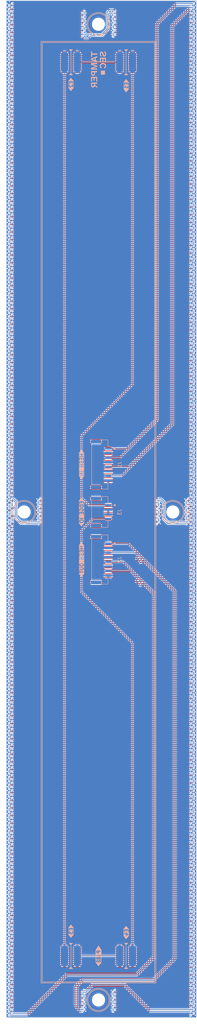
<source format=kicad_pcb>
(kicad_pcb (version 20241229) (generator "pcbnew") (generator_version "9.0")
  (title_block (title "detpan1_B") (date "2025-07-21") (rev "A") (company "TamperSec") (comment 1 "Justin Newkirk"))
  (layers (0 "F.Cu" signal) (4 "In1.Cu" power) (6 "In2.Cu" power) (2 "B.Cu" signal) (5 "F.SilkS" user "F.Silkscreen") (7 "B.SilkS" user "B.Silkscreen") (1 "F.Mask" user) (3 "B.Mask" user) (25 "Edge.Cuts" user))
  (net 0 "")
  (net 1 "GND")
  (net 2 "/-SIG_1")
  (net 3 "/+SIG_1")
  (net 4 "/+SIG_2")
  (net 5 "/-SIG_2")
  (net 6 "/SIG_3_OUT")
  (net 7 "/SIG_3_IN")
  (net 8 "/SIG_3A")
  (net 9 "/SIG_3B")
  (net 10 "/SIG_3C")
  (footprint "MountingHole:MountingHole_3.2mm_M3" (layer "F.Cu") (at 305.4 363.45)
    (property "Reference" "H3" (hide yes))
    (property "Value" "~")
  )
  (footprint "MountingHole:MountingHole_3.2mm_M3" (layer "F.Cu") (at 325.8 230)
    (property "Reference" "H2" (hide yes))
    (property "Value" "~")
  )
  (footprint "MountingHole:MountingHole_3.2mm_M3" (layer "F.Cu") (at 305.4 96.6)
    (property "Reference" "H1" (hide yes))
    (property "Value" "~")
  )
  (footprint "MountingHole:MountingHole_3.2mm_M3" (layer "F.Cu") (at 285 230)
    (property "Reference" "H4" (hide yes))
    (property "Value" "~")
  )
  (footprint "Library:EDGE_CONN_IO" (layer "B.Cu") (at 312.975 351.4)
    (property "Reference" "J7" (hide yes))
    (property "Value" "EDGE_4")
  )
  (footprint "Connector_JST:JST_GH_BM04B-GHS-TBT_1x04-1MP_P1.25mm_Vertical" (layer "B.Cu") (at 306.136625 230 -90)
    (property "Reference" "J3")
    (property "Value" "SIGNAL_1_CONN")
  )
  (footprint "Library:EDGE_CONN_IO" (layer "B.Cu") (at 297.825 107 180)
    (property "Reference" "J5" (hide yes))
    (property "Value" "EDGE_2")
  )
  (footprint "Library:EDGE_CONN_IO" (layer "B.Cu") (at 312.975 107 180)
    (property "Reference" "J4" (hide yes))
    (property "Value" "EDGE_1")
  )
  (footprint "LOGO" (layer "B.Cu") (at 305.425299 109 -90)
    (property "Reference" "G***" (hide yes))
    (property "Value" "LOGO" (hide yes))
  )
  (footprint "Connector_JST:JST_GH_BM08B-GHS-TBT_1x08-1MP_P1.25mm_Vertical" (layer "B.Cu") (at 306.136625 217 -90)
    (property "Reference" "J1")
    (property "Value" "SIGNAL_1_CONN")
  )
  (footprint "Connector_JST:JST_GH_BM08B-GHS-TBT_1x08-1MP_P1.25mm_Vertical" (layer "B.Cu") (at 306.136625 243 -90)
    (property "Reference" "J2")
    (property "Value" "SIGNAL_2_CONN")
  )
  (footprint "Library:EDGE_CONN_IO" (layer "B.Cu") (at 297.825 351.4)
    (property "Reference" "J6" (hide yes))
    (property "Value" "EDGE_3")
  )
  (gr_poly (pts (xy 300.1 246.875) (xy 301.4 246.875) (xy 300.7 247.675)) (stroke (width 0.153)) (fill yes) (layer "B.SilkS"))
  (gr_circle (center 325.8 230) (end 322.6 230) (stroke (width 0.153)) (fill no) (layer "B.SilkS"))
  (gr_circle (center 305.4 363.45) (end 302.5 363.45) (stroke (width 0.153)) (fill no) (layer "B.SilkS"))
  (gr_poly (pts (xy 297.2 343.706761) (xy 298.5 343.706761) (xy 297.8 342.906761)) (stroke (width 0.153)) (fill yes) (layer "B.SilkS"))
  (gr_poly (pts (xy 312.366779 114.357334) (xy 313.666779 114.357334) (xy 312.966779 115.157334)) (stroke (width 0.153)) (fill yes) (layer "B.SilkS"))
  (gr_poly (pts (xy 310 227.825) (xy 310 228.425) (xy 309.6 228.125)) (stroke (width 0.153)) (fill yes) (layer "B.SilkS"))
  (gr_poly (pts (xy 297.2 112.142666) (xy 298.5 112.142666) (xy 297.8 111.342666)) (stroke (width 0.153)) (fill yes) (layer "B.SilkS"))
  (gr_poly (pts (xy 300.083221 239.125) (xy 301.383221 239.125) (xy 300.683221 238.325)) (stroke (width 0.153)) (fill yes) (layer "B.SilkS"))
  (gr_circle (center 325.8 230) (end 322.9 230) (stroke (width 0.153)) (fill no) (layer "B.SilkS"))
  (gr_rect (start 290 101.6) (end 320.8 358.5) (stroke (width 0.153)) (fill no) (layer "B.SilkS"))
  (gr_poly (pts (xy 297.216779 345.564095) (xy 298.516779 345.564095) (xy 297.816779 346.364095)) (stroke (width 0.153)) (fill yes) (layer "B.SilkS"))
  (gr_poly (pts (xy 300.083221 213.85) (xy 301.383221 213.85) (xy 300.683221 213.05)) (stroke (width 0.153)) (fill yes) (layer "B.SilkS"))
  (gr_rect (start 289.65 101.3) (end 321.15 358.8) (stroke (width 0.153)) (fill no) (layer "B.SilkS"))
  (gr_poly (pts (xy 300.1 220.15) (xy 301.4 220.15) (xy 300.7 220.95)) (stroke (width 0.153)) (fill yes) (layer "B.SilkS"))
  (gr_poly (pts (xy 306.1625 349.8) (xy 304.6625 349.8) (xy 305.414 348.7)) (stroke (width 0.153)) (fill yes) (layer "B.SilkS"))
  (gr_poly (pts (xy 300.1 233.05) (xy 301.4 233.05) (xy 300.7 233.85)) (stroke (width 0.153)) (fill yes) (layer "B.SilkS"))
  (gr_poly (pts (xy 312.35 112.5) (xy 313.65 112.5) (xy 312.95 111.7)) (stroke (width 0.153)) (fill yes) (layer "B.SilkS"))
  (gr_circle (center 305.4 96.6) (end 302.5 96.6) (stroke (width 0.153)) (fill no) (layer "B.SilkS"))
  (gr_poly (pts (xy 304.6625 353.175) (xy 306.1625 353.175) (xy 305.414 354.1)) (stroke (width 0.153)) (fill yes) (layer "B.SilkS"))
  (gr_circle (center 305.4 96.6) (end 302.2 96.6) (stroke (width 0.153)) (fill no) (layer "B.SilkS"))
  (gr_poly (pts (xy 297.216779 114) (xy 298.516779 114) (xy 297.816779 114.8)) (stroke (width 0.153)) (fill yes) (layer "B.SilkS"))
  (gr_poly (pts (xy 312.366779 345.921429) (xy 313.666779 345.921429) (xy 312.966779 346.721429)) (stroke (width 0.153)) (fill yes) (layer "B.SilkS"))
  (gr_circle (center 305.4 363.45) (end 302.2 363.45) (stroke (width 0.153)) (fill no) (layer "B.SilkS"))
  (gr_circle (center 285 230) (end 282.1 230) (stroke (width 0.153)) (fill no) (layer "B.SilkS"))
  (gr_poly (pts (xy 300.083221 226.95) (xy 301.383221 226.95) (xy 300.683221 226.15)) (stroke (width 0.153)) (fill yes) (layer "B.SilkS"))
  (gr_poly (pts (xy 310 238.325) (xy 310 238.925) (xy 309.6 238.625)) (stroke (width 0.153)) (fill yes) (layer "B.SilkS"))
  (gr_rect (start 304.6625 349.8) (end 306.1625 353.175) (stroke (width 0.153)) (fill no) (layer "B.SilkS"))
  (gr_poly (pts (xy 310 212.325) (xy 310 212.925) (xy 309.6 212.625)) (stroke (width 0.153)) (fill yes) (layer "B.SilkS"))
  (gr_circle (center 285 230) (end 281.8 230) (stroke (width 0.153)) (fill no) (layer "B.SilkS"))
  (gr_poly (pts (xy 312.35 344.064095) (xy 313.65 344.064095) (xy 312.95 343.264095)) (stroke (width 0.153)) (fill yes) (layer "B.SilkS"))
  (gr_rect (start 280 90) (end 332.4 368.4) (stroke (width 0.05)) (fill no) (layer "Edge.Cuts"))
  (gr_text "E4" (at 313.664 343.885524 90) (layer "B.SilkS" knockout) (effects (font (size 1 1) (thickness 0.2) (bold yes)) (justify left bottom mirror)))
  (gr_text "MESH IN" (at 301.397221 213.714095 90) (layer "B.SilkS" knockout) (effects (font (size 1 1) (thickness 0.2) (bold yes)) (justify left bottom mirror)))
  (gr_text "E3" (at 298.514 343.52819 90) (layer "B.SilkS" knockout) (effects (font (size 1 1) (thickness 0.2) (bold yes)) (justify left bottom mirror)))
  (gr_text "MESH OUT" (at 301.397221 238.989095 90) (layer "B.SilkS" knockout) (effects (font (size 1 1) (thickness 0.2) (bold yes)) (justify left bottom mirror)))
  (gr_text "EDGE IO" (at 301.397221 226.814095 90) (layer "B.SilkS" knockout) (effects (font (size 1 1) (thickness 0.2) (bold yes)) (justify left bottom mirror)))
  (gr_text "P1" (at 306.064 349.7 90) (layer "B.SilkS" knockout) (effects (font (size 1 1) (thickness 0.2) (bold yes)) (justify left bottom mirror)))
  (gr_text "E2" (at 298.514 111.964095 90) (layer "B.SilkS" knockout) (effects (font (size 1 1) (thickness 0.2) (bold yes)) (justify left bottom mirror)))
  (gr_text "E1" (at 313.664 112.321429 90) (layer "B.SilkS" knockout) (effects (font (size 1 1) (thickness 0.2) (bold yes)) (justify left bottom mirror)))
  (gr_text "B" (at 306.017985 351.925 90) (layer "B.SilkS") (effects (font (size 1 1) (thickness 0.153)) (justify left bottom mirror)))
  (via (at 280.425 272.6) (size 0.45) (drill 0.3) (layers "F.Cu" "B.Cu") (net 1))
  (via (at 331.975 205.925) (size 0.45) (drill 0.3) (layers "F.Cu" "B.Cu") (net 1))
  (via (at 301.9255 362.375) (size 0.45) (drill 0.3) (layers "F.Cu" "B.Cu") (net 1))
  (via (at 331.975 286.775) (size 0.45) (drill 0.3) (layers "F.Cu" "B.Cu") (net 1))
  (via (at 331.975 221.675) (size 0.45) (drill 0.3) (layers "F.Cu" "B.Cu") (net 1))
  (via (at 280.425 281) (size 0.45) (drill 0.3) (layers "F.Cu" "B.Cu") (net 1))
  (via (at 331.975 206.975) (size 0.45) (drill 0.3) (layers "F.Cu" "B.Cu") (net 1))
  (via (at 331.975 204.875) (size 0.45) (drill 0.3) (layers "F.Cu" "B.Cu") (net 1))
  (via (at 280.425 335.6) (size 0.45) (drill 0.3) (layers "F.Cu" "B.Cu") (net 1))
  (via (at 331.975 152.375) (size 0.45) (drill 0.3) (layers "F.Cu" "B.Cu") (net 1))
  (via (at 331.975 287.825) (size 0.45) (drill 0.3) (layers "F.Cu" "B.Cu") (net 1))
  (via (at 280.425 221.15) (size 0.45) (drill 0.3) (layers "F.Cu" "B.Cu") (net 1))
  (via (at 331.975 266.825) (size 0.45) (drill 0.3) (layers "F.Cu" "B.Cu") (net 1))
  (via (at 280.425 219.05) (size 0.45) (drill 0.3) (layers "F.Cu" "B.Cu") (net 1))
  (via (at 331.975 342.425) (size 0.45) (drill 0.3) (layers "F.Cu" "B.Cu") (net 1))
  (via (at 280.425 258.95) (size 0.45) (drill 0.3) (layers "F.Cu" "B.Cu") (net 1))
  (via (at 280.425 216.951) (size 0.45) (drill 0.3) (layers "F.Cu" "B.Cu") (net 1))
  (via (at 280.425 185.45) (size 0.45) (drill 0.3) (layers "F.Cu" "B.Cu") (net 1))
  (via (at 331.975 256.325) (size 0.45) (drill 0.3) (layers "F.Cu" "B.Cu") (net 1))
  (via (at 280.425 132.95) (size 0.45) (drill 0.3) (layers "F.Cu" "B.Cu") (net 1))
  (via (at 280.425 178.1) (size 0.45) (drill 0.3) (layers "F.Cu" "B.Cu") (net 1))
  (via (at 331.975 155.525) (size 0.45) (drill 0.3) (layers "F.Cu" "B.Cu") (net 1))
  (via (at 280.425 129.8) (size 0.45) (drill 0.3) (layers "F.Cu" "B.Cu") (net 1))
  (via (at 331.975 208.025) (size 0.45) (drill 0.3) (layers "F.Cu" "B.Cu") (net 1))
  (via (at 331.975 104.075) (size 0.45) (drill 0.3) (layers "F.Cu" "B.Cu") (net 1))
  (via (at 280.425 150.8) (size 0.45) (drill 0.3) (layers "F.Cu" "B.Cu") (net 1))
  (via (at 331.975 243.725) (size 0.45) (drill 0.3) (layers "F.Cu" "B.Cu") (net 1))
  (via (at 331.975 201.725) (size 0.45) (drill 0.3) (layers "F.Cu" "B.Cu") (net 1))
  (via (at 331.975 128.225) (size 0.45) (drill 0.3) (layers "F.Cu" "B.Cu") (net 1))
  (via (at 331.975 294.125) (size 0.45) (drill 0.3) (layers "F.Cu" "B.Cu") (net 1))
  (via (at 280.425 245.3) (size 0.45) (drill 0.3) (layers "F.Cu" "B.Cu") (net 1))
  (via (at 331.975 132.425) (size 0.45) (drill 0.3) (layers "F.Cu" "B.Cu") (net 1))
  (via (at 280.425 158.15) (size 0.45) (drill 0.3) (layers "F.Cu" "B.Cu") (net 1))
  (via (at 331.975 202.775) (size 0.45) (drill 0.3) (layers "F.Cu" "B.Cu") (net 1))
  (via (at 331.975 239.525) (size 0.45) (drill 0.3) (layers "F.Cu" "B.Cu") (net 1))
  (via (at 280.425 268.4) (size 0.45) (drill 0.3) (layers "F.Cu" "B.Cu") (net 1))
  (via (at 331.975 109.325) (size 0.45) (drill 0.3) (layers "F.Cu" "B.Cu") (net 1))
  (via (at 331.975 309.875) (size 0.45) (drill 0.3) (layers "F.Cu" "B.Cu") (net 1))
  (via (at 280.425 232.7) (size 0.45) (drill 0.3) (layers "F.Cu" "B.Cu") (net 1))
  (via (at 308.925 93.05) (size 0.45) (drill 0.3) (layers "F.Cu" "B.Cu") (net 1))
  (via (at 280.425 162.35) (size 0.45) (drill 0.3) (layers "F.Cu" "B.Cu") (net 1))
  (via (at 280.425 152.9) (size 0.45) (drill 0.3) (layers "F.Cu" "B.Cu") (net 1))
  (via (at 280.425 236.9) (size 0.45) (drill 0.3) (layers "F.Cu" "B.Cu") (net 1))
  (via (at 280.425 214.85) (size 0.45) (drill 0.3) (layers "F.Cu" "B.Cu") (net 1))
  (via (at 280.425 252.65) (size 0.45) (drill 0.3) (layers "F.Cu" "B.Cu") (net 1))
  (via (at 331.975 225.875) (size 0.45) (drill 0.3) (layers "F.Cu" "B.Cu") (net 1))
  (via (at 331.975 261.575) (size 0.45) (drill 0.3) (layers "F.Cu" "B.Cu") (net 1))
  (via (at 331.975 348.725) (size 0.45) (drill 0.3) (layers "F.Cu" "B.Cu") (net 1))
  (via (at 331.975 306.725) (size 0.45) (drill 0.3) (layers "F.Cu" "B.Cu") (net 1))
  (via (at 280.425 128.75) (size 0.45) (drill 0.3) (layers "F.Cu" "B.Cu") (net 1))
  (via (at 331.975 218.525) (size 0.45) (drill 0.3) (layers "F.Cu" "B.Cu") (net 1))
  (via (at 331.975 94.625) (size 0.45) (drill 0.3) (layers "F.Cu" "B.Cu") (net 1))
  (via (at 280.425 239) (size 0.45) (drill 0.3) (layers "F.Cu" "B.Cu") (net 1))
  (via (at 280.425 266.3) (size 0.45) (drill 0.3) (layers "F.Cu" "B.Cu") (net 1))
  (via (at 280.425 201.2) (size 0.45) (drill 0.3) (layers "F.Cu" "B.Cu") (net 1))
  (via (at 280.425 229.55) (size 0.45) (drill 0.3) (layers "F.Cu" "B.Cu") (net 1))
  (via (at 331.975 281.525) (size 0.45) (drill 0.3) (layers "F.Cu" "B.Cu") (net 1))
  (via (at 331.975 169.175) (size 0.45) (drill 0.3) (layers "F.Cu" "B.Cu") (net 1))
  (via (at 331.975 292.025) (size 0.45) (drill 0.3) (layers "F.Cu" "B.Cu") (net 1))
  (via (at 331.975 198.575) (size 0.45) (drill 0.3) (layers "F.Cu" "B.Cu") (net 1))
  (via (at 331.975 179.675) (size 0.45) (drill 0.3) (layers "F.Cu" "B.Cu") (net 1))
  (via (at 322.401 231.126) (size 0.45) (drill 0.3) (layers "F.Cu" "B.Cu") (net 1))
  (via (at 331.975 237.425) (size 0.45) (drill 0.3) (layers "F.Cu" "B.Cu") (net 1))
  (via (at 331.975 199.625) (size 0.45) (drill 0.3) (layers "F.Cu" "B.Cu") (net 1))
  (via (at 280.425 203.3) (size 0.45) (drill 0.3) (layers "F.Cu" "B.Cu") (net 1))
  (via (at 280.425 119.3) (size 0.45) (drill 0.3) (layers "F.Cu" "B.Cu") (net 1))
  (via (at 280.425 145.55) (size 0.45) (drill 0.3) (layers "F.Cu" "B.Cu") (net 1))
  (via (at 331.975 258.425) (size 0.45) (drill 0.3) (layers "F.Cu" "B.Cu") (net 1))
  (via (at 331.975 187.025) (size 0.45) (drill 0.3) (layers "F.Cu" "B.Cu") (net 1))
  (via (at 331.975 216.425) (size 0.45) (drill 0.3) (layers "F.Cu" "B.Cu") (net 1))
  (via (at 322.401 227.976) (size 0.45) (drill 0.3) (layers "F.Cu" "B.Cu") (net 1))
  (via (at 331.975 248.975) (size 0.45) (drill 0.3) (layers "F.Cu" "B.Cu") (net 1))
  (via (at 331.975 324.575) (size 0.45) (drill 0.3) (layers "F.Cu" "B.Cu") (net 1))
  (via (at 331.975 322.475) (size 0.45) (drill 0.3) (layers "F.Cu" "B.Cu") (net 1))
  (via (at 280.425 160.25) (size 0.45) (drill 0.3) (layers "F.Cu" "B.Cu") (net 1))
  (via (at 280.425 356.6) (size 0.45) (drill 0.3) (layers "F.Cu" "B.Cu") (net 1))
  (via (at 331.975 224.825) (size 0.45) (drill 0.3) (layers "F.Cu" "B.Cu") (net 1))
  (via (at 331.975 241.625) (size 0.45) (drill 0.3) (layers "F.Cu" "B.Cu") (net 1))
  (via (at 331.975 160.775) (size 0.45) (drill 0.3) (layers "F.Cu" "B.Cu") (net 1))
  (via (at 280.425 270.5) (size 0.45) (drill 0.3) (layers "F.Cu" "B.Cu") (net 1))
  (via (at 280.425 182.3) (size 0.45) (drill 0.3) (layers "F.Cu" "B.Cu") (net 1))
  (via (at 331.975 273.125) (size 0.45) (drill 0.3) (layers "F.Cu" "B.Cu") (net 1))
  (via (at 331.975 195.425) (size 0.45) (drill 0.3) (layers "F.Cu" "B.Cu") (net 1))
  (via (at 280.425 209.6) (size 0.45) (drill 0.3) (layers "F.Cu" "B.Cu") (net 1))
  (via (at 331.975 229.025) (size 0.45) (drill 0.3) (layers "F.Cu" "B.Cu") (net 1))
  (via (at 331.975 196.475) (size 0.45) (drill 0.3) (layers "F.Cu" "B.Cu") (net 1))
  (via (at 301.9255 365.525) (size 0.45) (drill 0.3) (layers "F.Cu" "B.Cu") (net 1))
  (via (at 280.425 284.15) (size 0.45) (drill 0.3) (layers "F.Cu" "B.Cu") (net 1))
  (via (at 331.975 163.925) (size 0.45) (drill 0.3) (layers "F.Cu" "B.Cu") (net 1))
  (via (at 280.425 269.45) (size 0.45) (drill 0.3) (layers "F.Cu" "B.Cu") (net 1))
  (via (at 331.975 301.475) (size 0.45) (drill 0.3) (layers "F.Cu" "B.Cu") (net 1))
  (via (at 331.975 150.275) (size 0.45) (drill 0.3) (layers "F.Cu" "B.Cu") (net 1))
  (via (at 280.425 170.75) (size 0.45) (drill 0.3) (layers "F.Cu" "B.Cu") (net 1))
  (via (at 331.975 134.525) (size 0.45) (drill 0.3) (layers "F.Cu" "B.Cu") (net 1))
  (via (at 280.425 313.55) (size 0.45) (drill 0.3) (layers "F.Cu" "B.Cu") (net 1))
  (via (at 322.401 232.176) (size 0.45) (drill 0.3) (layers "F.Cu" "B.Cu") (net 1))
  (via (at 280.425 328.25) (size 0.45) (drill 0.3) (layers "F.Cu" "B.Cu") (net 1))
  (via (at 280.425 330.35) (size 0.45) (drill 0.3) (layers "F.Cu" "B.Cu") (net 1))
  (via (at 331.975 282.575) (size 0.45) (drill 0.3) (layers "F.Cu" "B.Cu") (net 1))
  (via (at 280.425 316.7) (size 0.45) (drill 0.3) (layers "F.Cu" "B.Cu") (net 1))
  (via (at 331.975 338.225) (size 0.45) (drill 0.3) (layers "F.Cu" "B.Cu") (net 1))
  (via (at 331.975 299.375) (size 0.45) (drill 0.3) (layers "F.Cu" "B.Cu") (net 1))
  (via (at 288.475 231.6505) (size 0.45) (drill 0.3) (layers "F.Cu" "B.Cu") (net 1))
  (via (at 280.425 332.45) (size 0.45) (drill 0.3) (layers "F.Cu" "B.Cu") (net 1))
  (via (at 331.975 276.275) (size 0.45) (drill 0.3) (layers "F.Cu" "B.Cu") (net 1))
  (via (at 331.975 350.825) (size 0.45) (drill 0.3) (layers "F.Cu" "B.Cu") (net 1))
  (via (at 280.425 135.05) (size 0.45) (drill 0.3) (layers "F.Cu" "B.Cu") (net 1))
  (via (at 331.975 332.975) (size 0.45) (drill 0.3) (layers "F.Cu" "B.Cu") (net 1))
  (via (at 331.975 226.925) (size 0.45) (drill 0.3) (layers "F.Cu" "B.Cu") (net 1))
  (via (at 331.975 271.025) (size 0.45) (drill 0.3) (layers "F.Cu" "B.Cu") (net 1))
  (via (at 280.425 315.65) (size 0.45) (drill 0.3) (layers "F.Cu" "B.Cu") (net 1))
  (via (at 280.425 200.15) (size 0.45) (drill 0.3) (layers "F.Cu" "B.Cu") (net 1))
  (via (at 331.975 174.425) (size 0.45) (drill 0.3) (layers "F.Cu" "B.Cu") (net 1))
  (via (at 280.425 253.7) (size 0.45) (drill 0.3) (layers "F.Cu" "B.Cu") (net 1))
  (via (at 280.425 256.85) (size 0.45) (drill 0.3) (layers "F.Cu" "B.Cu") (net 1))
  (via (at 331.975 360.275) (size 0.45) (drill 0.3) (layers "F.Cu" "B.Cu") (net 1))
  (via (at 280.425 243.2) (size 0.45) (drill 0.3) (layers "F.Cu" "B.Cu") (net 1))
  (via (at 331.975 283.625) (size 0.45) (drill 0.3) (layers "F.Cu" "B.Cu") (net 1))
  (via (at 331.975 267.875) (size 0.45) (drill 0.3) (layers "F.Cu" "B.Cu") (net 1))
  (via (at 280.425 317.75) (size 0.45) (drill 0.3) (layers "F.Cu" "B.Cu") (net 1))
  (via (at 331.975 238.475) (size 0.45) (drill 0.3) (layers "F.Cu" "B.Cu") (net 1))
  (via (at 331.975 183.875) (size 0.45) (drill 0.3) (layers "F.Cu" "B.Cu") (net 1))
  (via (at 301.9255 364.475) (size 0.45) (drill 0.3) (layers "F.Cu" "B.Cu") (net 1))
  (via (at 280.425 325.1) (size 0.45) (drill 0.3) (layers "F.Cu" "B.Cu") (net 1))
  (via (at 331.975 116.675) (size 0.45) (drill 0.3) (layers "F.Cu" "B.Cu") (net 1))
  (via (at 280.425 172.85) (size 0.45) (drill 0.3) (layers "F.Cu" "B.Cu") (net 1))
  (via (at 280.425 168.65) (size 0.45) (drill 0.3) (layers "F.Cu" "B.Cu") (net 1))
  (via (at 280.425 187.55) (size 0.45) (drill 0.3) (layers "F.Cu" "B.Cu") (net 1))
  (via (at 280.425 362.9) (size 0.45) (drill 0.3) (layers "F.Cu" "B.Cu") (net 1))
  (via (at 280.425 191.75) (size 0.45) (drill 0.3) (layers "F.Cu" "B.Cu") (net 1))
  (via (at 280.425 285.2) (size 0.45) (drill 0.3) (layers "F.Cu" "B.Cu") (net 1))
  (via (at 280.425 249.5) (size 0.45) (drill 0.3) (layers "F.Cu" "B.Cu") (net 1))
  (via (at 331.975 168.125) (size 0.45) (drill 0.3) (layers "F.Cu" "B.Cu") (net 1))
  (via (at 331.975 307.775) (size 0.45) (drill 0.3) (layers "F.Cu" "B.Cu") (net 1))
  (via (at 280.425 215.9) (size 0.45) (drill 0.3) (layers "F.Cu" "B.Cu") (net 1))
  (via (at 280.425 92) (size 0.45) (drill 0.3) (layers "F.Cu" "B.Cu") (net 1))
  (via (at 331.975 182.825) (size 0.45) (drill 0.3) (layers "F.Cu" "B.Cu") (net 1))
  (via (at 280.425 224.3) (size 0.45) (drill 0.3) (layers "F.Cu" "B.Cu") (net 1))
  (via (at 280.425 155) (size 0.45) (drill 0.3) (layers "F.Cu" "B.Cu") (net 1))
  (via (at 331.975 184.925) (size 0.45) (drill 0.3) (layers "F.Cu" "B.Cu") (net 1))
  (via (at 331.975 146.075) (size 0.45) (drill 0.3) (layers "F.Cu" "B.Cu") (net 1))
  (via (at 280.425 115.1) (size 0.45) (drill 0.3) (layers "F.Cu" "B.Cu") (net 1))
  (via (at 280.425 222.2) (size 0.45) (drill 0.3) (layers "F.Cu" "B.Cu") (net 1))
  (via (at 331.975 245.825) (size 0.45) (drill 0.3) (layers "F.Cu" "B.Cu") (net 1))
  (via (at 280.425 137.15) (size 0.45) (drill 0.3) (layers "F.Cu" "B.Cu") (net 1))
  (via (at 331.975 340.325) (size 0.45) (drill 0.3) (layers "F.Cu" "B.Cu") (net 1))
  (via (at 331.975 213.275) (size 0.45) (drill 0.3) (layers "F.Cu" "B.Cu") (net 1))
  (via (at 280.425 283.1) (size 0.45) (drill 0.3) (layers "F.Cu" "B.Cu") (net 1))
  (via (at 331.975 319.325) (size 0.45) (drill 0.3) (layers "F.Cu" "B.Cu") (net 1))
  (via (at 322.401 230.076) (size 0.45) (drill 0.3) (layers "F.Cu" "B.Cu") (net 1))
  (via (at 331.975 157.625) (size 0.45) (drill 0.3) (layers "F.Cu" "B.Cu") (net 1))
  (via (at 280.425 306.2) (size 0.45) (drill 0.3) (layers "F.Cu" "B.Cu") (net 1))
  (via (at 280.425 94.1) (size 0.45) (drill 0.3) (layers "F.Cu" "B.Cu") (net 1))
  (via (at 280.425 177.05) (size 0.45) (drill 0.3) (layers "F.Cu" "B.Cu") (net 1))
  (via (at 280.425 212.75) (size 0.45) (drill 0.3) (layers "F.Cu" "B.Cu") (net 1))
  (via (at 331.975 277.325) (size 0.45) (drill 0.3) (layers "F.Cu" "B.Cu") (net 1))
  (via (at 331.975 230.075) (size 0.45) (drill 0.3) (layers "F.Cu" "B.Cu") (net 1))
  (via (at 329.05 228.5) (size 0.45) (drill 0.3) (layers "F.Cu" "B.Cu") (net 1))
  (via (at 331.975 366.575) (size 0.45) (drill 0.3) (layers "F.Cu" "B.Cu") (net 1))
  (via (at 280.425 195.95) (size 0.45) (drill 0.3) (layers "F.Cu" "B.Cu") (net 1))
  (via (at 280.425 166.55) (size 0.45) (drill 0.3) (layers "F.Cu" "B.Cu") (net 1))
  (via (at 331.975 92.525) (size 0.45) (drill 0.3) (layers "F.Cu" "B.Cu") (net 1))
  (via (at 329.05 231.65) (size 0.45) (drill 0.3) (layers "F.Cu" "B.Cu") (net 1))
  (via (at 301.975 97.775) (size 0.45) (drill 0.3) (layers "F.Cu" "B.Cu") (net 1))
  (via (at 280.425 121.4) (size 0.45) (drill 0.3) (layers "F.Cu" "B.Cu") (net 1))
  (via (at 331.975 247.925) (size 0.45) (drill 0.3) (layers "F.Cu" "B.Cu") (net 1))
  (via (at 280.425 120.35) (size 0.45) (drill 0.3) (layers "F.Cu" "B.Cu") (net 1))
  (via (at 331.975 343.475) (size 0.45) (drill 0.3) (layers "F.Cu" "B.Cu") (net 1))
  (via (at 331.975 90.425) (size 0.45) (drill 0.3) (layers "F.Cu" "B.Cu") (net 1))
  (via (at 280.425 291.5) (size 0.45) (drill 0.3) (layers "F.Cu" "B.Cu") (net 1))
  (via (at 280.425 97.25) (size 0.45) (drill 0.3) (layers "F.Cu" "B.Cu") (net 1))
  (via (at 280.425 318.8) (size 0.45) (drill 0.3) (layers "F.Cu" "B.Cu") (net 1))
  (via (at 331.975 191.225) (size 0.45) (drill 0.3) (layers "F.Cu" "B.Cu") (net 1))
  (via (at 280.425 130.85) (size 0.45) (drill 0.3) (layers "F.Cu" "B.Cu") (net 1))
  (via (at 331.975 317.225) (size 0.45) (drill 0.3) (layers "F.Cu" "B.Cu") (net 1))
  (via (at 331.975 357.125) (size 0.45) (drill 0.3) (layers "F.Cu" "B.Cu") (net 1))
  (via (at 331.975 289.925) (size 0.45) (drill 0.3) (layers "F.Cu" "B.Cu") (net 1))
  (via (at 280.425 194.9) (size 0.45) (drill 0.3) (layers "F.Cu" "B.Cu") (net 1))
  (via (at 331.975 364.475) (size 0.45) (drill 0.3) (layers "F.Cu" "B.Cu") (net 1))
  (via (at 331.975 103.025) (size 0.45) (drill 0.3) (layers "F.Cu" "B.Cu") (net 1))
  (via (at 280.425 153.95) (size 0.45) (drill 0.3) (layers "F.Cu" "B.Cu") (net 1))
  (via (at 280.425 118.25) (size 0.45) (drill 0.3) (layers "F.Cu" "B.Cu") (net 1))
  (via (at 331.975 336.125) (size 0.45) (drill 0.3) (layers "F.Cu" "B.Cu") (net 1))
  (via (at 331.975 252.125) (size 0.45) (drill 0.3) (layers "F.Cu" "B.Cu") (net 1))
  (via (at 331.975 233.225) (size 0.45) (drill 0.3) (layers "F.Cu" "B.Cu") (net 1))
  (via (at 331.975 110.375) (size 0.45) (drill 0.3) (layers "F.Cu" "B.Cu") (net 1))
  (via (at 280.425 288.35) (size 0.45) (drill 0.3) (layers "F.Cu" "B.Cu") (net 1))
  (via (at 331.975 119.825) (size 0.45) (drill 0.3) (layers "F.Cu" "B.Cu") (net 1))
  (via (at 280.425 267.35) (size 0.45) (drill 0.3) (layers "F.Cu" "B.Cu") (net 1))
  (via (at 280.425 263.15) (size 0.45) (drill 0.3) (layers "F.Cu" "B.Cu") (net 1))
  (via (at 331.975 164.975) (size 0.45) (drill 0.3) (layers "F.Cu" "B.Cu") (net 1))
  (via (at 280.425 295.7) (size 0.45) (drill 0.3) (layers "F.Cu" "B.Cu") (net 1))
  (via (at 280.425 186.5) (size 0.45) (drill 0.3) (layers "F.Cu" "B.Cu") (net 1))
  (via (at 280.425 114.05) (size 0.45) (drill 0.3) (layers "F.Cu" "B.Cu") (net 1))
  (via (at 331.975 279.425) (size 0.45) (drill 0.3) (layers "F.Cu" "B.Cu") (net 1))
  (via (at 280.425 208.55) (size 0.45) (drill 0.3) (layers "F.Cu" "B.Cu") (net 1))
  (via (at 280.425 296.75) (size 0.45) (drill 0.3) (layers "F.Cu" "B.Cu") (net 1))
  (via (at 331.975 251.075) (size 0.45) (drill 0.3) (layers "F.Cu" "B.Cu") (net 1))
  (via (at 280.425 357.65) (size 0.45) (drill 0.3) (layers "F.Cu" "B.Cu") (net 1))
  (via (at 331.975 223.775) (size 0.45) (drill 0.3) (layers "F.Cu" "B.Cu") (net 1))
  (via (at 331.975 288.875) (size 0.45) (drill 0.3) (layers "F.Cu" "B.Cu") (net 1))
  (via (at 280.425 103.55) (size 0.45) (drill 0.3) (layers "F.Cu" "B.Cu") (net 1))
  (via (at 331.975 344.525) (size 0.45) (drill 0.3) (layers "F.Cu" "B.Cu") (net 1))
  (via (at 280.425 147.65) (size 0.45) (drill 0.3) (layers "F.Cu" "B.Cu") (net 1))
  (via (at 280.425 111.95) (size 0.45) (drill 0.3) (layers "F.Cu" "B.Cu") (net 1))
  (via (at 280.425 125.6) (size 0.45) (drill 0.3) (layers "F.Cu" "B.Cu") (net 1))
  (via (at 331.975 178.625) (size 0.45) (drill 0.3) (layers "F.Cu" "B.Cu") (net 1))
  (via (at 331.975 274.175) (size 0.45) (drill 0.3) (layers "F.Cu" "B.Cu") (net 1))
  (via (at 331.975 361.325) (size 0.45) (drill 0.3) (layers "F.Cu" "B.Cu") (net 1))
  (via (at 280.425 144.5) (size 0.45) (drill 0.3) (layers "F.Cu" "B.Cu") (net 1))
  (via (at 280.425 189.65) (size 0.45) (drill 0.3) (layers "F.Cu" "B.Cu") (net 1))
  (via (at 280.425 149.75) (size 0.45) (drill 0.3) (layers "F.Cu" "B.Cu") (net 1))
  (via (at 331.975 280.475) (size 0.45) (drill 0.3) (layers "F.Cu" "B.Cu") (net 1))
  (via (at 331.975 358.175) (size 0.45) (drill 0.3) (layers "F.Cu" "B.Cu") (net 1))
  (via (at 331.975 131.375) (size 0.45) (drill 0.3) (layers "F.Cu" "B.Cu") (net 1))
  (via (at 329.05 226.4) (size 0.45) (drill 0.3) (layers "F.Cu" "B.Cu") (net 1))
  (via (at 280.425 126.65) (size 0.45) (drill 0.3) (layers "F.Cu" "B.Cu") (net 1))
  (via (at 280.425 235.85) (size 0.45) (drill 0.3) (layers "F.Cu" "B.Cu") (net 1))
  (via (at 308.925 94.1) (size 0.45) (drill 0.3) (layers "F.Cu" "B.Cu") (net 1))
  (via (at 280.425 161.3) (size 0.45) (drill 0.3) (layers "F.Cu" "B.Cu") (net 1))
  (via (at 329.05 229.55) (size 0.45) (drill 0.3) (layers "F.Cu" "B.Cu") (net 1))
  (via (at 280.425 163.4) (size 0.45) (drill 0.3) (layers "F.Cu" "B.Cu") (net 1))
  (via (at 331.975 210.125) (size 0.45) (drill 0.3) (layers "F.Cu" "B.Cu") (net 1))
  (via (at 331.975 321.425) (size 0.45) (drill 0.3) (layers "F.Cu" "B.Cu") (net 1))
  (via (at 331.975 284.675) (size 0.45) (drill 0.3) (layers "F.Cu" "B.Cu") (net 1))
  (via (at 280.425 305.15) (size 0.45) (drill 0.3) (layers "F.Cu" "B.Cu") (net 1))
  (via (at 331.975 327.725) (size 0.45) (drill 0.3) (layers "F.Cu" "B.Cu") (net 1))
  (via (at 331.975 197.525) (size 0.45) (drill 0.3) (layers "F.Cu" "B.Cu") (net 1))
  (via (at 331.975 310.925) (size 0.45) (drill 0.3) (layers "F.Cu" "B.Cu") (net 1))
  (via (at 331.975 318.275) (size 0.45) (drill 0.3) (layers "F.Cu" "B.Cu") (net 1))
  (via (at 308.8745 364.999) (size 0.45) (drill 0.3) (layers "F.Cu" "B.Cu") (net 1))
  (via (at 280.425 311.45) (size 0.45) (drill 0.3) (layers "F.Cu" "B.Cu") (net 1))
  (via (at 322.401 229.026) (size 0.45) (drill 0.3) (layers "F.Cu" "B.Cu") (net 1))
  (via (at 280.425 292.55) (size 0.45) (drill 0.3) (layers "F.Cu" "B.Cu") (net 1))
  (via (at 331.975 161.825) (size 0.45) (drill 0.3) (layers "F.Cu" "B.Cu") (net 1))
  (via (at 280.425 271.55) (size 0.45) (drill 0.3) (layers "F.Cu" "B.Cu") (net 1))
  (via (at 331.975 139.775) (size 0.45) (drill 0.3) (layers "F.Cu" "B.Cu") (net 1))
  (via (at 331.975 185.975) (size 0.45) (drill 0.3) (layers "F.Cu" "B.Cu") (net 1))
  (via (at 280.425 237.95) (size 0.45) (drill 0.3) (layers "F.Cu" "B.Cu") (net 1))
  (via (at 331.975 106.175) (size 0.45) (drill 0.3) (layers "F.Cu" "B.Cu") (net 1))
  (via (at 280.425 146.6) (size 0.45) (drill 0.3) (layers "F.Cu" "B.Cu") (net 1))
  (via (at 331.975 189.125) (size 0.45) (drill 0.3) (layers "F.Cu" "B.Cu") (net 1))
  (via (at 331.975 172.325) (size 0.45) (drill 0.3) (layers "F.Cu" "B.Cu") (net 1))
  (via (at 331.975 326.675) (size 0.45) (drill 0.3) (layers "F.Cu" "B.Cu") (net 1))
  (via (at 331.975 105.125) (size 0.45) (drill 0.3) (layers "F.Cu" "B.Cu") (net 1))
  (via (at 280.425 198.05) (size 0.45) (drill 0.3) (layers "F.Cu" "B.Cu") (net 1))
  (via (at 331.975 235.325) (size 0.45) (drill 0.3) (layers "F.Cu" "B.Cu") (net 1))
  (via (at 331.975 154.475) (size 0.45) (drill 0.3) (layers "F.Cu" "B.Cu") (net 1))
  (via (at 331.975 126.125) (size 0.45) (drill 0.3) (layers "F.Cu" "B.Cu") (net 1))
  (via (at 280.425 199.1) (size 0.45) (drill 0.3) (layers "F.Cu" "B.Cu") (net 1))
  (via (at 331.975 190.175) (size 0.45) (drill 0.3) (layers "F.Cu" "B.Cu") (net 1))
  (via (at 280.425 366.05) (size 0.45) (drill 0.3) (layers "F.Cu" "B.Cu") (net 1))
  (via (at 331.975 275.225) (size 0.45) (drill 0.3) (layers "F.Cu" "B.Cu") (net 1))
  (via (at 280.425 104.6) (size 0.45) (drill 0.3) (layers "F.Cu" "B.Cu") (net 1))
  (via (at 331.975 96.725) (size 0.45) (drill 0.3) (layers "F.Cu" "B.Cu") (net 1))
  (via (at 280.425 308.3) (size 0.45) (drill 0.3) (layers "F.Cu" "B.Cu") (net 1))
  (via (at 308.925 95.15) (size 0.45) (drill 0.3) (layers "F.Cu" "B.Cu") (net 1))
  (via (at 331.975 203.825) (size 0.45) (drill 0.3) (layers "F.Cu" "B.Cu") (net 1))
  (via (at 308.925 96.2) (size 0.45) (drill 0.3) (layers "F.Cu" "B.Cu") (net 1))
  (via (at 280.425 359.75) (size 0.45) (drill 0.3) (layers "F.Cu" "B.Cu") (net 1))
  (via (at 280.425 289.4) (size 0.45) (drill 0.3) (layers "F.Cu" "B.Cu") (net 1))
  (via (at 280.425 101.45) (size 0.45) (drill 0.3) (layers "F.Cu" "B.Cu") (net 1))
  (via (at 331.975 120.875) (size 0.45) (drill 0.3) (layers "F.Cu" "B.Cu") (net 1))
  (via (at 331.975 200.675) (size 0.45) (drill 0.3) (layers "F.Cu" "B.Cu") (net 1))
  (via (at 280.425 99.35) (size 0.45) (drill 0.3) (layers "F.Cu" "B.Cu") (net 1))
  (via (at 280.425 287.3) (size 0.45) (drill 0.3) (layers "F.Cu" "B.Cu") (net 1))
  (via (at 331.975 329.825) (size 0.45) (drill 0.3) (layers "F.Cu" "B.Cu") (net 1))
  (via (at 280.425 337.7) (size 0.45) (drill 0.3) (layers "F.Cu" "B.Cu") (net 1))
  (via (at 280.425 205.4) (size 0.45) (drill 0.3) (layers "F.Cu" "B.Cu") (net 1))
  (via (at 280.425 329.3) (size 0.45) (drill 0.3) (layers "F.Cu" "B.Cu") (net 1))
  (via (at 280.425 218) (size 0.45) (drill 0.3) (layers "F.Cu" "B.Cu") (net 1))
  (via (at 280.425 207.5) (size 0.45) (drill 0.3) (layers "F.Cu" "B.Cu") (net 1))
  (via (at 331.975 347.675) (size 0.45) (drill 0.3) (layers "F.Cu" "B.Cu") (net 1))
  (via (at 280.425 348.2) (size 0.45) (drill 0.3) (layers "F.Cu" "B.Cu") (net 1))
  (via (at 331.975 259.475) (size 0.45) (drill 0.3) (layers "F.Cu" "B.Cu") (net 1))
  (via (at 331.975 156.575) (size 0.45) (drill 0.3) (layers "F.Cu" "B.Cu") (net 1))
  (via (at 331.975 151.325) (size 0.45) (drill 0.3) (layers "F.Cu" "B.Cu") (net 1))
  (via (at 280.425 286.25) (size 0.45) (drill 0.3) (layers "F.Cu" "B.Cu") (net 1))
  (via (at 280.425 365) (size 0.45) (drill 0.3) (layers "F.Cu" "B.Cu") (net 1))
  (via (at 331.975 263.675) (size 0.45) (drill 0.3) (layers "F.Cu" "B.Cu") (net 1))
  (via (at 331.975 331.925) (size 0.45) (drill 0.3) (layers "F.Cu" "B.Cu") (net 1))
  (via (at 280.425 210.65) (size 0.45) (drill 0.3) (layers "F.Cu" "B.Cu") (net 1))
  (via (at 280.425 247.4) (size 0.45) (drill 0.3) (layers "F.Cu" "B.Cu") (net 1))
  (via (at 280.425 255.8) (size 0.45) (drill 0.3) (layers "F.Cu" "B.Cu") (net 1))
  (via (at 280.425 321.95) (size 0.45) (drill 0.3) (layers "F.Cu" "B.Cu") (net 1))
  (via (at 280.425 250.55) (size 0.45) (drill 0.3) (layers "F.Cu" "B.Cu") (net 1))
  (via (at 280.425 262.1) (size 0.45) (drill 0.3) (layers "F.Cu" "B.Cu") (net 1))
  (via (at 331.975 121.925) (size 0.45) (drill 0.3) (layers "F.Cu" "B.Cu") (net 1))
  (via (at 331.975 341.375) (size 0.45) (drill 0.3) (layers "F.Cu" "B.Cu") (net 1))
  (via (at 280.425 98.3) (size 0.45) (drill 0.3) (layers "F.Cu" "B.Cu") (net 1))
  (via (at 280.425 107.75) (size 0.45) (drill 0.3) (layers "F.Cu" "B.Cu") (net 1))
  (via (at 280.425 339.8) (size 0.45) (drill 0.3) (layers "F.Cu" "B.Cu") (net 1))
  (via (at 280.425 202.25) (size 0.45) (drill 0.3) (layers "F.Cu" "B.Cu") (net 1))
  (via (at 331.975 246.875) (size 0.45) (drill 0.3) (layers "F.Cu" "B.Cu") (net 1))
  (via (at 280.425 127.7) (size 0.45) (drill 0.3) (layers "F.Cu" "B.Cu") (net 1))
  (via (at 331.975 99.875) (size 0.45) (drill 0.3) (layers "F.Cu" "B.Cu") (net 1))
  (via (at 331.975 127.175) (size 0.45) (drill 0.3) (layers "F.Cu" "B.Cu") (net 1))
  (via (at 280.425 159.2) (size 0.45) (drill 0.3) (layers "F.Cu" "B.Cu") (net 1))
  (via (at 280.425 334.55) (size 0.45) (drill 0.3) (layers "F.Cu" "B.Cu") (net 1))
  (via (at 331.975 136.625) (size 0.45) (drill 0.3) (layers "F.Cu" "B.Cu") (net 1))
  (via (at 288.475 227.4505) (size 0.45) (drill 0.3) (layers "F.Cu" "B.Cu") (net 1))
  (via (at 280.425 90.95) (size 0.45) (drill 0.3) (layers "F.Cu" "B.Cu") (net 1))
  (via (at 280.425 141.35) (size 0.45) (drill 0.3) (layers "F.Cu" "B.Cu") (net 1))
  (via (at 280.425 134) (size 0.45) (drill 0.3) (layers "F.Cu" "B.Cu") (net 1))
  (via (at 280.425 354.5) (size 0.45) (drill 0.3) (layers "F.Cu" "B.Cu") (net 1))
  (via (at 280.425 124.55) (size 0.45) (drill 0.3) (layers "F.Cu" "B.Cu") (net 1))
  (via (at 280.425 251.6) (size 0.45) (drill 0.3) (layers "F.Cu" "B.Cu") (net 1))
  (via (at 280.425 345.05) (size 0.45) (drill 0.3) (layers "F.Cu" "B.Cu") (net 1))
  (via (at 331.975 311.975) (size 0.45) (drill 0.3) (layers "F.Cu" "B.Cu") (net 1))
  (via (at 280.425 320.9) (size 0.45) (drill 0.3) (layers "F.Cu" "B.Cu") (net 1))
  (via (at 280.425 148.7) (size 0.45) (drill 0.3) (layers "F.Cu" "B.Cu") (net 1))
  (via (at 280.425 183.35) (size 0.45) (drill 0.3) (layers "F.Cu" "B.Cu") (net 1))
  (via (at 331.975 101.975) (size 0.45) (drill 0.3) (layers "F.Cu" "B.Cu") (net 1))
  (via (at 280.425 197) (size 0.45) (drill 0.3) (layers "F.Cu" "B.Cu") (net 1))
  (via (at 331.975 215.375) (size 0.45) (drill 0.3) (layers "F.Cu" "B.Cu") (net 1))
  (via (at 331.975 153.425) (size 0.45) (drill 0.3) (layers "F.Cu" "B.Cu") (net 1))
  (via (at 331.975 325.625) (size 0.45) (drill 0.3) (layers "F.Cu" "B.Cu") (net 1))
  (via (at 331.975 295.175) (size 0.45) (drill 0.3) (layers "F.Cu" "B.Cu") (net 1))
  (via (at 331.975 303.575) (size 0.45) (drill 0.3) (layers "F.Cu" "B.Cu") (net 1))
  (via (at 331.975 167.075) (size 0.45) (drill 0.3) (layers "F.Cu" "B.Cu") (net 1))
  (via (at 280.425 261.05) (size 0.45) (drill 0.3) (layers "F.Cu" "B.Cu") (net 1))
  (via (at 280.425 193.85) (size 0.45) (drill 0.3) (layers "F.Cu" "B.Cu") (net 1))
  (via (at 280.425 180.2) (size 0.45) (drill 0.3) (layers "F.Cu" "B.Cu") (net 1))
  (via (at 331.975 269.975) (size 0.45) (drill 0.3) (layers "F.Cu" "B.Cu") (net 1))
  (via (at 331.975 334.025) (size 0.45) (drill 0.3) (layers "F.Cu" "B.Cu") (net 1))
  (via (at 301.975 99.875) (size 0.45) (drill 0.3) (layers "F.Cu" "B.Cu") (net 1))
  (via (at 280.425 143.45) (size 0.45) (drill 0.3) (layers "F.Cu" "B.Cu") (net 1))
  (via (at 280.425 294.65) (size 0.45) (drill 0.3) (layers "F.Cu" "B.Cu") (net 1))
  (via (at 331.975 305.675) (size 0.45) (drill 0.3) (layers "F.Cu" "B.Cu") (net 1))
  (via (at 280.425 171.8) (size 0.45) (drill 0.3) (layers "F.Cu" "B.Cu") (net 1))
  (via (at 331.975 253.175) (size 0.45) (drill 0.3) (layers "F.Cu" "B.Cu") (net 1))
  (via (at 280.425 314.6) (size 0.45) (drill 0.3) (layers "F.Cu" "B.Cu") (net 1))
  (via (at 308.925 97.25) (size 0.45) (drill 0.3) (layers "F.Cu" "B.Cu") (net 1))
  (via (at 331.975 353.975) (size 0.45) (drill 0.3) (layers "F.Cu" "B.Cu") (net 1))
  (via (at 331.975 240.575) (size 0.45) (drill 0.3) (layers "F.Cu" "B.Cu") (net 1))
  (via (at 331.975 122.975) (size 0.45) (drill 0.3) (layers "F.Cu" "B.Cu") (net 1))
  (via (at 322.401 233.226) (size 0.45) (drill 0.3) (layers "F.Cu" "B.Cu") (net 1))
  (via (at 280.425 225.35) (size 0.45) (drill 0.3) (layers "F.Cu" "B.Cu") (net 1))
  (via (at 331.975 177.575) (size 0.45) (drill 0.3) (layers "F.Cu" "B.Cu") (net 1))
  (via (at 331.975 212.225) (size 0.45) (drill 0.3) (layers "F.Cu" "B.Cu") (net 1))
  (via (at 280.425 273.65) (size 0.45) (drill 0.3) (layers "F.Cu" "B.Cu") (net 1))
  (via (at 308.8745 360.799) (size 0.45) (drill 0.3) (layers "F.Cu" "B.Cu") (net 1))
  (via (at 331.975 113.525) (size 0.45) (drill 0.3) (layers "F.Cu" "B.Cu") (net 1))
  (via (at 280.425 299.9) (size 0.45) (drill 0.3) (layers "F.Cu" "B.Cu") (net 1))
  (via (at 280.425 231.65) (size 0.45) (drill 0.3) (layers "F.Cu" "B.Cu") (net 1))
  (via (at 331.975 158.675) (size 0.45) (drill 0.3) (layers "F.Cu" "B.Cu") (net 1))
  (via (at 280.425 293.6) (size 0.45) (drill 0.3) (layers "F.Cu" "B.Cu") (net 1))
  (via (at 329.05 230.6) (size 0.45) (drill 0.3) (layers "F.Cu" "B.Cu") (net 1))
  (via (at 280.425 123.5) (size 0.45) (drill 0.3) (layers "F.Cu" "B.Cu") (net 1))
  (via (at 280.425 165.5) (size 0.45) (drill 0.3) (layers "F.Cu" "B.Cu") (net 1))
  (via (at 331.975 262.625) (size 0.45) (drill 0.3) (layers "F.Cu" "B.Cu") (net 1))
  (via (at 331.975 135.575) (size 0.45) (drill 0.3) (layers "F.Cu" "B.Cu") (net 1))
  (via (at 331.975 296.225) (size 0.45) (drill 0.3) (layers "F.Cu" "B.Cu") (net 1))
  (via (at 280.425 223.25) (size 0.45) (drill 0.3) (layers "F.Cu" "B.Cu") (net 1))
  (via (at 331.975 356.075) (size 0.45) (drill 0.3) (layers "F.Cu" "B.Cu") (net 1))
  (via (at 331.975 345.575) (size 0.45) (drill 0.3) (layers "F.Cu" "B.Cu") (net 1))
  (via (at 331.975 162.875) (size 0.45) (drill 0.3) (layers "F.Cu" "B.Cu") (net 1))
  (via (at 331.975 339.275) (size 0.45) (drill 0.3) (layers "F.Cu" "B.Cu") (net 1))
  (via (at 331.975 142.925) (size 0.45) (drill 0.3) (layers "F.Cu" "B.Cu") (net 1))
  (via (at 280.425 174.95) (size 0.45) (drill 0.3) (layers "F.Cu" "B.Cu") (net 1))
  (via (at 280.425 213.8) (size 0.45) (drill 0.3) (layers "F.Cu" "B.Cu") (net 1))
  (via (at 331.975 129.275) (size 0.45) (drill 0.3) (layers "F.Cu" "B.Cu") (net 1))
  (via (at 280.425 298.85) (size 0.45) (drill 0.3) (layers "F.Cu" "B.Cu") (net 1))
  (via (at 280.425 139.25) (size 0.45) (drill 0.3) (layers "F.Cu" "B.Cu") (net 1))
  (via (at 331.975 181.775) (size 0.45) (drill 0.3) (layers "F.Cu" "B.Cu") (net 1))
  (via (at 331.975 293.075) (size 0.45) (drill 0.3) (layers "F.Cu" "B.Cu") (net 1))
  (via (at 331.975 211.175) (size 0.45) (drill 0.3) (layers "F.Cu" "B.Cu") (net 1))
  (via (at 280.425 226.4) (size 0.45) (drill 0.3) (layers "F.Cu" "B.Cu") (net 1))
  (via (at 331.975 335.075) (size 0.45) (drill 0.3) (layers "F.Cu" "B.Cu") (net 1))
  (via (at 331.975 328.775) (size 0.45) (drill 0.3) (layers "F.Cu" "B.Cu") (net 1))
  (via (at 288.475 230.6005) (size 0.45) (drill 0.3) (layers "F.Cu" "B.Cu") (net 1))
  (via (at 280.425 336.65) (size 0.45) (drill 0.3) (layers "F.Cu" "B.Cu") (net 1))
  (via (at 280.425 211.7) (size 0.45) (drill 0.3) (layers "F.Cu" "B.Cu") (net 1))
  (via (at 280.425 327.2) (size 0.45) (drill 0.3) (layers "F.Cu" "B.Cu") (net 1))
  (via (at 331.975 227.975) (size 0.45) (drill 0.3) (layers "F.Cu" "B.Cu") (net 1))
  (via (at 280.425 110.9) (size 0.45) (drill 0.3) (layers "F.Cu" "B.Cu") (net 1))
  (via (at 288.475 228.5005) (size 0.45) (drill 0.3) (layers "F.Cu" "B.Cu") (net 1))
  (via (at 301.975 93.575) (size 0.45) (drill 0.3) (layers "F.Cu" "B.Cu") (net 1))
  (via (at 331.975 349.775) (size 0.45) (drill 0.3) (layers "F.Cu" "B.Cu") (net 1))
  (via (at 280.425 234.8) (size 0.45) (drill 0.3) (layers "F.Cu" "B.Cu") (net 1))
  (via (at 331.975 362.375) (size 0.45) (drill 0.3) (layers "F.Cu" "B.Cu") (net 1))
  (via (at 280.425 106.7) (size 0.45) (drill 0.3) (layers "F.Cu" "B.Cu") (net 1))
  (via (at 331.975 300.425) (size 0.45) (drill 0.3) (layers "F.Cu" "B.Cu") (net 1))
  (via (at 331.975 125.075) (size 0.45) (drill 0.3) (layers "F.Cu" "B.Cu") (net 1))
  (via (at 331.975 188.075) (size 0.45) (drill 0.3) (layers "F.Cu" "B.Cu") (net 1))
  (via (at 331.975 359.225) (size 0.45) (drill 0.3) (layers "F.Cu" "B.Cu") (net 1))
  (via (at 280.425 136.1) (size 0.45) (drill 0.3) (layers "F.Cu" "B.Cu") (net 1))
  (via (at 280.425 96.2) (size 0.45) (drill 0.3) (layers "F.Cu" "B.Cu") (net 1))
  (via (at 280.425 179.15) (size 0.45) (drill 0.3) (layers "F.Cu" "B.Cu") (net 1))
  (via (at 331.975 278.375) (size 0.45) (drill 0.3) (layers "F.Cu" "B.Cu") (net 1))
  (via (at 280.425 300.95) (size 0.45) (drill 0.3) (layers "F.Cu" "B.Cu") (net 1))
  (via (at 331.975 192.275) (size 0.45) (drill 0.3) (layers "F.Cu" "B.Cu") (net 1))
  (via (at 331.975 222.725) (size 0.45) (drill 0.3) (layers "F.Cu" "B.Cu") (net 1))
  (via (at 331.975 315.125) (size 0.45) (drill 0.3) (layers "F.Cu" "B.Cu") (net 1))
  (via (at 280.425 140.3) (size 0.45) (drill 0.3) (layers "F.Cu" "B.Cu") (net 1))
  (via (at 280.425 164.45) (size 0.45) (drill 0.3) (layers "F.Cu" "B.Cu") (net 1))
  (via (at 280.425 169.7) (size 0.45) (drill 0.3) (layers "F.Cu" "B.Cu") (net 1))
  (via (at 280.425 340.85) (size 0.45) (drill 0.3) (layers "F.Cu" "B.Cu") (net 1))
  (via (at 331.975 316.175) (size 0.45) (drill 0.3) (layers "F.Cu" "B.Cu") (net 1))
  (via (at 331.975 323.525) (size 0.45) (drill 0.3) (layers "F.Cu" "B.Cu") (net 1))
  (via (at 331.975 290.975) (size 0.45) (drill 0.3) (layers "F.Cu" "B.Cu") (net 1))
  (via (at 331.975 244.775) (size 0.45) (drill 0.3) (layers "F.Cu" "B.Cu") (net 1))
  (via (at 331.975 118.775) (size 0.45) (drill 0.3) (layers "F.Cu" "B.Cu") (net 1))
  (via (at 331.975 355.025) (size 0.45) (drill 0.3) (layers "F.Cu" "B.Cu") (net 1))
  (via (at 280.425 277.85) (size 0.45) (drill 0.3) (layers "F.Cu" "B.Cu") (net 1))
  (via (at 280.425 349.25) (size 0.45) (drill 0.3) (layers "F.Cu" "B.Cu") (net 1))
  (via (at 331.975 308.825) (size 0.45) (drill 0.3) (layers "F.Cu" "B.Cu") (net 1))
  (via (at 331.975 140.825) (size 0.45) (drill 0.3) (layers "F.Cu" "B.Cu") (net 1))
  (via (at 331.975 138.725) (size 0.45) (drill 0.3) (layers "F.Cu" "B.Cu") (net 1))
  (via (at 308.8745 366.049) (size 0.45) (drill 0.3) (layers "F.Cu" "B.Cu") (net 1))
  (via (at 331.975 250.025) (size 0.45) (drill 0.3) (layers "F.Cu" "B.Cu") (net 1))
  (via (at 280.425 228.5) (size 0.45) (drill 0.3) (layers "F.Cu" "B.Cu") (net 1))
  (via (at 331.975 314.075) (size 0.45) (drill 0.3) (layers "F.Cu" "B.Cu") (net 1))
  (via (at 331.975 97.775) (size 0.45) (drill 0.3) (layers "F.Cu" "B.Cu") (net 1))
  (via (at 280.425 109.85) (size 0.45) (drill 0.3) (layers "F.Cu" "B.Cu") (net 1))
  (via (at 331.975 234.275) (size 0.45) (drill 0.3) (layers "F.Cu" "B.Cu") (net 1))
  (via (at 280.425 156.05) (size 0.45) (drill 0.3) (layers "F.Cu" "B.Cu") (net 1))
  (via (at 280.425 241.1) (size 0.45) (drill 0.3) (layers "F.Cu" "B.Cu") (net 1))
  (via (at 331.975 297.275) (size 0.45) (drill 0.3) (layers "F.Cu" "B.Cu") (net 1))
  (via (at 280.425 274.7) (size 0.45) (drill 0.3) (layers "F.Cu" "B.Cu") (net 1))
  (via (at 331.975 260.525) (size 0.45) (drill 0.3) (layers "F.Cu" "B.Cu") (net 1))
  (via (at 280.425 116.15) (size 0.45) (drill 0.3) (layers "F.Cu" "B.Cu") (net 1))
  (via (at 331.975 124.025) (size 0.45) (drill 0.3) (layers "F.Cu" "B.Cu") (net 1))
  (via (at 280.425 353.45) (size 0.45) (drill 0.3) (layers "F.Cu" "B.Cu") (net 1))
  (via (at 280.425 260) (size 0.45) (drill 0.3) (layers "F.Cu" "B.Cu") (net 1))
  (via (at 331.975 346.625) (size 0.45) (drill 0.3) (layers "F.Cu" "B.Cu") (net 1))
  (via (at 331.975 130.325) (size 0.45) (drill 0.3) (layers "F.Cu" "B.Cu") (net 1))
  (via (at 331.975 352.925) (size 0.45) (drill 0.3) (layers "F.Cu" "B.Cu") (net 1))
  (via (at 280.425 350.3) (size 0.45) (drill 0.3) (layers "F.Cu" "B.Cu") (net 1))
  (via (at 280.425 351.35) (size 0.45) (drill 0.3) (layers "F.Cu" "B.Cu") (net 1))
  (via (at 331.975 115.625) (size 0.45) (drill 0.3) (layers "F.Cu" "B.Cu") (net 1))
  (via (at 280.425 297.8) (size 0.45) (drill 0.3) (layers "F.Cu" "B.Cu") (net 1))
  (via (at 331.975 137.675) (size 0.45) (drill 0.3) (layers "F.Cu" "B.Cu") (net 1))
  (via (at 280.425 157.1) (size 0.45) (drill 0.3) (layers "F.Cu" "B.Cu") (net 1))
  (via (at 308.925 98.3) (size 0.45) (drill 0.3) (layers "F.Cu" "B.Cu") (net 1))
  (via (at 280.425 344) (size 0.45) (drill 0.3) (layers "F.Cu" "B.Cu") (net 1))
  (via (at 331.975 108.275) (size 0.45) (drill 0.3) (layers "F.Cu" "B.Cu") (net 1))
  (via (at 280.425 204.35) (size 0.45) (drill 0.3) (layers "F.Cu" "B.Cu") (net 1))
  (via (at 331.975 180.725) (size 0.45) (drill 0.3) (layers "F.Cu" "B.Cu") (net 1))
  (via (at 331.975 209.075) (size 0.45) (drill 0.3) (layers "F.Cu" "B.Cu") (net 1))
  (via (at 280.425 326.15) (size 0.45) (drill 0.3) (layers "F.Cu" "B.Cu") (net 1))
  (via (at 280.425 192.8) (size 0.45) (drill 0.3) (layers "F.Cu" "B.Cu") (net 1))
  (via (at 280.425 113) (size 0.45) (drill 0.3) (layers "F.Cu" "B.Cu") (net 1))
  (via (at 280.425 346.1) (size 0.45) (drill 0.3) (layers "F.Cu" "B.Cu") (net 1))
  (via (at 280.425 355.55) (size 0.45) (drill 0.3) (layers "F.Cu" "B.Cu") (net 1))
  (via (at 331.975 272.075) (size 0.45) (drill 0.3) (layers "F.Cu" "B.Cu") (net 1))
  (via (at 331.975 193.325) (size 0.45) (drill 0.3) (layers "F.Cu" "B.Cu") (net 1))
  (via (at 331.975 107.225) (size 0.45) (drill 0.3) (layers "F.Cu" "B.Cu") (net 1))
  (via (at 301.975 96.725) (size 0.45) (drill 0.3) (layers "F.Cu" "B.Cu") (net 1))
  (via (at 280.425 341.9) (size 0.45) (drill 0.3) (layers "F.Cu" "B.Cu") (net 1))
  (via (at 331.975 337.175) (size 0.45) (drill 0.3) (layers "F.Cu" "B.Cu") (net 1))
  (via (at 331.975 173.375) (size 0.45) (drill 0.3) (layers "F.Cu" "B.Cu") (net 1))
  (via (at 280.425 108.8) (size 0.45) (drill 0.3) (layers "F.Cu" "B.Cu") (net 1))
  (via (at 280.425 276.8) (size 0.45) (drill 0.3) (layers "F.Cu" "B.Cu") (net 1))
  (via (at 331.975 141.875) (size 0.45) (drill 0.3) (layers "F.Cu" "B.Cu") (net 1))
  (via (at 280.425 358.7) (size 0.45) (drill 0.3) (layers "F.Cu" "B.Cu") (net 1))
  (via (at 308.8745 363.949) (size 0.45) (drill 0.3) (layers "F.Cu" "B.Cu") (net 1))
  (via (at 280.425 319.85) (size 0.45) (drill 0.3) (layers "F.Cu" "B.Cu") (net 1))
  (via (at 331.975 166.025) (size 0.45) (drill 0.3) (layers "F.Cu" "B.Cu") (net 1))
  (via (at 331.975 220.625) (size 0.45) (drill 0.3) (layers "F.Cu" "B.Cu") (net 1))
  (via (at 331.975 285.725) (size 0.45) (drill 0.3) (layers "F.Cu" "B.Cu") (net 1))
  (via (at 280.425 338.75) (size 0.45) (drill 0.3) (layers "F.Cu" "B.Cu") (net 1))
  (via (at 331.975 111.425) (size 0.45) (drill 0.3) (layers "F.Cu" "B.Cu") (net 1))
  (via (at 331.975 171.275) (size 0.45) (drill 0.3) (layers "F.Cu" "B.Cu") (net 1))
  (via (at 331.975 365.525) (size 0.45) (drill 0.3) (layers "F.Cu" "B.Cu") (net 1))
  (via (at 331.975 117.725) (size 0.45) (drill 0.3) (layers "F.Cu" "B.Cu") (net 1))
  (via (at 280.425 190.7) (size 0.45) (drill 0.3) (layers "F.Cu" "B.Cu") (net 1))
  (via (at 280.425 122.45) (size 0.45) (drill 0.3) (layers "F.Cu" "B.Cu") (net 1))
  (via (at 280.425 333.5) (size 0.45) (drill 0.3) (layers "F.Cu" "B.Cu") (net 1))
  (via (at 331.975 95.675) (size 0.45) (drill 0.3) (layers "F.Cu" "B.Cu") (net 1))
  (via (at 331.975 176.525) (size 0.45) (drill 0.3) (layers "F.Cu" "B.Cu") (net 1))
  (via (at 331.975 100.925) (size 0.45) (drill 0.3) (layers "F.Cu" "B.Cu") (net 1))
  (via (at 280.425 242.15) (size 0.45) (drill 0.3) (layers "F.Cu" "B.Cu") (net 1))
  (via (at 301.9255 366.575) (size 0.45) (drill 0.3) (layers "F.Cu" "B.Cu") (net 1))
  (via (at 280.425 184.4) (size 0.45) (drill 0.3) (layers "F.Cu" "B.Cu") (net 1))
  (via (at 331.975 232.175) (size 0.45) (drill 0.3) (layers "F.Cu" "B.Cu") (net 1))
  (via (at 280.425 309.35) (size 0.45) (drill 0.3) (layers "F.Cu" "B.Cu") (net 1))
  (via (at 280.425 304.1) (size 0.45) (drill 0.3) (layers "F.Cu" "B.Cu") (net 1))
  (via (at 280.425 303.05) (size 0.45) (drill 0.3) (layers "F.Cu" "B.Cu") (net 1))
  (via (at 280.425 102.5) (size 0.45) (drill 0.3) (layers "F.Cu" "B.Cu") (net 1))
  (via (at 331.975 147.125) (size 0.45) (drill 0.3) (layers "F.Cu" "B.Cu") (net 1))
  (via (at 280.425 227.45) (size 0.45) (drill 0.3) (layers "F.Cu" "B.Cu") (net 1))
  (via (at 331.975 254.225) (size 0.45) (drill 0.3) (layers "F.Cu" "B.Cu") (net 1))
  (via (at 331.975 133.475) (size 0.45) (drill 0.3) (layers "F.Cu" "B.Cu") (net 1))
  (via (at 280.425 278.9) (size 0.45) (drill 0.3) (layers "F.Cu" "B.Cu") (net 1))
  (via (at 280.425 206.45) (size 0.45) (drill 0.3) (layers "F.Cu" "B.Cu") (net 1))
  (via (at 331.975 170.225) (size 0.45) (drill 0.3) (layers "F.Cu" "B.Cu") (net 1))
  (via (at 280.425 100.4) (size 0.45) (drill 0.3) (layers "F.Cu" "B.Cu") (net 1))
  (via (at 280.425 246.35) (size 0.45) (drill 0.3) (layers "F.Cu" "B.Cu") (net 1))
  (via (at 308.925 99.35) (size 0.45) (drill 0.3) (layers "F.Cu" "B.Cu") (net 1))
  (via (at 280.425 363.95) (size 0.45) (drill 0.3) (layers "F.Cu" "B.Cu") (net 1))
  (via (at 331.975 351.875) (size 0.45) (drill 0.3) (layers "F.Cu" "B.Cu") (net 1))
  (via (at 280.425 302) (size 0.45) (drill 0.3) (layers "F.Cu" "B.Cu") (net 1))
  (via (at 280.425 233.75) (size 0.45) (drill 0.3) (layers "F.Cu" "B.Cu") (net 1))
  (via (at 331.975 367.625) (size 0.45) (drill 0.3) (layers "F.Cu" "B.Cu") (net 1))
  (via (at 331.975 217.475) (size 0.45) (drill 0.3) (layers "F.Cu" "B.Cu") (net 1))
  (via (at 331.975 320.375) (size 0.45) (drill 0.3) (layers "F.Cu" "B.Cu") (net 1))
  (via (at 280.95 90.425) (size 0.45) (drill 0.3) (layers "F.Cu" "B.Cu") (net 1))
  (via (at 331.975 214.325) (size 0.45) (drill 0.3) (layers "F.Cu" "B.Cu") (net 1))
  (via (at 331.975 242.675) (size 0.45) (drill 0.3) (layers "F.Cu" "B.Cu") (net 1))
  (via (at 301.975 95.675) (size 0.45) (drill 0.3) (layers "F.Cu" "B.Cu") (net 1))
  (via (at 331.975 304.625) (size 0.45) (drill 0.3) (layers "F.Cu" "B.Cu") (net 1))
  (via (at 331.975 264.725) (size 0.45) (drill 0.3) (layers "F.Cu" "B.Cu") (net 1))
  (via (at 331.975 313.025) (size 0.45) (drill 0.3) (layers "F.Cu" "B.Cu") (net 1))
  (via (at 331.975 302.525) (size 0.45) (drill 0.3) (layers "F.Cu" "B.Cu") (net 1))
  (via (at 280.425 167.6) (size 0.45) (drill 0.3) (layers "F.Cu" "B.Cu") (net 1))
  (via (at 331.975 219.575) (size 0.45) (drill 0.3) (layers "F.Cu" "B.Cu") (net 1))
  (via (at 301.975 94.625) (size 0.45) (drill 0.3) (layers "F.Cu" "B.Cu") (net 1))
  (via (at 329.05 227.45) (size 0.45) (drill 0.3) (layers "F.Cu" "B.Cu") (net 1))
  (via (at 280.425 173.9) (size 0.45) (drill 0.3) (layers "F.Cu" "B.Cu") (net 1))
  (via (at 280.425 240.05) (size 0.45) (drill 0.3) (layers "F.Cu" "B.Cu") (net 1))
  (via (at 331.975 255.275) (size 0.45) (drill 0.3) (layers "F.Cu" "B.Cu") (net 1))
  (via (at 280.425 244.25) (size 0.45) (drill 0.3) (layers "F.Cu" "B.Cu") (net 1))
  (via (at 331.975 148.175) (size 0.45) (drill 0.3) (layers "F.Cu" "B.Cu") (net 1))
  (via (at 280.425 307.25) (size 0.45) (drill 0.3) (layers "F.Cu" "B.Cu") (net 1))
  (via (at 280.425 275.75) (size 0.45) (drill 0.3) (layers "F.Cu" "B.Cu") (net 1))
  (via (at 280.425 93.05) (size 0.45) (drill 0.3) (layers "F.Cu" "B.Cu") (net 1))
  (via (at 331.975 145.025) (size 0.45) (drill 0.3) (layers "F.Cu" "B.Cu") (net 1))
  (via (at 280.425 265.25) (size 0.45) (drill 0.3) (layers "F.Cu" "B.Cu") (net 1))
  (via (at 280.425 181.25) (size 0.45) (drill 0.3) (layers "F.Cu" "B.Cu") (net 1))
  (via (at 331.975 298.325) (size 0.45) (drill 0.3) (layers "F.Cu" "B.Cu") (net 1))
  (via (at 331.975 236.375) (size 0.45) (drill 0.3) (layers "F.Cu" "B.Cu") (net 1))
  (via (at 301.9255 363.425) (size 0.45) (drill 0.3) (layers "F.Cu" "B.Cu") (net 1))
  (via (at 280.425 176) (size 0.45) (drill 0.3) (layers "F.Cu" "B.Cu") (net 1))
  (via (at 331.975 268.925) (size 0.45) (drill 0.3) (layers "F.Cu" "B.Cu") (net 1))
  (via (at 280.425 257.9) (size 0.45) (drill 0.3) (layers "F.Cu" "B.Cu") (net 1))
  (via (at 280.425 290.45) (size 0.45) (drill 0.3) (layers "F.Cu" "B.Cu") (net 1))
  (via (at 331.975 112.475) (size 0.45) (drill 0.3) (layers "F.Cu" "B.Cu") (net 1))
  (via (at 280.425 367.1) (size 0.45) (drill 0.3) (layers "F.Cu" "B.Cu") (net 1))
  (via (at 280.425 264.2) (size 0.45) (drill 0.3) (layers "F.Cu" "B.Cu") (net 1))
  (via (at 280.425 131.9) (size 0.45) (drill 0.3) (layers "F.Cu" "B.Cu") (net 1))
  (via (at 331.975 175.475) (size 0.45) (drill 0.3) (layers "F.Cu" "B.Cu") (net 1))
  (via (at 331.975 330.875) (size 0.45) (drill 0.3) (layers "F.Cu" "B.Cu") (net 1))
  (via (at 331.975 257.375) (size 0.45) (drill 0.3) (layers "F.Cu" "B.Cu") (net 1))
  (via (at 331.975 93.575) (size 0.45) (drill 0.3) (layers "F.Cu" "B.Cu") (net 1))
  (via (at 280.425 352.4) (size 0.45) (drill 0.3) (layers "F.Cu" "B.Cu") (net 1))
  (via (at 331.975 91.475) (size 0.45) (drill 0.3) (layers "F.Cu" "B.Cu") (net 1))
  (via (at 331.975 194.375) (size 0.45) (drill 0.3) (layers "F.Cu" "B.Cu") (net 1))
  (via (at 280.425 312.5) (size 0.45) (drill 0.3) (layers "F.Cu" "B.Cu") (net 1))
  (via (at 280.425 331.4) (size 0.45) (drill 0.3) (layers "F.Cu" "B.Cu") (net 1))
  (via (at 331.975 159.725) (size 0.45) (drill 0.3) (layers "F.Cu" "B.Cu") (net 1))
  (via (at 331.975 363.425) (size 0.45) (drill 0.3) (layers "F.Cu" "B.Cu") (net 1))
  (via (at 308.8745 361.849) (size 0.45) (drill 0.3) (layers "F.Cu" "B.Cu") (net 1))
  (via (at 280.425 220.1) (size 0.45) (drill 0.3) (layers "F.Cu" "B.Cu") (net 1))
  (via (at 280.425 310.4) (size 0.45) (drill 0.3) (layers "F.Cu" "B.Cu") (net 1))
  (via (at 280.425 323) (size 0.45) (drill 0.3) (layers "F.Cu" "B.Cu") (net 1))
  (via (at 280.425 282.05) (size 0.45) (drill 0.3) (layers "F.Cu" "B.Cu") (net 1))
  (via (at 280.425 347.15) (size 0.45) (drill 0.3) (layers "F.Cu" "B.Cu") (net 1))
  (via (at 280.425 248.45) (size 0.45) (drill 0.3) (layers "F.Cu" "B.Cu") (net 1))
  (via (at 280.425 95.15) (size 0.45) (drill 0.3) (layers "F.Cu" "B.Cu") (net 1))
  (via (at 280.425 360.8) (size 0.45) (drill 0.3) (layers "F.Cu" "B.Cu") (net 1))
  (via (at 331.975 265.775) (size 0.45) (drill 0.3) (layers "F.Cu" "B.Cu") (net 1))
  (via (at 331.975 98.825) (size 0.45) (drill 0.3) (layers "F.Cu" "B.Cu") (net 1))
  (via (at 280.425 254.75) (size 0.45) (drill 0.3) (layers "F.Cu" "B.Cu") (net 1))
  (via (at 280.425 117.2) (size 0.45) (drill 0.3) (layers "F.Cu" "B.Cu") (net 1))
  (via (at 280.425 361.85) (size 0.45) (drill 0.3) (layers "F.Cu" "B.Cu") (net 1))
  (via (at 288.475 229.5505) (size 0.45) (drill 0.3) (layers "F.Cu" "B.Cu") (net 1))
  (via (at 280.425 279.95) (size 0.45) (drill 0.3) (layers "F.Cu" "B.Cu") (net 1))
  (via (at 280.425 230.6) (size 0.45) (drill 0.3) (layers "F.Cu" "B.Cu") (net 1))
  (via (at 280.425 324.05) (size 0.45) (drill 0.3) (layers "F.Cu" "B.Cu") (net 1))
  (via (at 331.975 231.125) (size 0.45) (drill 0.3) (layers "F.Cu" "B.Cu") (net 1))
  (via (at 280.425 105.65) (size 0.45) (drill 0.3) (layers "F.Cu" "B.Cu") (net 1))
  (via (at 331.975 143.975) (size 0.45) (drill 0.3) (layers "F.Cu" "B.Cu") (net 1))
  (via (at 301.975 98.825) (size 0.45) (drill 0.3) (layers "F.Cu" "B.Cu") (net 1))
  (via (at 280.425 151.85) (size 0.45) (drill 0.3) (layers "F.Cu" "B.Cu") (net 1))
  (via (at 331.975 149.225) (size 0.45) (drill 0.3) (layers "F.Cu" "B.Cu") (net 1))
  (via (at 288.475 226.4005) (size 0.45) (drill 0.3) (layers "F.Cu" "B.Cu") (net 1))
  (via (at 280.425 188.6) (size 0.45) (drill 0.3) (layers "F.Cu" "B.Cu") (net 1))
  (via (at 331.975 114.575) (size 0.45) (drill 0.3) (layers "F.Cu" "B.Cu") (net 1))
  (via (at 308.8745 362.899) (size 0.45) (drill 0.3) (layers "F.Cu" "B.Cu") (net 1))
  (via (at 280.425 138.2) (size 0.45) (drill 0.3) (layers "F.Cu" "B.Cu") (net 1))
  (via (at 280.425 142.4) (size 0.45) (drill 0.3) (layers "F.Cu" "B.Cu") (net 1))
  (via (at 280.425 342.951) (size 0.45) (drill 0.3) (layers "F.Cu" "B.Cu") (net 1))
  (segment (start 331.45 194.9) (end 281.775 194.9) (width 0.2) (layer "F.Cu") (net 2))
  (segment (start 331.45 177.05) (end 281.775 177.05) (width 0.2) (layer "F.Cu") (net 2))
  (segment (start 281.775 103.55) (end 331.45 103.55) (width 0.2) (layer "F.Cu") (net 2))
  (segment (start 331.45 270.5) (end 281.775 270.5) (width 0.2) (layer "F.Cu") (net 2))
  (segment (start 331.45 120.35) (end 281.775 120.35) (width 0.2) (layer "F.Cu") (net 2))
  (segment (start 289.525 226.4005) (end 321.8755 226.4005) (width 0.2) (layer "F.Cu") (net 2))
  (segment (start 281.775 129.8) (end 331.45 129.8) (width 0.2) (layer "F.Cu") (net 2))
  (segment (start 331.45 184.4) (end 281.775 184.4) (width 0.2) (layer "F.Cu") (net 2))
  (segment (start 331.45 302) (end 281.775 302) (width 0.2) (layer "F.Cu") (net 2))
  (segment (start 331.45 306.2) (end 281.775 306.2) (width 0.2) (layer "F.Cu") (net 2))
  (segment (start 281.775 98.3) (end 301.45 98.3) (width 0.2) (layer "F.Cu") (net 2))
  (segment (start 331.45 315.65) (end 281.775 315.65) (width 0.2) (layer "F.Cu") (net 2))
  (segment (start 331.45 286.25) (end 281.775 286.25) (width 0.2) (layer "F.Cu") (net 2))
  (segment (start 281.775 349.25) (end 331.45 349.25) (width 0.2) (layer "F.Cu") (net 2))
  (segment (start 281.775 145.55) (end 331.45 145.55) (width 0.2) (layer "F.Cu") (net 2))
  (segment (start 281.775 208.55) (end 331.45 208.55) (width 0.2) (layer "F.Cu") (net 2))
  (segment (start 331.45 173.9) (end 281.775 173.9) (width 0.2) (layer "F.Cu") (net 2))
  (segment (start 281.775 356.6) (end 331.45 356.6) (width 0.2) (layer "F.Cu") (net 2))
  (segment (start 331.45 236.9) (end 281.775 236.9) (width 0.2) (layer "F.Cu") (net 2))
  (segment (start 281.775 362.9) (end 301.4005 362.9) (width 0.2) (layer "F.Cu") (net 2))
  (segment (start 281.775 146.6) (end 331.45 146.6) (width 0.2) (layer "F.Cu") (net 2))
  (segment (start 331.45 303.05) (end 281.775 303.05) (width 0.2) (layer "F.Cu") (net 2))
  (segment (start 331.45 250.55) (end 281.775 250.55) (width 0.2) (layer "F.Cu") (net 2))
  (segment (start 331.45 115.1) (end 281.775 115.1) (width 0.2) (layer "F.Cu") (net 2))
  (segment (start 331.45 298.85) (end 281.775 298.85) (width 0.2) (layer "F.Cu") (net 2))
  (segment (start 331.45 189.65) (end 281.775 189.65) (width 0.2) (layer "F.Cu") (net 2))
  (segment (start 281.775 212.75) (end 331.45 212.75) (width 0.2) (layer "F.Cu") (net 2))
  (segment (start 331.45 163.4) (end 281.775 163.4) (width 0.2) (layer "F.Cu") (net 2))
  (segment (start 331.45 186.5) (end 281.775 186.5) (width 0.2) (layer "F.Cu") (net 2))
  (segment (start 331.45 221.15) (end 281.775 221.15) (width 0.2) (layer "F.Cu") (net 2))
  (segment (start 330.1 227.45) (end 331.45 227.45) (width 0.2) (layer "F.Cu") (net 2))
  (segment (start 331.45 324.05) (end 281.775 324.05) (width 0.2) (layer "F.Cu") (net 2))
  (segment (start 281.775 156.05) (end 331.45 156.05) (width 0.2) (layer "F.Cu") (net 2))
  (segment (start 331.45 159.2) (end 281.775 159.2) (width 0.2) (layer "F.Cu") (net 2))
  (segment (start 281.775 141.35) (end 331.45 141.35) (width 0.2) (layer "F.Cu") (net 2))
  (segment (start 331.45 180.2) (end 281.775 180.2) (width 0.2) (layer "F.Cu") (net 2))
  (segment (start 331.45 225.35) (end 281.775 225.35) (width 0.2) (layer "F.Cu") (net 2))
  (segment (start 331.45 275.75) (end 281.775 275.75) (width 0.2) (layer "F.Cu") (net 2))
  (segment (start 331.45 320.9) (end 281.775 320.9) (width 0.2) (layer "F.Cu") (net 2))
  (segment (start 331.45 256.85) (end 281.775 256.85) (width 0.2) (layer "F.Cu") (net 2))
  (segment (start 309.975 95.15) (end 331.45 95.15) (width 0.2) (layer "F.Cu") (net 2))
  (segment (start 281.775 111.95) (end 331.45 111.95) (width 0.2) (layer "F.Cu") (net 2))
  (segment (start 281.775 147.65) (end 331.45 147.65) (width 0.2) (layer "F.Cu") (net 2))
  (segment (start 331.45 287.3) (end 281.775 287.3) (width 0.2) (layer "F.Cu") (net 2))
  (segment (start 331.45 234.8) (end 281.775 234.8) (width 0.2) (layer "F.Cu") (net 2))
  (segment (start 331.45 233.75) (end 281.775 233.75) (width 0.2) (layer "F.Cu") (net 2))
  (segment (start 281.775 353.45) (end 331.45 353.45) (width 0.2) (layer "F.Cu") (net 2))
  (segment (start 331.45 119.3) (end 281.775 119.3) (width 0.2) (layer "F.Cu") (net 2))
  (segment (start 331.45 330.35) (end 281.775 330.35) (width 0.2) (layer "F.Cu") (net 2))
  (segment (start 281.775 155) (end 331.45 155) (width 0.2) (layer "F.Cu") (net 2))
  (segment (start 281.775 131.9) (end 331.45 131.9) (width 0.2) (layer "F.Cu") (net 2))
  (segment (start 331.45 282.05) (end 281.775 282.05) (width 0.2) (layer "F.Cu") (net 2))
  (segment (start 331.45 325.1) (end 281.775 325.1) (width 0.2) (layer "F.Cu") (net 2))
  (segment (start 331.45 172.85) (end 281.775 172.85) (width 0.2) (layer "F.Cu") (net 2))
  (segment (start 331.45 269.45) (end 281.775 269.45) (width 0.2) (layer "F.Cu") (net 2))
  (segment (start 331.45 366.05) (end 309.9255 366.05) (width 0.2) (layer "F.Cu") (net 2))
  (segment (start 331.45 318.8) (end 281.775 318.8) (width 0.2) (layer "F.Cu") (net 2))
  (segment (start 281.775 92) (end 331.45 92) (width 0.2) (layer "F.Cu") (net 2))
  (segment (start 331.45 247.4) (end 281.775 247.4) (width 0.2) (layer "F.Cu") (net 2))
  (segment (start 330.1 231.65) (end 331.45 231.65) (width 0.2) (layer "F.Cu") (net 2))
  (segment (start 289.5255 227.451) (end 289.525 227.4505) (width 0.2) (layer "F.Cu") (net 2))
  (segment (start 281.775 357.65) (end 331.45 357.65) (width 0.2) (layer "F.Cu") (net 2))
  (segment (start 331.45 363.95) (end 309.9255 363.95) (width 0.2) (layer "F.Cu") (net 2))
  (segment (start 331.45 311.45) (end 281.775 311.45) (width 0.2) (layer "F.Cu") (net 2))
  (segment (start 331.45 329.3) (end 281.775 329.3) (width 0.2) (layer "F.Cu") (net 2))
  (segment (start 309.975 99.35) (end 331.45 99.35) (width 0.2) (layer "F.Cu") (net 2))
  (segment (start 281.775 365) (end 301.4005 365) (width 0.2) (layer "F.Cu") (net 2))
  (segment (start 281.775 139.25) (end 331.45 139.25) (width 0.2) (layer "F.Cu") (net 2))
  (segment (start 281.775 355.55) (end 331.45 355.55) (width 0.2) (layer "F.Cu") (net 2))
  (segment (start 331.449 216.951) (end 281.775 216.951) (width 0.2) (layer "F.Cu") (net 2))
  (segment (start 331.45 187.55) (end 281.775 187.55) (width 0.2) (layer "F.Cu") (net 2))
  (segment (start 331.45 183.35) (end 281.775 183.35) (width 0.2) (layer "F.Cu") (net 2))
  (segment (start 331.45 179.15) (end 281.775 179.15) (width 0.2) (layer "F.Cu") (net 2))
  (segment (start 331.45 206.45) (end 281.775 206.45) (width 0.2) (layer "F.Cu") (net 2))
  (segment (start 309.9255 362.9) (end 309.9245 362.899) (width 0.2) (layer "F.Cu") (net 2))
  (segment (start 331.45 331.4) (end 281.775 331.4) (width 0.2) (layer "F.Cu") (net 2))
  (segment (start 281.775 228.5) (end 281.775 229.55) (width 0.2) (layer "F.Cu") (net 2))
  (segment (start 331.45 333.5) (end 281.775 333.5) (width 0.2) (layer "F.Cu") (net 2))
  (segment (start 331.45 293.6) (end 281.775 293.6) (width 0.2) (layer "F.Cu") (net 2))
  (segment (start 309.9245 360.799) (end 331.449 360.799) (width 0.2) (layer "F.Cu") (net 2))
  (segment (start 331.45 203.3) (end 281.775 203.3) (width 0.2) (layer "F.Cu") (net 2))
  (segment (start 331.45 258.95) (end 281.775 258.95) (width 0.2) (layer "F.Cu") (net 2))
  (segment (start 331.45 181.25) (end 281.775 181.25) (width 0.2) (layer "F.Cu") (net 2))
  (segment (start 331.45 305.15) (end 281.775 305.15) (width 0.2) (layer "F.Cu") (net 2))
  (segment (start 331.45 310.4) (end 281.775 310.4) (width 0.2) (layer "F.Cu") (net 2))
  (segment (start 331.45 334.55) (end 281.775 334.55) (width 0.2) (layer "F.Cu") (net 2))
  (segment (start 331.45 304.1) (end 281.775 304.1) (width 0.2) (layer "F.Cu") (net 2))
  (segment (start 281.775 148.7) (end 331.45 148.7) (width 0.2) (layer "F.Cu") (net 2))
  (segment (start 331.45 205.4) (end 281.775 205.4) (width 0.2) (layer "F.Cu") (net 2))
  (segment (start 331.45 197) (end 281.775 197) (width 0.2) (layer "F.Cu") (net 2))
  (segment (start 289.5255 229.551) (end 289.525 229.5505) (width 0.2) (layer "F.Cu") (net 2))
  (segment (start 331.45 237.95) (end 281.775 237.95) (width 0.2) (layer "F.Cu") (net 2))
  (segment (start 331.45 182.3) (end 281.775 182.3) (width 0.2) (layer "F.Cu") (net 2))
  (segment (start 281.775 135.05) (end 331.45 135.05) (width 0.2) (layer "F.Cu") (net 2))
  (segment (start 330.1 229.55) (end 331.45 229.55) (width 0.2) (layer "F.Cu") (net 2))
  (segment (start 289.5255 230.601) (end 289.525 230.6005) (width 0.2) (layer "F.Cu") (net 2))
  (segment (start 331.45 279.95) (end 281.775 279.95) (width 0.2) (layer "F.Cu") (net 2))
  (segment (start 281.775 350.3) (end 331.45 350.3) (width 0.2) (layer "F.Cu") (net 2))
  (segment (start 330.1 226.4) (end 331.45 226.4) (width 0.2) (layer "F.Cu") (net 2))
  (segment (start 309.975 94.1) (end 331.45 94.1) (width 0.2) (layer "F.Cu") (net 2))
  (segment (start 281.775 149.75) (end 331.45 149.75) (width 0.2) (layer "F.Cu") (net 2))
  (segment (start 281.775 108.8) (end 331.45 108.8) (width 0.2) (layer "F.Cu") (net 2))
  (segment (start 331.45 340.85) (end 281.775 340.85) (width 0.2) (layer "F.Cu") (net 2))
  (segment (start 331.45 195.95) (end 281.775 195.95) (width 0.2) (layer "F.Cu") (net 2))
  (segment (start 331.45 202.25) (end 281.775 202.25) (width 0.2) (layer "F.Cu") (net 2))
  (segment (start 331.45 204.35) (end 281.775 204.35) (width 0.2) (layer "F.Cu") (net 2))
  (segment (start 281.775 130.85) (end 331.45 130.85) (width 0.2) (layer "F.Cu") (net 2))
  (segment (start 331.45 222.2) (end 281.775 222.2) (width 0.2) (layer "F.Cu") (net 2))
  (segment (start 331.45 200.15) (end 281.775 200.15) (width 0.2) (layer "F.Cu") (net 2))
  (segment (start 331.45 337.7) (end 281.775 337.7) (width 0.2) (layer "F.Cu") (net 2))
  (segment (start 331.45 219.05) (end 281.775 219.05) (width 0.2) (layer "F.Cu") (net 2))
  (segment (start 331.45 297.8) (end 281.775 297.8) (width 0.2) (layer "F.Cu") (net 2))
  (segment (start 330.1 230.6) (end 331.45 230.6) (width 0.2) (layer "F.Cu") (net 2))
  (segment (start 281.775 124.55) (end 331.45 124.55) (width 0.2) (layer "F.Cu") (net 2))
  (segment (start 281.775 150.8) (end 331.45 150.8) (width 0.2) (layer "F.Cu") (net 2))
  (segment (start 281.775 106.7) (end 331.45 106.7) (width 0.2) (layer "F.Cu") (net 2))
  (segment (start 331.45 316.7) (end 281.775 316.7) (width 0.2) (layer "F.Cu") (net 2))
  (segment (start 331.45 207.5) (end 281.775 207.5) (width 0.2) (layer "F.Cu") (net 2))
  (segment (start 331.45 251.6) (end 281.775 251.6) (width 0.2) (layer "F.Cu") (net 2))
  (segment (start 331.45 263.15) (end 281.775 263.15) (width 0.2) (layer "F.Cu") (net 2))
  (segment (start 331.45 327.2) (end 281.775 327.2) (width 0.2) (layer "F.Cu") (net 2))
  (segment (start 331.45 272.6) (end 281.775 272.6) (width 0.2) (layer "F.Cu") (net 2))
  (segment (start 331.45 326.15) (end 281.775 326.15) (width 0.2) (layer "F.Cu") (net 2))
  (segment (start 331.45 118.25) (end 281.775 118.25) (width 0.2) (layer "F.Cu") (net 2))
  (segment (start 281.775 93.05) (end 301.45 93.05) (width 0.2) (layer "F.Cu") (net 2))
  (segment (start 281.775 209.6) (end 331.45 209.6) (width 0.2) (layer "F.Cu") (net 2))
  (segment (start 281.775 342.951) (end 331.449 342.951) (width 0.2) (layer "F.Cu") (net 2))
  (segment (start 331.45 260) (end 281.775 260) (width 0.2) (layer "F.Cu") (net 2))
  (segment (start 331.45 171.8) (end 281.775 171.8) (width 0.2) (layer "F.Cu") (net 2))
  (segment (start 331.45 283.1) (end 281.775 283.1) (width 0.2) (layer "F.Cu") (net 2))
  (segment (start 281.775 107.75) (end 331.45 107.75) (width 0.2) (layer "F.Cu") (net 2))
  (segment (start 331.45 166.55) (end 281.775 166.55) (width 0.2) (layer "F.Cu") (net 2))
  (segment (start 309.975 93.05) (end 331.45 93.05) (width 0.2) (layer "F.Cu") (net 2))
  (segment (start 281.775 137.15) (end 331.45 137.15) (width 0.2) (layer "F.Cu") (net 2))
  (segment (start 321.876 231.651) (end 289.5255 231.651) (width 0.2) (layer "F.Cu") (net 2))
  (segment (start 331.45 165.5) (end 281.775 165.5) (width 0.2) (layer "F.Cu") (net 2))
  (segment (start 331.45 339.8) (end 281.775 339.8) (width 0.2) (layer "F.Cu") (net 2))
  (segment (start 281.775 213.8) (end 331.45 213.8) (width 0.2) (layer "F.Cu") (net 2))
  (segment (start 331.45 198.05) (end 281.775 198.05) (width 0.2) (layer "F.Cu") (net 2))
  (segment (start 281.775 151.85) (end 331.45 151.85) (width 0.2) (layer "F.Cu") (net 2))
  (segment (start 309.9255 366.05) (end 309.9245 366.049) (width 0.2) (layer "F.Cu") (net 2))
  (segment (start 331.45 338.75) (end 281.775 338.75) (width 0.2) (layer "F.Cu") (net 2))
  (segment (start 331.45 193.85) (end 281.775 193.85) (width 0.2) (layer "F.Cu") (net 2))
  (segment (start 321.876 227.451) (end 289.5255 227.451) (width 0.2) (layer "F.Cu") (net 2))
  (segment (start 331.45 178.1) (end 281.775 178.1) (width 0.2) (layer "F.Cu") (net 2))
  (segment (start 331.45 252.65) (end 281.775 252.65) (width 0.2) (layer "F.Cu") (net 2))
  (segment (start 281.775 134) (end 331.45 134) (width 0.2) (layer "F.Cu") (net 2))
  (segment (start 331.45 117.2) (end 281.775 117.2) (width 0.2) (layer "F.Cu") (net 2))
  (segment (start 309.975 97.25) (end 331.45 97.25) (width 0.2) (layer "F.Cu") (net 2))
  (segment (start 331.45 264.2) (end 281.775 264.2) (width 0.2) (layer "F.Cu") (net 2))
  (segment (start 331.45 245.3) (end 281.775 245.3) (width 0.2) (layer "F.Cu") (net 2))
  (segment (start 331.45 169.7) (end 281.775 169.7) (width 0.2) (layer "F.Cu") (net 2))
  (segment (start 281.775 363.95) (end 301.4005 363.95) (width 0.2) (layer "F.Cu") (net 2))
  (segment (start 331.45 185.45) (end 281.775 185.45) (width 0.2) (layer "F.Cu") (net 2))
  (segment (start 331.45 248.45) (end 281.775 248.45) (width 0.2) (layer "F.Cu") (net 2))
  (segment (start 331.45 266.3) (end 281.775 266.3) (width 0.2) (layer "F.Cu") (net 2))
  (segment (start 331.45 277.85) (end 281.775 277.85) (width 0.2) (layer "F.Cu") (net 2))
  (segment (start 281.775 351.35) (end 331.45 351.35) (width 0.2) (layer "F.Cu") (net 2))
  (segment (start 331.45 276.8) (end 281.775 276.8) (width 0.2) (layer "F.Cu") (net 2))
  (segment (start 281.775 211.7) (end 331.45 211.7) (width 0.2) (layer "F.Cu") (net 2))
  (segment (start 289.5255 228.501) (end 289.525 228.5005) (width 0.2) (layer "F.Cu") (net 2))
  (segment (start 331.45 220.1) (end 281.775 220.1) (width 0.2) (layer "F.Cu") (net 2))
  (segment (start 281.775 140.3) (end 331.45 140.3) (width 0.2) (layer "F.Cu") (net 2))
  (segment (start 309.975 98.3) (end 331.45 98.3) (width 0.2) (layer "F.Cu") (net 2))
  (segment (start 281.775 352.4) (end 331.45 352.4) (width 0.2) (layer "F.Cu") (net 2))
  (segment (start 331.45 188.6) (end 281.775 188.6) (width 0.2) (layer "F.Cu") (net 2))
  (segment (start 331.45 201.2) (end 281.775 201.2) (width 0.2) (layer "F.Cu") (net 2))
  (segment (start 331.45 224.3) (end 281.775 224.3) (width 0.2) (layer "F.Cu") (net 2))
  (segment (start 281.775 132.95) (end 331.45 132.95) (width 0.2) (layer "F.Cu") (net 2))
  (segment (start 281.775 113) (end 331.45 113) (width 0.2) (layer "F.Cu") (net 2))
  (segment (start 331.45 191.75) (end 281.775 191.75) (width 0.2) (layer "F.Cu") (net 2))
  (segment (start 281.775 138.2) (end 331.45 138.2) (width 0.2) (layer "F.Cu") (net 2))
  (segment (start 281.775 300.95) (end 331.45 300.95) (width 0.2) (layer "F.Cu") (net 2))
  (segment (start 321.876 230.601) (end 289.5255 230.601) (width 0.2) (layer "F.Cu") (net 2))
  (segment (start 331.45 313.55) (end 281.775 313.55) (width 0.2) (layer "F.Cu") (net 2))
  (segment (start 331.45 190.7) (end 281.775 190.7) (width 0.2) (layer "F.Cu") (net 2))
  (segment (start 331.45 174.95) (end 281.775 174.95) (width 0.2) (layer "F.Cu") (net 2))
  (segment (start 281.775 215.9) (end 331.45 215.9) (width 0.2) (layer "F.Cu") (net 2))
  (segment (start 321.876 229.551) (end 289.5255 229.551) (width 0.2) (layer "F.Cu") (net 2))
  (segment (start 331.45 235.85) (end 281.775 235.85) (width 0.2) (layer "F.Cu") (net 2))
  (segment (start 331.45 309.35) (end 281.775 309.35) (width 0.2) (layer "F.Cu") (net 2))
  (segment (start 281.775 100.4) (end 331.45 100.4) (width 0.2) (layer "F.Cu") (net 2))
  (segment (start 309.9255 363.95) (end 309.9245 363.949) (width 0.2) (layer "F.Cu") (net 2))
  (segment (start 309.9245 361.849) (end 331.449 361.849) (width 0.2) (layer "F.Cu") (net 2))
  (segment (start 281.775 214.85) (end 331.45 214.85) (width 0.2) (layer "F.Cu") (net 2))
  (segment (start 331.45 288.35) (end 281.775 288.35) (width 0.2) (layer "F.Cu") (net 2))
  (segment (start 331.45 162.35) (end 281.775 162.35) (width 0.2) (layer "F.Cu") (net 2))
  (segment (start 331.45 314.6) (end 281.775 314.6) (width 0.2) (layer "F.Cu") (net 2))
  (segment (start 331.449 342.951) (end 331.45 342.95) (width 0.2) (layer "F.Cu") (net 2))
  (segment (start 331.45 254.75) (end 281.775 254.75) (width 0.2) (layer "F.Cu") (net 2))
  (segment (start 331.45 253.7) (end 281.775 253.7) (width 0.2) (layer "F.Cu") (net 2))
  (segment (start 331.45 176) (end 281.775 176) (width 0.2) (layer "F.Cu") (net 2))
  (segment (start 330.1 232.7) (end 331.45 232.7) (width 0.2) (layer "F.Cu") (net 2))
  (segment (start 331.45 321.95) (end 281.775 321.95) (width 0.2) (layer "F.Cu") (net 2))
  (segment (start 281.775 101.45) (end 331.45 101.45) (width 0.2) (layer "F.Cu") (net 2))
  (segment (start 331.449 361.849) (end 331.45 361.85) (width 0.2) (layer "F.Cu") (net 2))
  (segment (start 321.876 228.501) (end 289.5255 228.501) (width 0.2) (layer "F.Cu") (net 2))
  (segment (start 331.45 291.5) (end 281.775 291.5) (width 0.2) (layer "F.Cu") (net 2))
  (segment (start 281.775 104.6) (end 331.45 104.6) (width 0.2) (layer "F.Cu") (net 2))
  (segment (start 331.45 362.9) (end 309.9255 362.9) (width 0.2) (layer "F.Cu") (net 2))
  (segment (start 331.45 241.1) (end 281.775 241.1) (width 0.2) (layer "F.Cu") (net 2))
  (segment (start 331.45 273.65) (end 281.775 273.65) (width 0.2) (layer "F.Cu") (net 2))
  (segment (start 281.775 96.2) (end 301.45 96.2) (width 0.2) (layer "F.Cu") (net 2))
  (segment (start 331.45 249.5) (end 281.775 249.5) (width 0.2) (layer "F.Cu") (net 2))
  (segment (start 331.45 167.6) (end 281.775 167.6) (width 0.2) (layer "F.Cu") (net 2))
  (segment (start 281.775 345.05) (end 331.45 345.05) (width 0.2) (layer "F.Cu") (net 2))
  (segment (start 281.775 99.35) (end 301.45 99.35) (width 0.2) (layer "F.Cu") (net 2))
  (segment (start 331.45 255.8) (end 281.775 255.8) (width 0.2) (layer "F.Cu") (net 2))
  (segment (start 281.775 226.4) (end 281.775 227.45) (width 0.2) (layer "F.Cu") (net 2))
  (segment (start 281.775 348.2) (end 331.45 348.2) (width 0.2) (layer "F.Cu") (net 2))
  (segment (start 281.775 102.5) (end 331.45 102.5) (width 0.2) (layer "F.Cu") (net 2))
  (segment (start 331.45 262.1) (end 281.775 262.1) (width 0.2) (layer "F.Cu") (net 2))
  (segment (start 281.775 127.7) (end 331.45 127.7) (width 0.2) (layer "F.Cu") (net 2))
  (segment (start 331.45 168.65) (end 281.775 168.65) (width 0.2) (layer "F.Cu") (net 2))
  (segment (start 331.45 295.7) (end 281.775 295.7) (width 0.2) (layer "F.Cu") (net 2))
  (segment (start 331.45 218) (end 281.775 218) (width 0.2) (layer "F.Cu") (net 2))
  (segment (start 281.775 354.5) (end 331.45 354.5) (width 0.2) (layer "F.Cu") (net 2))
  (segment (start 281.775 358.7) (end 331.45 358.7) (width 0.2) (layer "F.Cu") (net 2))
  (segment (start 331.45 332.45) (end 281.775 332.45) (width 0.2) (layer "F.Cu") (net 2))
  (segment (start 281.775 122.45) (end 331.45 122.45) (width 0.2) (layer "F.Cu") (net 2))
  (segment (start 281.775 126.65) (end 331.45 126.65) (width 0.2) (layer "F.Cu") (net 2))
  (segment (start 331.45 323) (end 281.775 323) (width 0.2) (layer "F.Cu") (net 2))
  (segment (start 331.45 243.2) (end 281.775 243.2) (width 0.2) (layer "F.Cu") (net 2))
  (segment (start 281.775 144.5) (end 331.45 144.5) (width 0.2) (layer "F.Cu") (net 2))
  (segment (start 289.5255 232.701) (end 289.525 232.7005) (width 0.2) (layer "F.Cu") (net 2))
  (segment (start 331.45 246.35) (end 281.775 246.35) (width 0.2) (layer "F.Cu") (net 2))
  (segment (start 331.45 274.7) (end 281.775 274.7) (width 0.2) (layer "F.Cu") (net 2))
  (segment (start 281.775 344) (end 331.45 344) (width 0.2) (layer "F.Cu") (net 2))
  (segment (start 331.45 278.9) (end 281.775 278.9) (width 0.2) (layer "F.Cu") (net 2))
  (segment (start 281.775 232.7) (end 281.775 233.75) (width 0.2) (layer "F.Cu") (net 2))
  (segment (start 331.45 261.05) (end 281.775 261.05) (width 0.2) (layer "F.Cu") (net 2))
  (segment (start 281.775 123.5) (end 331.45 123.5) (width 0.2) (layer "F.Cu") (net 2))
  (segment (start 281.775 121.4) (end 331.45 121.4) (width 0.2) (layer "F.Cu") (net 2))
  (segment (start 281.775 153.95) (end 331.45 153.95) (width 0.2) (layer "F.Cu") (net 2))
  (segment (start 281.775 361.85) (end 301.4005 361.85) (width 0.2) (layer "F.Cu") (net 2))
  (segment (start 331.45 164.45) (end 281.775 164.45) (width 0.2) (layer "F.Cu") (net 2))
  (segment (start 331.45 328.25) (end 281.775 328.25) (width 0.2) (layer "F.Cu") (net 2))
  (segment (start 331.45 267.35) (end 281.775 267.35) (width 0.2) (layer "F.Cu") (net 2))
  (segment (start 331.45 216.95) (end 331.449 216.951) (width 0.2) (layer "F.Cu") (net 2))
  (segment (start 281.775 128.75) (end 331.45 128.75) (width 0.2) (layer "F.Cu") (net 2))
  (segment (start 330.1 228.5) (end 331.45 228.5) (width 0.2) (layer "F.Cu") (net 2))
  (segment (start 331.45 170.75) (end 281.775 170.75) (width 0.2) (layer "F.Cu") (net 2))
  (segment (start 331.45 281) (end 281.775 281) (width 0.2) (layer "F.Cu") (net 2))
  (segment (start 281.775 114.05) (end 331.45 114.05) (width 0.2) (layer "F.Cu") (net 2))
  (segment (start 289.5255 231.651) (end 289.525 231.6505) (width 0.2) (layer "F.Cu") (net 2))
  (segment (start 331.45 317.75) (end 281.775 317.75) (width 0.2) (layer "F.Cu") (net 2))
  (segment (start 281.775 125.6) (end 331.45 125.6) (width 0.2) (layer "F.Cu") (net 2))
  (segment (start 331.45 244.25) (end 281.775 244.25) (width 0.2) (layer "F.Cu") (net 2))
  (segment (start 321.8755 226.4005) (end 321.876 226.401) (width 0.2) (layer "F.Cu") (net 2))
  (segment (start 331.45 335.6) (end 281.775 335.6) (width 0.2) (layer "F.Cu") (net 2))
  (segment (start 331.45 265.25) (end 281.775 265.25) (width 0.2) (layer "F.Cu") (net 2))
  (segment (start 331.45 292.55) (end 281.775 292.55) (width 0.2) (layer "F.Cu") (net 2))
  (segment (start 281.775 359.75) (end 331.45 359.75) (width 0.2) (layer "F.Cu") (net 2))
  (segment (start 331.45 341.9) (end 281.775 341.9) (width 0.2) (layer "F.Cu") (net 2))
  (segment (start 331.45 239) (end 281.775 239) (width 0.2) (layer "F.Cu") (net 2))
  (segment (start 331.45 268.4) (end 281.775 268.4) (width 0.2) (layer "F.Cu") (net 2))
  (segment (start 331.45 319.85) (end 281.775 319.85) (width 0.2) (layer "F.Cu") (net 2))
  (segment (start 281.775 142.4) (end 331.45 142.4) (width 0.2) (layer "F.Cu") (net 2))
  (segment (start 331.45 336.65) (end 281.775 336.65) (width 0.2) (layer "F.Cu") (net 2))
  (segment (start 331.45 312.5) (end 281.775 312.5) (width 0.2) (layer "F.Cu") (net 2))
  (segment (start 331.449 360.799) (end 331.45 360.8) (width 0.2) (layer "F.Cu") (net 2))
  (segment (start 321.876 232.701) (end 289.5255 232.701) (width 0.2) (layer "F.Cu") (net 2))
  (segment (start 281.775 230.6) (end 281.775 231.65) (width 0.2) (layer "F.Cu") (net 2))
  (segment (start 331.45 307.25) (end 281.775 307.25) (width 0.2) (layer "F.Cu") (net 2))
  (segment (start 331.45 308.3) (end 281.775 308.3) (width 0.2) (layer "F.Cu") (net 2))
  (segment (start 281.775 366.05) (end 301.4005 366.05) (width 0.2) (layer "F.Cu") (net 2))
  (segment (start 281.775 95.15) (end 301.45 95.15) (width 0.2) (layer "F.Cu") (net 2))
  (segment (start 281.775 110.9) (end 331.45 110.9) (width 0.2) (layer "F.Cu") (net 2))
  (segment (start 281.775 136.1) (end 331.45 136.1) (width 0.2) (layer "F.Cu") (net 2))
  (segment (start 281.775 152.9) (end 331.45 152.9) (width 0.2) (layer "F.Cu") (net 2))
  (segment (start 281.775 109.85) (end 331.45 109.85) (width 0.2) (layer "F.Cu") (net 2))
  (segment (start 281.775 94.1) (end 301.45 94.1) (width 0.2) (layer "F.Cu") (net 2))
  (segment (start 331.45 365) (end 309.9255 365) (width 0.2) (layer "F.Cu") (net 2))
  (segment (start 331.45 284.15) (end 281.775 284.15) (width 0.2) (layer "F.Cu") (net 2))
  (segment (start 281.775 143.45) (end 331.45 143.45) (width 0.2) (layer "F.Cu") (net 2))
  (segment (start 331.45 160.25) (end 281.775 160.25) (width 0.2) (layer "F.Cu") (net 2))
  (segment (start 281.775 157.1) (end 331.45 157.1) (width 0.2) (layer "F.Cu") (net 2))
  (segment (start 331.45 223.25) (end 281.775 223.25) (width 0.2) (layer "F.Cu") (net 2))
  (segment (start 331.45 285.2) (end 281.775 285.2) (width 0.2) (layer "F.Cu") (net 2))
  (segment (start 331.45 192.8) (end 281.775 192.8) (width 0.2) (layer "F.Cu") (net 2))
  (segment (start 281.775 360.8) (end 301.4005 360.8) (width 0.2) (layer "F.Cu") (net 2))
  (segment (start 309.9255 365) (end 309.9245 364.999) (width 0.2) (layer "F.Cu") (net 2))
  (segment (start 281.775 105.65) (end 331.45 105.65) (width 0.2) (layer "F.Cu") (net 2))
  (segment (start 331.45 294.65) (end 281.775 294.65) (width 0.2) (layer "F.Cu") (net 2))
  (segment (start 331.45 271.55) (end 281.775 271.55) (width 0.2) (layer "F.Cu") (net 2))
  (segment (start 331.45 290.45) (end 281.775 290.45) (width 0.2) (layer "F.Cu") (net 2))
  (segment (start 331.45 257.9) (end 281.775 257.9) (width 0.2) (layer "F.Cu") (net 2))
  (segment (start 331.45 289.4) (end 281.775 289.4) (width 0.2) (layer "F.Cu") (net 2))
  (segment (start 331.45 299.9) (end 281.775 299.9) (width 0.2) (layer "F.Cu") (net 2))
  (segment (start 331.45 242.15) (end 281.775 242.15) (width 0.2) (layer "F.Cu") (net 2))
  (segment (start 331.45 296.75) (end 281.775 296.75) (width 0.2) (layer "F.Cu") (net 2))
  (segment (start 331.45 116.15) (end 281.775 116.15) (width 0.2) (layer "F.Cu") (net 2))
  (segment (start 281.775 210.65) (end 331.45 210.65) (width 0.2) (layer "F.Cu") (net 2))
  (segment (start 281.775 347.15) (end 331.45 347.15) (width 0.2) (layer "F.Cu") (net 2))
  (segment (start 331.45 240.05) (end 281.775 240.05) (width 0.2) (layer "F.Cu") (net 2))
  (segment (start 331.45 199.1) (end 281.775 199.1) (width 0.2) (layer "F.Cu") (net 2))
  (segment (start 281.775 97.25) (end 301.45 97.25) (width 0.2) (layer "F.Cu") (net 2))
  (segment (start 281.775 158.15) (end 331.45 158.15) (width 0.2) (layer "F.Cu") (net 2))
  (segment (start 331.45 161.3) (end 281.775 161.3) (width 0.2) (layer "F.Cu") (net 2))
  (segment (start 309.975 96.2) (end 331.45 96.2) (width 0.2) (layer "F.Cu") (net 2))
  (segment (start 281.775 346.1) (end 331.45 346.1) (width 0.2) (layer "F.Cu") (net 2))
  (via (at 281.775 365) (size 0.45) (drill 0.3) (layers "F.Cu" "B.Cu") (net 2))
  (via (at 331.45 188.6) (size 0.45) (drill 0.3) (layers "F.Cu" "B.Cu") (net 2))
  (via (at 281.775 314.6) (size 0.45) (drill 0.3) (layers "F.Cu" "B.Cu") (net 2))
  (via (at 281.775 234.8) (size 0.45) (drill 0.3) (layers "F.Cu" "B.Cu") (net 2))
  (via (at 289.525 227.4505) (size 0.45) (drill 0.3) (layers "F.Cu" "B.Cu") (net 2))
  (via (at 289.525 232.7005) (size 0.45) (drill 0.3) (layers "F.Cu" "B.Cu") (net 2))
  (via (at 281.775 183.35) (size 0.45) (drill 0.3) (layers "F.Cu" "B.Cu") (net 2))
  (via (at 281.775 151.85) (size 0.45) (drill 0.3) (layers "F.Cu" "B.Cu") (net 2))
  (via (at 281.775 228.5) (size 0.45) (drill 0.3) (layers "F.Cu" "B.Cu") (net 2))
  (via (at 281.775 298.85) (size 0.45) (drill 0.3) (layers "F.Cu" "B.Cu") (net 2))
  (via (at 331.45 360.8) (size 0.45) (drill 0.3) (layers "F.Cu" "B.Cu") (net 2))
  (via (at 331.45 247.4) (size 0.45) (drill 0.3) (layers "F.Cu" "B.Cu") (net 2))
  (via (at 281.775 161.3) (size 0.45) (drill 0.3) (layers "F.Cu" "B.Cu") (net 2))
  (via (at 281.775 240.05) (size 0.45) (drill 0.3) (layers "F.Cu" "B.Cu") (net 2))
  (via (at 281.775 330.35) (size 0.45) (drill 0.3) (layers "F.Cu" "B.Cu") (net 2))
  (via (at 281.775 221.15) (size 0.45) (drill 0.3) (layers "F.Cu" "B.Cu") (net 2))
  (via (at 331.45 146.6) (size 0.45) (drill 0.3) (layers "F.Cu" "B.Cu") (net 2))
  (via (at 281.775 231.65) (size 0.45) (drill 0.3) (layers "F.Cu" "B.Cu") (net 2))
  (via (at 301.4005 360.8) (size 0.45) (drill 0.3) (layers "F.Cu" "B.Cu") (net 2))
  (via (at 281.775 244.25) (size 0.45) (drill 0.3) (layers "F.Cu" "B.Cu") (net 2))
  (via (at 281.775 289.4) (size 0.45) (drill 0.3) (layers "F.Cu" "B.Cu") (net 2))
  (via (at 331.45 313.55) (size 0.45) (drill 0.3) (layers "F.Cu" "B.Cu") (net 2))
  (via (at 331.45 334.55) (size 0.45) (drill 0.3) (layers "F.Cu" "B.Cu") (net 2))
  (via (at 331.45 257.9) (size 0.45) (drill 0.3) (layers "F.Cu" "B.Cu") (net 2))
  (via (at 331.45 136.1) (size 0.45) (drill 0.3) (layers "F.Cu" "B.Cu") (net 2))
  (via (at 331.45 312.5) (size 0.45) (drill 0.3) (layers "F.Cu" "B.Cu") (net 2))
  (via (at 281.775 214.85) (size 0.45) (drill 0.3) (layers "F.Cu" "B.Cu") (net 2))
  (via (at 281.775 260) (size 0.45) (drill 0.3) (layers "F.Cu" "B.Cu") (net 2))
  (via (at 281.775 291.5) (size 0.45) (drill 0.3) (layers "F.Cu" "B.Cu") (net 2))
  (via (at 309.9245 363.949) (size 0.45) (drill 0.3) (layers "F.Cu" "B.Cu") (net 2))
  (via (at 281.775 347.15) (size 0.45) (drill 0.3) (layers "F.Cu" "B.Cu") (net 2))
  (via (at 331.45 101.45) (size 0.45) (drill 0.3) (layers "F.Cu" "B.Cu") (net 2))
  (via (at 331.45 180.2) (size 0.45) (drill 0.3) (layers "F.Cu" "B.Cu") (net 2))
  (via (at 281.775 150.8) (size 0.45) (drill 0.3) (layers "F.Cu" "B.Cu") (net 2))
  (via (at 281.775 130.85) (size 0.45) (drill 0.3) (layers "F.Cu" "B.Cu") (net 2))
  (via (at 281.775 200.15) (size 0.45) (drill 0.3) (layers "F.Cu" "B.Cu") (net 2))
  (via (at 331.45 167.6) (size 0.45) (drill 0.3) (layers "F.Cu" "B.Cu") (net 2))
  (via (at 331.45 164.45) (size 0.45) (drill 0.3) (layers "F.Cu" "B.Cu") (net 2))
  (via (at 281.775 335.6) (size 0.45) (drill 0.3) (layers "F.Cu" "B.Cu") (net 2))
  (via (at 281.775 275.75) (size 0.45) (drill 0.3) (layers "F.Cu" "B.Cu") (net 2))
  (via (at 331.45 286.25) (size 0.45) (drill 0.3) (layers "F.Cu" "B.Cu") (net 2))
  (via (at 281.775 360.8) (size 0.45) (drill 0.3) (layers "F.Cu" "B.Cu") (net 2))
  (via (at 281.775 243.2) (size 0.45) (drill 0.3) (layers "F.Cu" "B.Cu") (net 2))
  (via (at 281.775 113) (size 0.45) (drill 0.3) (layers "F.Cu" "B.Cu") (net 2))
  (via (at 281.775 125.6) (size 0.45) (drill 0.3) (layers "F.Cu" "B.Cu") (net 2))
  (via (at 330.1 229.55) (size 0.45) (drill 0.3) (layers "F.Cu" "B.Cu") (net 2))
  (via (at 281.775 172.85) (size 0.45) (drill 0.3) (layers "F.Cu" "B.Cu") (net 2))
  (via (at 281.775 319.85) (size 0.45) (drill 0.3) (layers "F.Cu" "B.Cu") (net 2))
  (via (at 331.45 126.65) (size 0.45) (drill 0.3) (layers "F.Cu" "B.Cu") (net 2))
  (via (at 281.775 300.95) (size 0.45) (drill 0.3) (layers "F.Cu" "B.Cu") (net 2))
  (via (at 281.775 97.25) (size 0.45) (drill 0.3) (layers "F.Cu" "B.Cu") (net 2))
  (via (at 281.775 95.15) (size 0.45) (drill 0.3) (layers "F.Cu" "B.Cu") (net 2))
  (via (at 309.9245 362.899) (size 0.45) (drill 0.3) (layers "F.Cu" "B.Cu") (net 2))
  (via (at 330.1 231.65) (size 0.45) (drill 0.3) (layers "F.Cu" "B.Cu") (net 2))
  (via (at 281.775 114.05) (size 0.45) (drill 0.3) (layers "F.Cu" "B.Cu") (net 2))
  (via (at 281.775 99.35) (size 0.45) (drill 0.3) (layers "F.Cu" "B.Cu") (net 2))
  (via (at 331.45 214.85) (size 0.45) (drill 0.3) (layers "F.Cu" "B.Cu") (net 2))
  (via (at 281.775 189.65) (size 0.45) (drill 0.3) (layers "F.Cu" "B.Cu") (net 2))
  (via (at 331.45 263.15) (size 0.45) (drill 0.3) (layers "F.Cu" "B.Cu") (net 2))
  (via (at 331.45 153.95) (size 0.45) (drill 0.3) (layers "F.Cu" "B.Cu") (net 2))
  (via (at 281.775 174.95) (size 0.45) (drill 0.3) (layers "F.Cu" "B.Cu") (net 2))
  (via (at 321.876 228.501) (size 0.45) (drill 0.3) (layers "F.Cu" "B.Cu") (net 2))
  (via (at 331.45 261.05) (size 0.45) (drill 0.3) (layers "F.Cu" "B.Cu") (net 2))
  (via (at 281.775 145.55) (size 0.45) (drill 0.3) (layers "F.Cu" "B.Cu") (net 2))
  (via (at 331.45 274.7) (size 0.45) (drill 0.3) (layers "F.Cu" "B.Cu") (net 2))
  (via (at 331.45 271.55) (size 0.45) (drill 0.3) (layers "F.Cu" "B.Cu") (net 2))
  (via (at 331.45 331.4) (size 0.45) (drill 0.3) (layers "F.Cu" "B.Cu") (net 2))
  (via (at 281.775 332.45) (size 0.45) (drill 0.3) (layers "F.Cu" "B.Cu") (net 2))
  (via (at 331.45 256.85) (size 0.45) (drill 0.3) (layers "F.Cu" "B.Cu") (net 2))
  (via (at 281.775 181.25) (size 0.45) (drill 0.3) (layers "F.Cu" "B.Cu") (net 2))
  (via (at 281.775 313.55) (size 0.45) (drill 0.3) (layers "F.Cu" "B.Cu") (net 2))
  (via (at 281.775 224.3) (size 0.45) (drill 0.3) (layers "F.Cu" "B.Cu") (net 2))
  (via (at 331.45 105.65) (size 0.45) (drill 0.3) (layers "F.Cu" "B.Cu") (net 2))
  (via (at 321.876 230.601) (size 0.45) (drill 0.3) (layers "F.Cu" "B.Cu") (net 2))
  (via (at 331.45 232.7) (size 0.45) (drill 0.3) (layers "F.Cu" "B.Cu") (net 2))
  (via (at 281.775 171.8) (size 0.45) (drill 0.3) (layers "F.Cu" "B.Cu") (net 2))
  (via (at 331.45 330.35) (size 0.45) (drill 0.3) (layers "F.Cu" "B.Cu") (net 2))
  (via (at 331.45 123.5) (size 0.45) (drill 0.3) (layers "F.Cu" "B.Cu") (net 2))
  (via (at 281.775 203.3) (size 0.45) (drill 0.3) (layers "F.Cu" "B.Cu") (net 2))
  (via (at 281.775 98.3) (size 0.45) (drill 0.3) (layers "F.Cu" "B.Cu") (net 2))
  (via (at 331.45 325.1) (size 0.45) (drill 0.3) (layers "F.Cu" "B.Cu") (net 2))
  (via (at 331.45 173.9) (size 0.45) (drill 0.3) (layers "F.Cu" "B.Cu") (net 2))
  (via (at 309.975 99.35) (size 0.45) (drill 0.3) (layers "F.Cu" "B.Cu") (net 2))
  (via (at 281.775 321.95) (size 0.45) (drill 0.3) (layers "F.Cu" "B.Cu") (net 2))
  (via (at 331.45 104.6) (size 0.45) (drill 0.3) (layers "F.Cu" "B.Cu") (net 2))
  (via (at 281.775 341.9) (size 0.45) (drill 0.3) (layers "F.Cu" "B.Cu") (net 2))
  (via (at 331.45 294.65) (size 0.45) (drill 0.3) (layers "F.Cu" "B.Cu") (net 2))
  (via (at 331.45 200.15) (size 0.45) (drill 0.3) (layers "F.Cu" "B.Cu") (net 2))
  (via (at 331.45 125.6) (size 0.45) (drill 0.3) (layers "F.Cu" "B.Cu") (net 2))
  (via (at 331.45 305.15) (size 0.45) (drill 0.3) (layers "F.Cu" "B.Cu") (net 2))
  (via (at 281.775 272.6) (size 0.45) (drill 0.3) (layers "F.Cu" "B.Cu") (net 2))
  (via (at 281.775 169.7) (size 0.45) (drill 0.3) (layers "F.Cu" "B.Cu") (net 2))
  (via (at 281.775 316.7) (size 0.45) (drill 0.3) (layers "F.Cu" "B.Cu") (net 2))
  (via (at 330.1 227.45) (size 0.45) (drill 0.3) (layers "F.Cu" "B.Cu") (net 2))
  (via (at 331.45 216.95) (size 0.45) (drill 0.3) (layers "F.Cu" "B.Cu") (net 2))
  (via (at 281.775 140.3) (size 0.45) (drill 0.3) (layers "F.Cu" "B.Cu") (net 2))
  (via (at 331.45 97.25) (size 0.45) (drill 0.3) (layers "F.Cu" "B.Cu") (net 2))
  (via (at 331.45 111.95) (size 0.45) (drill 0.3) (layers "F.Cu" "B.Cu") (net 2))
  (via (at 331.45 289.4) (size 0.45) (drill 0.3) (layers "F.Cu" "B.Cu") (net 2))
  (via (at 331.45 306.2) (size 0.45) (drill 0.3) (layers "F.Cu" "B.Cu") (net 2))
  (via (at 281.775 274.7) (size 0.45) (drill 0.3) (layers "F.Cu" "B.Cu") (net 2))
  (via (at 301.45 93.05) (size 0.45) (drill 0.3) (layers "F.Cu" "B.Cu") (net 2))
  (via (at 331.45 115.1) (size 0.45) (drill 0.3) (layers "F.Cu" "B.Cu") (net 2))
  (via (at 301.4005 362.9) (size 0.45) (drill 0.3) (layers "F.Cu" "B.Cu") (net 2))
  (via (at 281.775 237.95) (size 0.45) (drill 0.3) (layers "F.Cu" "B.Cu") (net 2))
  (via (at 331.45 339.8) (size 0.45) (drill 0.3) (layers "F.Cu" "B.Cu") (net 2))
  (via (at 281.775 355.55) (size 0.45) (drill 0.3) (layers "F.Cu" "B.Cu") (net 2))
  (via (at 331.45 202.25) (size 0.45) (drill 0.3) (layers "F.Cu" "B.Cu") (net 2))
  (via (at 289.525 229.5505) (size 0.45) (drill 0.3) (layers "F.Cu" "B.Cu") (net 2))
  (via (at 281.775 357.65) (size 0.45) (drill 0.3) (layers "F.Cu" "B.Cu") (net 2))
  (via (at 281.775 326.15) (size 0.45) (drill 0.3) (layers "F.Cu" "B.Cu") (net 2))
  (via (at 281.775 163.4) (size 0.45) (drill 0.3) (layers "F.Cu" "B.Cu") (net 2))
  (via (at 331.45 138.2) (size 0.45) (drill 0.3) (layers "F.Cu" "B.Cu") (net 2))
  (via (at 331.45 179.15) (size 0.45) (drill 0.3) (layers "F.Cu" "B.Cu") (net 2))
  (via (at 281.775 279.95) (size 0.45) (drill 0.3) (layers "F.Cu" "B.Cu") (net 2))
  (via (at 281.775 338.75) (size 0.45) (drill 0.3) (layers "F.Cu" "B.Cu") (net 2))
  (via (at 281.775 295.7) (size 0.45) (drill 0.3) (layers "F.Cu" "B.Cu") (net 2))
  (via (at 281.775 331.4) (size 0.45) (drill 0.3) (layers "F.Cu" "B.Cu") (net 2))
  (via (at 281.775 148.7) (size 0.45) (drill 0.3) (layers "F.Cu" "B.Cu") (net 2))
  (via (at 331.45 189.65) (size 0.45) (drill 0.3) (layers "F.Cu" "B.Cu") (net 2))
  (via (at 281.775 153.95) (size 0.45) (drill 0.3) (layers "F.Cu" "B.Cu") (net 2))
  (via (at 331.45 233.75) (size 0.45) (drill 0.3) (layers "F.Cu" "B.Cu") (net 2))
  (via (at 331.45 319.85) (size 0.45) (drill 0.3) (layers "F.Cu" "B.Cu") (net 2))
  (via (at 331.45 348.2) (size 0.45) (drill 0.3) (layers "F.Cu" "B.Cu") (net 2))
  (via (at 281.775 255.8) (size 0.45) (drill 0.3) (layers "F.Cu" "B.Cu") (net 2))
  (via (at 331.45 276.8) (size 0.45) (drill 0.3) (layers "F.Cu" "B.Cu") (net 2))
  (via (at 331.45 329.3) (size 0.45) (drill 0.3) (layers "F.Cu" "B.Cu") (net 2))
  (via (at 281.775 286.25) (size 0.45) (drill 0.3) (layers "F.Cu" "B.Cu") (net 2))
  (via (at 331.45 359.75) (size 0.45) (drill 0.3) (layers "F.Cu" "B.Cu") (net 2))
  (via (at 331.45 245.3) (size 0.45) (drill 0.3) (layers "F.Cu" "B.Cu") (net 2))
  (via (at 331.45 103.55) (size 0.45) (drill 0.3) (layers "F.Cu" "B.Cu") (net 2))
  (via (at 281.775 139.25) (size 0.45) (drill 0.3) (layers "F.Cu" "B.Cu") (net 2))
  (via (at 281.775 256.85) (size 0.45) (drill 0.3) (layers "F.Cu" "B.Cu") (net 2))
  (via (at 331.45 108.8) (size 0.45) (drill 0.3) (layers "F.Cu" "B.Cu") (net 2))
  (via (at 331.45 221.15) (size 0.45) (drill 0.3) (layers "F.Cu" "B.Cu") (net 2))
  (via (at 331.45 300.95) (size 0.45) (drill 0.3) (layers "F.Cu" "B.Cu") (net 2))
  (via (at 281.775 278.9) (size 0.45) (drill 0.3) (layers "F.Cu" "B.Cu") (net 2))
  (via (at 331.45 287.3) (size 0.45) (drill 0.3) (layers "F.Cu" "B.Cu") (net 2))
  (via (at 281.775 101.45) (size 0.45) (drill 0.3) (layers "F.Cu" "B.Cu") (net 2))
  (via (at 281.775 111.95) (size 0.45) (drill 0.3) (layers "F.Cu" "B.Cu") (net 2))
  (via (at 331.45 201.2) (size 0.45) (drill 0.3) (layers "F.Cu" "B.Cu") (net 2))
  (via (at 281.775 284.15) (size 0.45) (drill 0.3) (layers "F.Cu" "B.Cu") (net 2))
  (via (at 331.45 249.5) (size 0.45) (drill 0.3) (layers "F.Cu" "B.Cu") (net 2))
  (via (at 281.775 362.9) (size 0.45) (drill 0.3) (layers "F.Cu" "B.Cu") (net 2))
  (via (at 281.775 270.5) (size 0.45) (drill 0.3) (layers "F.Cu" "B.Cu") (net 2))
  (via (at 331.45 264.2) (size 0.45) (drill 0.3) (layers "F.Cu" "B.Cu") (net 2))
  (via (at 281.775 359.75) (size 0.45) (drill 0.3) (layers "F.Cu" "B.Cu") (net 2))
  (via (at 301.4005 365) (size 0.45) (drill 0.3) (layers "F.Cu" "B.Cu") (net 2))
  (via (at 331.45 268.4) (size 0.45) (drill 0.3) (layers "F.Cu" "B.Cu") (net 2))
  (via (at 331.45 139.25) (size 0.45) (drill 0.3) (layers "F.Cu" "B.Cu") (net 2))
  (via (at 331.45 251.6) (size 0.45) (drill 0.3) (layers "F.Cu" "B.Cu") (net 2))
  (via (at 281.775 188.6) (size 0.45) (drill 0.3) (layers "F.Cu" "B.Cu") (net 2))
  (via (at 281.775 107.75) (size 0.45) (drill 0.3) (layers "F.Cu" "B.Cu") (net 2))
  (via (at 281.775 283.1) (size 0.45) (drill 0.3) (layers "F.Cu" "B.Cu") (net 2))
  (via (at 331.45 190.7) (size 0.45) (drill 0.3) (layers "F.Cu" "B.Cu") (net 2))
  (via (at 330.1 232.7) (size 0.45) (drill 0.3) (layers "F.Cu" "B.Cu") (net 2))
  (via (at 331.45 236.9) (size 0.45) (drill 0.3) (layers "F.Cu" "B.Cu") (net 2))
  (via (at 331.45 278.9) (size 0.45) (drill 0.3) (layers "F.Cu" "B.Cu") (net 2))
  (via (at 281.775 195.95) (size 0.45) (drill 0.3) (layers "F.Cu" "B.Cu") (net 2))
  (via (at 331.45 317.75) (size 0.45) (drill 0.3) (layers "F.Cu" "B.Cu") (net 2))
  (via (at 281.775 230.6) (size 0.45) (drill 0.3) (layers "F.Cu" "B.Cu") (net 2))
  (via (at 331.45 230.6) (size 0.45) (drill 0.3) (layers "F.Cu" "B.Cu") (net 2))
  (via (at 331.45 155) (size 0.45) (drill 0.3) (layers "F.Cu" "B.Cu") (net 2))
  (via (at 281.775 236.9) (size 0.45) (drill 0.3) (layers "F.Cu" "B.Cu") (net 2))
  (via (at 281.775 198.05) (size 0.45) (drill 0.3) (layers "F.Cu" "B.Cu") (net 2))
  (via (at 331.45 270.5) (size 0.45) (drill 0.3) (layers "F.Cu" "B.Cu") (net 2))
  (via (at 281.775 102.5) (size 0.45) (drill 0.3) (layers "F.Cu" "B.Cu") (net 2))
  (via (at 331.45 283.1) (size 0.45) (drill 0.3) (layers "F.Cu" "B.Cu") (net 2))
  (via (at 331.45 181.25) (size 0.45) (drill 0.3) (layers "F.Cu" "B.Cu") (net 2))
  (via (at 281.775 325.1) (size 0.45) (drill 0.3) (layers "F.Cu" "B.Cu") (net 2))
  (via (at 331.45 224.3) (size 0.45) (drill 0.3) (layers "F.Cu" "B.Cu") (net 2))
  (via (at 331.45 273.65) (size 0.45) (drill 0.3) (layers "F.Cu" "B.Cu") (net 2))
  (via (at 331.45 324.05) (size 0.45) (drill 0.3) (layers "F.Cu" "B.Cu") (net 2))
  (via (at 331.45 165.5) (size 0.45) (drill 0.3) (layers "F.Cu" "B.Cu") (net 2))
  (via (at 331.45 246.35) (size 0.45) (drill 0.3) (layers "F.Cu" "B.Cu") (net 2))
  (via (at 281.775 158.15) (size 0.45) (drill 0.3) (layers "F.Cu" "B.Cu") (net 2))
  (via (at 281.775 250.55) (size 0.45) (drill 0.3) (layers "F.Cu" "B.Cu") (net 2))
  (via (at 331.45 131.9) (size 0.45) (drill 0.3) (layers "F.Cu" "B.Cu") (net 2))
  (via (at 281.775 211.7) (size 0.45) (drill 0.3) (layers "F.Cu" "B.Cu") (net 2))
  (via (at 331.45 355.55) (size 0.45) (drill 0.3) (layers "F.Cu" "B.Cu") (net 2))
  (via (at 331.45 320.9) (size 0.45) (drill 0.3) (layers "F.Cu" "B.Cu") (net 2))
  (via (at 281.775 235.85) (size 0.45) (drill 0.3) (layers "F.Cu" "B.Cu") (net 2))
  (via (at 331.45 143.45) (size 0.45) (drill 0.3) (layers "F.Cu" "B.Cu") (net 2))
  (via (at 281.775 288.35) (size 0.45) (drill 0.3) (layers "F.Cu" "B.Cu") (net 2))
  (via (at 281.775 271.55) (size 0.45) (drill 0.3) (layers "F.Cu" "B.Cu") (net 2))
  (via (at 309.975 93.05) (size 0.45) (drill 0.3) (layers "F.Cu" "B.Cu") (net 2))
  (via (at 331.45 147.65) (size 0.45) (drill 0.3) (layers "F.Cu" "B.Cu") (net 2))
  (via (at 331.45 205.4) (size 0.45) (drill 0.3) (layers "F.Cu" "B.Cu") (net 2))
  (via (at 281.775 348.2) (size 0.45) (drill 0.3) (layers "F.Cu" "B.Cu") (net 2))
  (via (at 281.775 308.3) (size 0.45) (drill 0.3) (layers "F.Cu" "B.Cu") (net 2))
  (via (at 331.45 183.35) (size 0.45) (drill 0.3) (layers "F.Cu" "B.Cu") (net 2))
  (via (at 281.775 354.5) (size 0.45) (drill 0.3) (layers "F.Cu" "B.Cu") (net 2))
  (via (at 331.45 244.25) (size 0.45) (drill 0.3) (layers "F.Cu" "B.Cu") (net 2))
  (via (at 281.775 179.15) (size 0.45) (drill 0.3) (layers "F.Cu" "B.Cu") (net 2))
  (via (at 331.45 292.55) (size 0.45) (drill 0.3) (layers "F.Cu" "B.Cu") (net 2))
  (via (at 321.876 232.701) (size 0.45) (drill 0.3) (layers "F.Cu" "B.Cu") (net 2))
  (via (at 281.775 257.9) (size 0.45) (drill 0.3) (layers "F.Cu" "B.Cu") (net 2))
  (via (at 281.775 305.15) (size 0.45) (drill 0.3) (layers "F.Cu" "B.Cu") (net 2))
  (via (at 281.775 219.05) (size 0.45) (drill 0.3) (layers "F.Cu" "B.Cu") (net 2))
  (via (at 331.45 252.65) (size 0.45) (drill 0.3) (layers "F.Cu" "B.Cu") (net 2))
  (via (at 331.45 142.4) (size 0.45) (drill 0.3) (layers "F.Cu" "B.Cu") (net 2))
  (via (at 281.775 210.65) (size 0.45) (drill 0.3) (layers "F.Cu" "B.Cu") (net 2))
  (via (at 331.45 151.85) (size 0.45) (drill 0.3) (layers "F.Cu" "B.Cu") (net 2))
  (via (at 331.45 184.4) (size 0.45) (drill 0.3) (layers "F.Cu" "B.Cu") (net 2))
  (via (at 281.775 191.75) (size 0.45) (drill 0.3) (layers "F.Cu" "B.Cu") (net 2))
  (via (at 331.45 327.2) (size 0.45) (drill 0.3) (layers "F.Cu" "B.Cu") (net 2))
  (via (at 281.775 361.85) (size 0.45) (drill 0.3) (layers "F.Cu" "B.Cu") (net 2))
  (via (at 289.525 230.6005) (size 0.45) (drill 0.3) (layers "F.Cu" "B.Cu") (net 2))
  (via (at 281.775 303.05) (size 0.45) (drill 0.3) (layers "F.Cu" "B.Cu") (net 2))
  (via (at 309.975 97.25) (size 0.45) (drill 0.3) (layers "F.Cu" "B.Cu") (net 2))
  (via (at 331.45 160.25) (size 0.45) (drill 0.3) (layers "F.Cu" "B.Cu") (net 2))
  (via (at 331.45 298.85) (size 0.45) (drill 0.3) (layers "F.Cu" "B.Cu") (net 2))
  (via (at 281.775 106.7) (size 0.45) (drill 0.3) (layers "F.Cu" "B.Cu") (net 2))
  (via (at 331.45 135.05) (size 0.45) (drill 0.3) (layers "F.Cu" "B.Cu") (net 2))
  (via (at 331.45 152.9) (size 0.45) (drill 0.3) (layers "F.Cu" "B.Cu") (net 2))
  (via (at 281.775 132.95) (size 0.45) (drill 0.3) (layers "F.Cu" "B.Cu") (net 2))
  (via (at 281.775 227.45) (size 0.45) (drill 0.3) (layers "F.Cu" "B.Cu") (net 2))
  (via (at 281.775 93.05) (size 0.45) (drill 0.3) (layers "F.Cu" "B.Cu") (net 2))
  (via (at 331.45 314.6) (size 0.45) (drill 0.3) (layers "F.Cu" "B.Cu") (net 2))
  (via (at 281.775 248.45) (size 0.45) (drill 0.3) (layers "F.Cu" "B.Cu") (net 2))
  (via (at 331.45 197) (size 0.45) (drill 0.3) (layers "F.Cu" "B.Cu") (net 2))
  (via (at 281.775 297.8) (size 0.45) (drill 0.3) (layers "F.Cu" "B.Cu") (net 2))
  (via (at 281.775 146.6) (size 0.45) (drill 0.3) (layers "F.Cu" "B.Cu") (net 2))
  (via (at 331.45 288.35) (size 0.45) (drill 0.3) (layers "F.Cu" "B.Cu") (net 2))
  (via (at 331.45 117.2) (size 0.45) (drill 0.3) (layers "F.Cu" "B.Cu") (net 2))
  (via (at 281.775 317.75) (size 0.45) (drill 0.3) (layers "F.Cu" "B.Cu") (net 2))
  (via (at 281.775 182.3) (size 0.45) (drill 0.3) (layers "F.Cu" "B.Cu") (net 2))
  (via (at 331.45 241.1) (size 0.45) (drill 0.3) (layers "F.Cu" "B.Cu") (net 2))
  (via (at 281.775 192.8) (size 0.45) (drill 0.3) (layers "F.Cu" "B.Cu") (net 2))
  (via (at 281.775 129.8) (size 0.45) (drill 0.3) (layers "F.Cu" "B.Cu") (net 2))
  (via (at 281.775 320.9) (size 0.45) (drill 0.3) (layers "F.Cu" "B.Cu") (net 2))
  (via (at 281.775 304.1) (size 0.45) (drill 0.3) (layers "F.Cu" "B.Cu") (net 2))
  (via (at 331.45 354.5) (size 0.45) (drill 0.3) (layers "F.Cu" "B.Cu") (net 2))
  (via (at 281.775 121.4) (size 0.45) (drill 0.3) (layers "F.Cu" "B.Cu") (net 2))
  (via (at 281.775 156.05) (size 0.45) (drill 0.3) (layers "F.Cu" "B.Cu") (net 2))
  (via (at 281.775 318.8) (size 0.45) (drill 0.3) (layers "F.Cu" "B.Cu") (net 2))
  (via (at 281.775 323) (size 0.45) (drill 0.3) (layers "F.Cu" "B.Cu") (net 2))
  (via (at 331.45 353.45) (size 0.45) (drill 0.3) (layers "F.Cu" "B.Cu") (net 2))
  (via (at 281.775 345.05) (size 0.45) (drill 0.3) (layers "F.Cu" "B.Cu") (net 2))
  (via (at 331.45 341.9) (size 0.45) (drill 0.3) (layers "F.Cu" "B.Cu") (net 2))
  (via (at 281.775 299.9) (size 0.45) (drill 0.3) (layers "F.Cu" "B.Cu") (net 2))
  (via (at 331.45 342.95) (size 0.45) (drill 0.3) (layers "F.Cu" "B.Cu") (net 2))
  (via (at 331.45 250.55) (size 0.45) (drill 0.3) (layers "F.Cu" "B.Cu") (net 2))
  (via (at 331.45 338.75) (size 0.45) (drill 0.3) (layers "F.Cu" "B.Cu") (net 2))
  (via (at 281.775 205.4) (size 0.45) (drill 0.3) (layers "F.Cu" "B.Cu") (net 2))
  (via (at 281.775 226.4) (size 0.45) (drill 0.3) (layers "F.Cu" "B.Cu") (net 2))
  (via (at 281.775 358.7) (size 0.45) (drill 0.3) (layers "F.Cu" "B.Cu") (net 2))
  (via (at 331.45 210.65) (size 0.45) (drill 0.3) (layers "F.Cu" "B.Cu") (net 2))
  (via (at 281.775 141.35) (size 0.45) (drill 0.3) (layers "F.Cu" "B.Cu") (net 2))
  (via (at 281.775 155) (size 0.45) (drill 0.3) (layers "F.Cu" "B.Cu") (net 2))
  (via (at 281.775 292.55) (size 0.45) (drill 0.3) (layers "F.Cu" "B.Cu") (net 2))
  (via (at 281.775 315.65) (size 0.45) (drill 0.3) (layers "F.Cu" "B.Cu") (net 2))
  (via (at 331.45 114.05) (size 0.45) (drill 0.3) (layers "F.Cu" "B.Cu") (net 2))
  (via (at 331.45 337.7) (size 0.45) (drill 0.3) (layers "F.Cu" "B.Cu") (net 2))
  (via (at 281.775 229.55) (size 0.45) (drill 0.3) (layers "F.Cu" "B.Cu") (net 2))
  (via (at 281.775 261.05) (size 0.45) (drill 0.3) (layers "F.Cu" "B.Cu") (net 2))
  (via (at 331.45 215.9) (size 0.45) (drill 0.3) (layers "F.Cu" "B.Cu") (net 2))
  (via (at 281.775 190.7) (size 0.45) (drill 0.3) (layers "F.Cu" "B.Cu") (net 2))
  (via (at 281.775 264.2) (size 0.45) (drill 0.3) (layers "F.Cu" "B.Cu") (net 2))
  (via (at 331.45 344) (size 0.45) (drill 0.3) (layers "F.Cu" "B.Cu") (net 2))
  (via (at 331.45 222.2) (size 0.45) (drill 0.3) (layers "F.Cu" "B.Cu") (net 2))
  (via (at 331.45 296.75) (size 0.45) (drill 0.3) (layers "F.Cu" "B.Cu") (net 2))
  (via (at 331.45 262.1) (size 0.45) (drill 0.3) (layers "F.Cu" "B.Cu") (net 2))
  (via (at 331.45 92) (size 0.45) (drill 0.3) (layers "F.Cu" "B.Cu") (net 2))
  (via (at 331.45 346.1) (size 0.45) (drill 0.3) (layers "F.Cu" "B.Cu") (net 2))
  (via (at 331.45 291.5) (size 0.45) (drill 0.3) (layers "F.Cu" "B.Cu") (net 2))
  (via (at 281.775 287.3) (size 0.45) (drill 0.3) (layers "F.Cu" "B.Cu") (net 2))
  (via (at 309.9245 360.799) (size 0.45) (drill 0.3) (layers "F.Cu" "B.Cu") (net 2))
  (via (at 331.45 293.6) (size 0.45) (drill 0.3) (layers "F.Cu" "B.Cu") (net 2))
  (via (at 331.45 203.3) (size 0.45) (drill 0.3) (layers "F.Cu" "B.Cu") (net 2))
  (via (at 281.775 253.7) (size 0.45) (drill 0.3) (layers "F.Cu" "B.Cu") (net 2))
  (via (at 331.45 347.15) (size 0.45) (drill 0.3) (layers "F.Cu" "B.Cu") (net 2))
  (via (at 281.775 285.2) (size 0.45) (drill 0.3) (layers "F.Cu" "B.Cu") (net 2))
  (via (at 281.775 311.45) (size 0.45) (drill 0.3) (layers "F.Cu" "B.Cu") (net 2))
  (via (at 281.775 302) (size 0.45) (drill 0.3) (layers "F.Cu" "B.Cu") (net 2))
  (via (at 331.45 357.65) (size 0.45) (drill 0.3) (layers "F.Cu" "B.Cu") (net 2))
  (via (at 281.775 117.2) (size 0.45) (drill 0.3) (layers "F.Cu" "B.Cu") (net 2))
  (via (at 309.9245 361.849) (size 0.45) (drill 0.3) (layers "F.Cu" "B.Cu") (net 2))
  (via (at 281.775 277.85) (size 0.45) (drill 0.3) (layers "F.Cu" "B.Cu") (net 2))
  (via (at 281.775 96.2) (size 0.45) (drill 0.3) (layers "F.Cu" "B.Cu") (net 2))
  (via (at 331.45 166.55) (size 0.45) (drill 0.3) (layers "F.Cu" "B.Cu") (net 2))
  (via (at 331.45 107.75) (size 0.45) (drill 0.3) (layers "F.Cu" "B.Cu") (net 2))
  (via (at 331.45 170.75) (size 0.45) (drill 0.3) (layers "F.Cu" "B.Cu") (net 2))
  (via (at 331.45 178.1) (size 0.45) (drill 0.3) (layers "F.Cu" "B.Cu") (net 2))
  (via (at 281.775 209.6) (size 0.45) (drill 0.3) (layers "F.Cu" "B.Cu") (net 2))
  (via (at 309.975 98.3) (size 0.45) (drill 0.3) (layers "F.Cu" "B.Cu") (net 2))
  (via (at 301.45 97.25) (size 0.45) (drill 0.3) (layers "F.Cu" "B.Cu") (net 2))
  (via (at 281.775 103.55) (size 0.45) (drill 0.3) (layers "F.Cu" "B.Cu") (net 2))
  (via (at 331.45 132.95) (size 0.45) (drill 0.3) (layers "F.Cu" "B.Cu") (net 2))
  (via (at 331.45 218) (size 0.45) (drill 0.3) (layers "F.Cu" "B.Cu") (net 2))
  (via (at 331.45 149.75) (size 0.45) (drill 0.3) (layers "F.Cu" "B.Cu") (net 2))
  (via (at 281.775 267.35) (size 0.45) (drill 0.3) (layers "F.Cu" "B.Cu") (net 2))
  (via (at 331.45 206.45) (size 0.45) (drill 0.3) (layers "F.Cu" "B.Cu") (net 2))
  (via (at 331.45 266.3) (size 0.45) (drill 0.3) (layers "F.Cu" "B.Cu") (net 2))
  (via (at 331.45 302) (size 0.45) (drill 0.3) (layers "F.Cu" "B.Cu") (net 2))
  (via (at 281.775 206.45) (size 0.45) (drill 0.3) (layers "F.Cu" "B.Cu") (net 2))
  (via (at 281.775 201.2) (size 0.45) (drill 0.3) (layers "F.Cu" "B.Cu") (net 2))
  (via (at 301.45 95.15) (size 0.45) (drill 0.3) (layers "F.Cu" "B.Cu") (net 2))
  (via (at 331.45 141.35) (size 0.45) (drill 0.3) (layers "F.Cu" "B.Cu") (net 2))
  (via (at 321.876 226.401) (size 0.45) (drill 0.3) (layers "F.Cu" "B.Cu") (net 2))
  (via (at 281.775 118.25) (size 0.45) (drill 0.3) (layers "F.Cu" "B.Cu") (net 2))
  (via (at 331.45 124.55) (size 0.45) (drill 0.3) (layers "F.Cu" "B.Cu") (net 2))
  (via (at 321.876 231.651) (size 0.45) (drill 0.3) (layers "F.Cu" "B.Cu") (net 2))
  (via (at 331.45 282.05) (size 0.45) (drill 0.3) (layers "F.Cu" "B.Cu") (net 2))
  (via (at 281.775 143.45) (size 0.45) (drill 0.3) (layers "F.Cu" "B.Cu") (net 2))
  (via (at 331.45 144.5) (size 0.45) (drill 0.3) (layers "F.Cu" "B.Cu") (net 2))
  (via (at 281.775 122.45) (size 0.45) (drill 0.3) (layers "F.Cu" "B.Cu") (net 2))
  (via (at 281.775 252.65) (size 0.45) (drill 0.3) (layers "F.Cu" "B.Cu") (net 2))
  (via (at 331.45 284.15) (size 0.45) (drill 0.3) (layers "F.Cu" "B.Cu") (net 2))
  (via (at 281.775 173.9) (size 0.45) (drill 0.3) (layers "F.Cu" "B.Cu") (net 2))
  (via (at 331.45 157.1) (size 0.45) (drill 0.3) (layers "F.Cu" "B.Cu") (net 2))
  (via (at 331.45 102.5) (size 0.45) (drill 0.3) (layers "F.Cu" "B.Cu") (net 2))
  (via (at 331.45 321.95) (size 0.45) (drill 0.3) (layers "F.Cu" "B.Cu") (net 2))
  (via (at 331.45 213.8) (size 0.45) (drill 0.3) (layers "F.Cu" "B.Cu") (net 2))
  (via (at 281.775 109.85) (size 0.45) (drill 0.3) (layers "F.Cu" "B.Cu") (net 2))
  (via (at 331.45 361.85) (size 0.45) (drill 0.3) (layers "F.Cu" "B.Cu") (net 2))
  (via (at 331.45 275.75) (size 0.45) (drill 0.3) (layers "F.Cu" "B.Cu") (net 2))
  (via (at 331.45 150.8) (size 0.45) (drill 0.3) (layers "F.Cu" "B.Cu") (net 2))
  (via (at 281.775 245.3) (size 0.45) (drill 0.3) (layers "F.Cu" "B.Cu") (net 2))
  (via (at 281.775 263.15) (size 0.45) (drill 0.3) (layers "F.Cu" "B.Cu") (net 2))
  (via (at 331.45 295.7) (size 0.45) (drill 0.3) (layers "F.Cu" "B.Cu") (net 2))
  (via (at 281.775 269.45) (size 0.45) (drill 0.3) (layers "F.Cu" "B.Cu") (net 2))
  (via (at 331.45 231.65) (size 0.45) (drill 0.3) (layers "F.Cu" "B.Cu") (net 2))
  (via (at 281.775 310.4) (size 0.45) (drill 0.3) (layers "F.Cu" "B.Cu") (net 2))
  (via (at 331.45 277.85) (size 0.45) (drill 0.3) (layers "F.Cu" "B.Cu") (net 2))
  (via (at 281.775 349.25) (size 0.45) (drill 0.3) (layers "F.Cu" "B.Cu") (net 2))
  (via (at 281.775 204.35) (size 0.45) (drill 0.3) (layers "F.Cu" "B.Cu") (net 2))
  (via (at 281.775 212.75) (size 0.45) (drill 0.3) (layers "F.Cu" "B.Cu") (net 2))
  (via (at 281.775 262.1) (size 0.45) (drill 0.3) (layers "F.Cu" "B.Cu") (net 2))
  (via (at 331.45 352.4) (size 0.45) (drill 0.3) (layers "F.Cu" "B.Cu") (net 2))
  (via (at 331.45 311.45) (size 0.45) (drill 0.3) (layers "F.Cu" "B.Cu") (net 2))
  (via (at 281.775 356.6) (size 0.45) (drill 0.3) (layers "F.Cu" "B.Cu") (net 2))
  (via (at 281.775 127.7) (size 0.45) (drill 0.3) (layers "F.Cu" "B.Cu") (net 2))
  (via (at 331.45 93.05) (size 0.45) (drill 0.3) (layers "F.Cu" "B.Cu") (net 2))
  (via (at 331.45 207.5) (size 0.45) (drill 0.3) (layers "F.Cu" "B.Cu") (net 2))
  (via (at 331.45 220.1) (size 0.45) (drill 0.3) (layers "F.Cu" "B.Cu") (net 2))
  (via (at 281.775 135.05) (size 0.45) (drill 0.3) (layers "F.Cu" "B.Cu") (net 2))
  (via (at 281.775 346.1) (size 0.45) (drill 0.3) (layers "F.Cu" "B.Cu") (net 2))
  (via (at 281.775 216.951) (size 0.45) (drill 0.3) (layers "F.Cu" "B.Cu") (net 2))
  (via (at 281.775 239) (size 0.45) (drill 0.3) (layers "F.Cu" "B.Cu") (net 2))
  (via (at 309.9245 366.049) (size 0.45) (drill 0.3) (layers "F.Cu" "B.Cu") (net 2))
  (via (at 331.45 182.3) (size 0.45) (drill 0.3) (layers "F.Cu" "B.Cu") (net 2))
  (via (at 331.45 234.8) (size 0.45) (drill 0.3) (layers "F.Cu" "B.Cu") (net 2))
  (via (at 281.775 149.75) (size 0.45) (drill 0.3) (layers "F.Cu" "B.Cu") (net 2))
  (via (at 281.775 351.35) (size 0.45) (drill 0.3) (layers "F.Cu" "B.Cu") (net 2))
  (via (at 281.775 105.65) (size 0.45) (drill 0.3) (layers "F.Cu" "B.Cu") (net 2))
  (via (at 331.45 235.85) (size 0.45) (drill 0.3) (layers "F.Cu" "B.Cu") (net 2))
  (via (at 281.775 353.45) (size 0.45) (drill 0.3) (layers "F.Cu" "B.Cu") (net 2))
  (via (at 281.775 170.75) (size 0.45) (drill 0.3) (layers "F.Cu" "B.Cu") (net 2))
  (via (at 281.775 162.35) (size 0.45) (drill 0.3) (layers "F.Cu" "B.Cu") (net 2))
  (via (at 281.775 147.65) (size 0.45) (drill 0.3) (layers "F.Cu" "B.Cu") (net 2))
  (via (at 281.775 184.4) (size 0.45) (drill 0.3) (layers "F.Cu" "B.Cu") (net 2))
  (via (at 301.45 99.35) (size 0.45) (drill 0.3) (layers "F.Cu" "B.Cu") (net 2))
  (via (at 331.45 299.9) (size 0.45) (drill 0.3) (layers "F.Cu" "B.Cu") (net 2))
  (via (at 281.775 339.8) (size 0.45) (drill 0.3) (layers "F.Cu" "B.Cu") (net 2))
  (via (at 281.775 294.65) (size 0.45) (drill 0.3) (layers "F.Cu" "B.Cu") (net 2))
  (via (at 301.45 98.3) (size 0.45) (drill 0.3) (layers "F.Cu" "B.Cu") (net 2))
  (via (at 281.775 333.5) (size 0.45) (drill 0.3) (layers "F.Cu" "B.Cu") (net 2))
  (via (at 281.775 115.1) (size 0.45) (drill 0.3) (layers "F.Cu" "B.Cu") (net 2))
  (via (at 281.775 233.75) (size 0.45) (drill 0.3) (layers "F.Cu" "B.Cu") (net 2))
  (via (at 281.775 312.5) (size 0.45) (drill 0.3) (layers "F.Cu" "B.Cu") (net 2))
  (via (at 331.45 211.7) (size 0.45) (drill 0.3) (layers "F.Cu" "B.Cu") (net 2))
  (via (at 331.45 265.25) (size 0.45) (drill 0.3) (layers "F.Cu" "B.Cu") (net 2))
  (via (at 281.775 120.35) (size 0.45) (drill 0.3) (layers "F.Cu" "B.Cu") (net 2))
  (via (at 331.45 237.95) (size 0.45) (drill 0.3) (layers "F.Cu" "B.Cu") (net 2))
  (via (at 331.45 198.05) (size 0.45) (drill 0.3) (layers "F.Cu" "B.Cu") (net 2))
  (via (at 281.775 186.5) (size 0.45) (drill 0.3) (layers "F.Cu" "B.Cu") (net 2))
  (via (at 331.45 208.55) (size 0.45) (drill 0.3) (layers "F.Cu" "B.Cu") (net 2))
  (via (at 331.45 98.3) (size 0.45) (drill 0.3) (layers "F.Cu" "B.Cu") (net 2))
  (via (at 281.775 128.75) (size 0.45) (drill 0.3) (layers "F.Cu" "B.Cu") (net 2))
  (via (at 331.45 333.5) (size 0.45) (drill 0.3) (layers "F.Cu" "B.Cu") (net 2))
  (via (at 281.775 94.1) (size 0.45) (drill 0.3) (layers "F.Cu" "B.Cu") (net 2))
  (via (at 281.775 276.8) (size 0.45) (drill 0.3) (layers "F.Cu" "B.Cu") (net 2))
  (via (at 331.45 127.7) (size 0.45) (drill 0.3) (layers "F.Cu" "B.Cu") (net 2))
  (via (at 281.775 342.951) (size 0.45) (drill 0.3) (layers "F.Cu" "B.Cu") (net 2))
  (via (at 281.775 124.55) (size 0.45) (drill 0.3) (layers "F.Cu" "B.Cu") (net 2))
  (via (at 281.775 344) (size 0.45) (drill 0.3) (layers "F.Cu" "B.Cu") (net 2))
  (via (at 331.45 162.35) (size 0.45) (drill 0.3) (layers "F.Cu" "B.Cu") (net 2))
  (via (at 281.775 168.65) (size 0.45) (drill 0.3) (layers "F.Cu" "B.Cu") (net 2))
  (via (at 281.775 254.75) (size 0.45) (drill 0.3) (layers "F.Cu" "B.Cu") (net 2))
  (via (at 281.775 176) (size 0.45) (drill 0.3) (layers "F.Cu" "B.Cu") (net 2))
  (via (at 331.45 356.6) (size 0.45) (drill 0.3) (layers "F.Cu" "B.Cu") (net 2))
  (via (at 331.45 94.1) (size 0.45) (drill 0.3) (layers "F.Cu" "B.Cu") (net 2))
  (via (at 331.45 340.85) (size 0.45) (drill 0.3) (layers "F.Cu" "B.Cu") (net 2))
  (via (at 281.775 116.15) (size 0.45) (drill 0.3) (layers "F.Cu" "B.Cu") (net 2))
  (via (at 281.775 258.95) (size 0.45) (drill 0.3) (layers "F.Cu" "B.Cu") (net 2))
  (via (at 331.45 177.05) (size 0.45) (drill 0.3) (layers "F.Cu" "B.Cu") (net 2))
  (via (at 281.775 137.15) (size 0.45) (drill 0.3) (layers "F.Cu" "B.Cu") (net 2))
  (via (at 331.45 148.7) (size 0.45) (drill 0.3) (layers "F.Cu" "B.Cu") (net 2))
  (via (at 281.775 350.3) (size 0.45) (drill 0.3) (layers "F.Cu" "B.Cu") (net 2))
  (via (at 281.775 366.05) (size 0.45) (drill 0.3) (layers "F.Cu" "B.Cu") (net 2))
  (via (at 301.4005 361.85) (size 0.45) (drill 0.3) (layers "F.Cu" "B.Cu") (net 2))
  (via (at 331.45 303.05) (size 0.45) (drill 0.3) (layers "F.Cu" "B.Cu") (net 2))
  (via (at 331.45 328.25) (size 0.45) (drill 0.3) (layers "F.Cu" "B.Cu") (net 2))
  (via (at 331.45 169.7) (size 0.45) (drill 0.3) (layers "F.Cu" "B.Cu") (net 2))
  (via (at 281.775 268.4) (size 0.45) (drill 0.3) (layers "F.Cu" "B.Cu") (net 2))
  (via (at 331.45 118.25) (size 0.45) (drill 0.3) (layers "F.Cu" "B.Cu") (net 2))
  (via (at 331.45 163.4) (size 0.45) (drill 0.3) (layers "F.Cu" "B.Cu") (net 2))
  (via (at 281.775 123.5) (size 0.45) (drill 0.3) (layers "F.Cu" "B.Cu") (net 2))
  (via (at 301.45 96.2) (size 0.45) (drill 0.3) (layers "F.Cu" "B.Cu") (net 2))
  (via (at 331.45 335.6) (size 0.45) (drill 0.3) (layers "F.Cu" "B.Cu") (net 2))
  (via (at 331.45 345.05) (size 0.45) (drill 0.3) (layers "F.Cu" "B.Cu") (net 2))
  (via (at 331.45 95.15) (size 0.45) (drill 0.3) (layers "F.Cu" "B.Cu") (net 2))
  (via (at 281.775 249.5) (size 0.45) (drill 0.3) (layers "F.Cu" "B.Cu") (net 2))
  (via (at 331.45 194.9) (size 0.45) (drill 0.3) (layers "F.Cu" "B.Cu") (net 2))
  (via (at 321.876 227.451) (size 0.45) (drill 0.3) (layers "F.Cu" "B.Cu") (net 2))
  (via (at 281.775 197) (size 0.45) (drill 0.3) (layers "F.Cu" "B.Cu") (net 2))
  (via (at 281.775 100.4) (size 0.45) (drill 0.3) (layers "F.Cu" "B.Cu") (net 2))
  (via (at 281.775 265.25) (size 0.45) (drill 0.3) (layers "F.Cu" "B.Cu") (net 2))
  (via (at 281.775 266.3) (size 0.45) (drill 0.3) (layers "F.Cu" "B.Cu") (net 2))
  (via (at 331.45 351.35) (size 0.45) (drill 0.3) (layers "F.Cu" "B.Cu") (net 2))
  (via (at 331.45 145.55) (size 0.45) (drill 0.3) (layers "F.Cu" "B.Cu") (net 2))
  (via (at 331.45 219.05) (size 0.45) (drill 0.3) (layers "F.Cu" "B.Cu") (net 2))
  (via (at 330.1 230.6) (size 0.45) (drill 0.3) (layers "F.Cu" "B.Cu") (net 2))
  (via (at 331.45 267.35) (size 0.45) (drill 0.3) (layers "F.Cu" "B.Cu") (net 2))
  (via (at 331.45 134) (size 0.45) (drill 0.3) (layers "F.Cu" "B.Cu") (net 2))
  (via (at 331.45 365) (size 0.45) (drill 0.3) (layers "F.Cu" "B.Cu") (net 2))
  (via (at 281.775 324.05) (size 0.45) (drill 0.3) (layers "F.Cu" "B.Cu") (net 2))
  (via (at 281.775 152.9) (size 0.45) (drill 0.3) (layers "F.Cu" "B.Cu") (net 2))
  (via (at 331.45 223.25) (size 0.45) (drill 0.3) (layers "F.Cu" "B.Cu") (net 2))
  (via (at 330.1 228.5) (size 0.45) (drill 0.3) (layers "F.Cu" "B.Cu") (net 2))
  (via (at 331.45 242.15) (size 0.45) (drill 0.3) (layers "F.Cu" "B.Cu") (net 2))
  (via (at 301.4005 366.05) (size 0.45) (drill 0.3) (layers "F.Cu" "B.Cu") (net 2))
  (via (at 331.45 243.2) (size 0.45) (drill 0.3) (layers "F.Cu" "B.Cu") (net 2))
  (via (at 281.775 225.35) (size 0.45) (drill 0.3) (layers "F.Cu" "B.Cu") (net 2))
  (via (at 330.1 226.4) (size 0.45) (drill 0.3) (layers "F.Cu" "B.Cu") (net 2))
  (via (at 331.45 122.45) (size 0.45) (drill 0.3) (layers "F.Cu" "B.Cu") (net 2))
  (via (at 331.45 161.3) (size 0.45) (drill 0.3) (layers "F.Cu" "B.Cu") (net 2))
  (via (at 281.775 282.05) (size 0.45) (drill 0.3) (layers "F.Cu" "B.Cu") (net 2))
  (via (at 331.45 212.75) (size 0.45) (drill 0.3) (layers "F.Cu" "B.Cu") (net 2))
  (via (at 281.775 185.45) (size 0.45) (drill 0.3) (layers "F.Cu" "B.Cu") (net 2))
  (via (at 331.45 336.65) (size 0.45) (drill 0.3) (layers "F.Cu" "B.Cu") (net 2))
  (via (at 331.45 279.95) (size 0.45) (drill 0.3) (layers "F.Cu" "B.Cu") (net 2))
  (via (at 281.775 187.55) (size 0.45) (drill 0.3) (layers "F.Cu" "B.Cu") (net 2))
  (via (at 331.45 315.65) (size 0.45) (drill 0.3) (layers "F.Cu" "B.Cu") (net 2))
  (via (at 281.775 213.8) (size 0.45) (drill 0.3) (layers "F.Cu" "B.Cu") (net 2))
  (via (at 331.45 240.05) (size 0.45) (drill 0.3) (layers "F.Cu" "B.Cu") (net 2))
  (via (at 281.775 340.85) (size 0.45) (drill 0.3) (layers "F.Cu" "B.Cu") (net 2))
  (via (at 281.775 167.6) (size 0.45) (drill 0.3) (layers "F.Cu" "B.Cu") (net 2))
  (via (at 281.775 166.55) (size 0.45) (drill 0.3) (layers "F.Cu" "B.Cu") (net 2))
  (via (at 281.775 104.6) (size 0.45) (drill 0.3) (layers "F.Cu" "B.Cu") (net 2))
  (via (at 281.775 273.65) (size 0.45) (drill 0.3) (layers "F.Cu" "B.Cu") (net 2))
  (via (at 281.775 296.75) (size 0.45) (drill 0.3) (layers "F.Cu" "B.Cu") (net 2))
  (via (at 281.775 207.5) (size 0.45) (drill 0.3) (layers "F.Cu" "B.Cu") (net 2))
  (via (at 331.45 191.75) (size 0.45) (drill 0.3) (layers "F.Cu" "B.Cu") (net 2))
  (via (at 331.45 260) (size 0.45) (drill 0.3) (layers "F.Cu" "B.Cu") (net 2))
  (via (at 331.45 121.4) (size 0.45) (drill 0.3) (layers "F.Cu" "B.Cu") (net 2))
  (via (at 331.45 248.45) (size 0.45) (drill 0.3) (layers "F.Cu" "B.Cu") (net 2))
  (via (at 331.45 159.2) (size 0.45) (drill 0.3) (layers "F.Cu" "B.Cu") (net 2))
  (via (at 289.525 228.5005) (size 0.45) (drill 0.3) (layers "F.Cu" "B.Cu") (net 2))
  (via (at 281.775 246.35) (size 0.45) (drill 0.3) (layers "F.Cu" "B.Cu") (net 2))
  (via (at 331.45 310.4) (size 0.45) (drill 0.3) (layers "F.Cu" "B.Cu") (net 2))
  (via (at 281.775 208.55) (size 0.45) (drill 0.3) (layers "F.Cu" "B.Cu") (net 2))
  (via (at 281.775 157.1) (size 0.45) (drill 0.3) (layers "F.Cu" "B.Cu") (net 2))
  (via (at 331.45 297.8) (size 0.45) (drill 0.3) (layers "F.Cu" "B.Cu") (net 2))
  (via (at 281.775 242.15) (size 0.45) (drill 0.3) (layers "F.Cu" "B.Cu") (net 2))
  (via (at 309.975 94.1) (size 0.45) (drill 0.3) (layers "F.Cu" "B.Cu") (net 2))
  (via (at 321.876 229.551) (size 0.45) (drill 0.3) (layers "F.Cu" "B.Cu") (net 2))
  (via (at 281.775 180.2) (size 0.45) (drill 0.3) (layers "F.Cu" "B.Cu") (net 2))
  (via (at 301.45 94.1) (size 0.45) (drill 0.3) (layers "F.Cu" "B.Cu") (net 2))
  (via (at 331.45 304.1) (size 0.45) (drill 0.3) (layers "F.Cu" "B.Cu") (net 2))
  (via (at 281.775 232.7) (size 0.45) (drill 0.3) (layers "F.Cu" "B.Cu") (net 2))
  (via (at 281.775 92) (size 0.45) (drill 0.3) (layers "F.Cu" "B.Cu") (net 2))
  (via (at 281.775 131.9) (size 0.45) (drill 0.3) (layers "F.Cu" "B.Cu") (net 2))
  (via (at 281.775 337.7) (size 0.45) (drill 0.3) (layers "F.Cu" "B.Cu") (net 2))
  (via (at 281.775 220.1) (size 0.45) (drill 0.3) (layers "F.Cu" "B.Cu") (net 2))
  (via (at 331.45 307.25) (size 0.45) (drill 0.3) (layers "F.Cu" "B.Cu") (net 2))
  (via (at 331.45 193.85) (size 0.45) (drill 0.3) (layers "F.Cu" "B.Cu") (net 2))
  (via (at 331.45 269.45) (size 0.45) (drill 0.3) (layers "F.Cu" "B.Cu") (net 2))
  (via (at 331.45 140.3) (size 0.45) (drill 0.3) (layers "F.Cu" "B.Cu") (net 2))
  (via (at 331.45 229.55) (size 0.45) (drill 0.3) (layers "F.Cu" "B.Cu") (net 2))
  (via (at 281.775 215.9) (size 0.45) (drill 0.3) (layers "F.Cu" "B.Cu") (net 2))
  (via (at 281.775 159.2) (size 0.45) (drill 0.3) (layers "F.Cu" "B.Cu") (net 2))
  (via (at 331.45 225.35) (size 0.45) (drill 0.3) (layers "F.Cu" "B.Cu") (net 2))
  (via (at 331.45 362.9) (size 0.45) (drill 0.3) (layers "F.Cu" "B.Cu") (net 2))
  (via (at 281.775 199.1) (size 0.45) (drill 0.3) (layers "F.Cu" "B.Cu") (net 2))
  (via (at 331.45 239) (size 0.45) (drill 0.3) (layers "F.Cu" "B.Cu") (net 2))
  (via (at 309.9245 364.999) (size 0.45) (drill 0.3) (layers "F.Cu" "B.Cu") (net 2))
  (via (at 331.45 323) (size 0.45) (drill 0.3) (layers "F.Cu" "B.Cu") (net 2))
  (via (at 331.45 129.8) (size 0.45) (drill 0.3) (layers "F.Cu" "B.Cu") (net 2))
  (via (at 331.45 137.15) (size 0.45) (drill 0.3) (layers "F.Cu" "B.Cu") (net 2))
  (via (at 331.45 187.55) (size 0.45) (drill 0.3) (layers "F.Cu" "B.Cu") (net 2))
  (via (at 331.45 255.8) (size 0.45) (drill 0.3) (layers "F.Cu" "B.Cu") (net 2))
  (via (at 331.45 272.6) (size 0.45) (drill 0.3) (layers "F.Cu" "B.Cu") (net 2))
  (via (at 281.775 363.95) (size 0.45) (drill 0.3) (layers "F.Cu" "B.Cu") (net 2))
  (via (at 331.45 363.95) (size 0.45) (drill 0.3) (layers "F.Cu" "B.Cu") (net 2))
  (via (at 281.775 306.2) (size 0.45) (drill 0.3) (layers "F.Cu" "B.Cu") (net 2))
  (via (at 331.45 258.95) (size 0.45) (drill 0.3) (layers "F.Cu" "B.Cu") (net 2))
  (via (at 281.775 307.25) (size 0.45) (drill 0.3) (layers "F.Cu" "B.Cu") (net 2))
  (via (at 281.775 126.65) (size 0.45) (drill 0.3) (layers "F.Cu" "B.Cu") (net 2))
  (via (at 331.45 192.8) (size 0.45) (drill 0.3) (layers "F.Cu" "B.Cu") (net 2))
  (via (at 331.45 116.15) (size 0.45) (drill 0.3) (layers "F.Cu" "B.Cu") (net 2))
  (via (at 281.775 218) (size 0.45) (drill 0.3) (layers "F.Cu" "B.Cu") (net 2))
  (via (at 331.45 366.05) (size 0.45) (drill 0.3) (layers "F.Cu" "B.Cu") (net 2))
  (via (at 331.45 109.85) (size 0.45) (drill 0.3) (layers "F.Cu" "B.Cu") (net 2))
  (via (at 331.45 332.45) (size 0.45) (drill 0.3) (layers "F.Cu" "B.Cu") (net 2))
  (via (at 331.45 195.95) (size 0.45) (drill 0.3) (layers "F.Cu" "B.Cu") (net 2))
  (via (at 281.775 334.55) (size 0.45) (drill 0.3) (layers "F.Cu" "B.Cu") (net 2))
  (via (at 281.775 136.1) (size 0.45) (drill 0.3) (layers "F.Cu" "B.Cu") (net 2))
  (via (at 281.775 223.25) (size 0.45) (drill 0.3) (layers "F.Cu" "B.Cu") (net 2))
  (via (at 331.45 226.4) (size 0.45) (drill 0.3) (layers "F.Cu" "B.Cu") (net 2))
  (via (at 281.775 293.6) (size 0.45) (drill 0.3) (layers "F.Cu" "B.Cu") (net 2))
  (via (at 331.45 176) (size 0.45) (drill 0.3) (layers "F.Cu" "B.Cu") (net 2))
  (via (at 281.775 329.3) (size 0.45) (drill 0.3) (layers "F.Cu" "B.Cu") (net 2))
  (via (at 331.45 281) (size 0.45) (drill 0.3) (layers "F.Cu" "B.Cu") (net 2))
  (via (at 301.4005 363.95) (size 0.45) (drill 0.3) (layers "F.Cu" "B.Cu") (net 2))
  (via (at 281.775 247.4) (size 0.45) (drill 0.3) (layers "F.Cu" "B.Cu") (net 2))
  (via (at 331.45 349.25) (size 0.45) (drill 0.3) (layers "F.Cu" "B.Cu") (net 2))
  (via (at 331.45 96.2) (size 0.45) (drill 0.3) (layers "F.Cu" "B.Cu") (net 2))
  (via (at 331.45 100.4) (size 0.45) (drill 0.3) (layers "F.Cu" "B.Cu") (net 2))
  (via (at 281.775 222.2) (size 0.45) (drill 0.3) (layers "F.Cu" "B.Cu") (net 2))
  (via (at 309.975 95.15) (size 0.45) (drill 0.3) (layers "F.Cu" "B.Cu") (net 2))
  (via (at 281.775 193.85) (size 0.45) (drill 0.3) (layers "F.Cu" "B.Cu") (net 2))
  (via (at 331.45 290.45) (size 0.45) (drill 0.3) (layers "F.Cu" "B.Cu") (net 2))
  (via (at 281.775 142.4) (size 0.45) (drill 0.3) (layers "F.Cu" "B.Cu") (net 2))
  (via (at 331.45 171.8) (size 0.45) (drill 0.3) (layers "F.Cu" "B.Cu") (net 2))
  (via (at 281.775 251.6) (size 0.45) (drill 0.3) (layers "F.Cu" "B.Cu") (net 2))
  (via (at 331.45 119.3) (size 0.45) (drill 0.3) (layers "F.Cu" "B.Cu") (net 2))
  (via (at 331.45 309.35) (size 0.45) (drill 0.3) (layers "F.Cu" "B.Cu") (net 2))
  (via (at 331.45 316.7) (size 0.45) (drill 0.3) (layers "F.Cu" "B.Cu") (net 2))
  (via (at 331.45 168.65) (size 0.45) (drill 0.3) (layers "F.Cu" "B.Cu") (net 2))
  (via (at 331.45 199.1) (size 0.45) (drill 0.3) (layers "F.Cu" "B.Cu") (net 2))
  (via (at 281.775 202.25) (size 0.45) (drill 0.3) (layers "F.Cu" "B.Cu") (net 2))
  (via (at 331.45 130.85) (size 0.45) (drill 0.3) (layers "F.Cu" "B.Cu") (net 2))
  (via (at 281.775 144.5) (size 0.45) (drill 0.3) (layers "F.Cu" "B.Cu") (net 2))
  (via (at 331.45 156.05) (size 0.45) (drill 0.3) (layers "F.Cu" "B.Cu") (net 2))
  (via (at 281.775 309.35) (size 0.45) (drill 0.3) (layers "F.Cu" "B.Cu") (net 2))
  (via (at 331.45 358.7) (size 0.45) (drill 0.3) (layers "F.Cu" "B.Cu") (net 2))
  (via (at 331.45 228.5) (size 0.45) (drill 0.3) (layers "F.Cu" "B.Cu") (net 2))
  (via (at 331.45 172.85) (size 0.45) (drill 0.3) (layers "F.Cu" "B.Cu") (net 2))
  (via (at 331.45 285.2) (size 0.45) (drill 0.3) (layers "F.Cu" "B.Cu") (net 2))
  (via (at 331.45 204.35) (size 0.45) (drill 0.3) (layers "F.Cu" "B.Cu") (net 2))
  (via (at 281.775 138.2) (size 0.45) (drill 0.3) (layers "F.Cu" "B.Cu") (net 2))
  (via (at 331.45 209.6) (size 0.45) (drill 0.3) (layers "F.Cu" "B.Cu") (net 2))
  (via (at 331.45 254.75) (size 0.45) (drill 0.3) (layers "F.Cu" "B.Cu") (net 2))
  (via (at 281.775 160.25) (size 0.45) (drill 0.3) (layers "F.Cu" "B.Cu") (net 2))
  (via (at 281.775 194.9) (size 0.45) (drill 0.3) (layers "F.Cu" "B.Cu") (net 2))
  (via (at 281.775 110.9) (size 0.45) (drill 0.3) (layers "F.Cu" "B.Cu") (net 2))
  (via (at 281.775 352.4) (size 0.45) (drill 0.3) (layers "F.Cu" "B.Cu") (net 2))
  (via (at 331.45 350.3) (size 0.45) (drill 0.3) (layers "F.Cu" "B.Cu") (net 2))
  (via (at 331.45 113) (size 0.45) (drill 0.3) (layers "F.Cu" "B.Cu") (net 2))
  (via (at 281.775 241.1) (size 0.45) (drill 0.3) (layers "F.Cu" "B.Cu") (net 2))
  (via (at 281.775 327.2) (size 0.45) (drill 0.3) (layers "F.Cu" "B.Cu") (net 2))
  (via (at 281.775 178.1) (size 0.45) (drill 0.3) (layers "F.Cu" "B.Cu") (net 2))
  (via (at 281.775 290.45) (size 0.45) (drill 0.3) (layers "F.Cu" "B.Cu") (net 2))
  (via (at 331.45 326.15) (size 0.45) (drill 0.3) (layers "F.Cu" "B.Cu") (net 2))
  (via (at 331.45 318.8) (size 0.45) (drill 0.3) (layers "F.Cu" "B.Cu") (net 2))
  (via (at 309.975 96.2) (size 0.45) (drill 0.3) (layers "F.Cu" "B.Cu") (net 2))
  (via (at 289.525 231.6505) (size 0.45) (drill 0.3) (layers "F.Cu" "B.Cu") (net 2))
  (via (at 331.45 99.35) (size 0.45) (drill 0.3) (layers "F.Cu" "B.Cu") (net 2))
  (via (at 281.775 328.25) (size 0.45) (drill 0.3) (layers "F.Cu" "B.Cu") (net 2))
  (via (at 331.45 158.15) (size 0.45) (drill 0.3) (layers "F.Cu" "B.Cu") (net 2))
  (via (at 331.45 174.95) (size 0.45) (drill 0.3) (layers "F.Cu" "B.Cu") (net 2))
  (via (at 281.775 165.5) (size 0.45) (drill 0.3) (layers "F.Cu" "B.Cu") (net 2))
  (via (at 331.45 308.3) (size 0.45) (drill 0.3) (layers "F.Cu" "B.Cu") (net 2))
  (via (at 331.45 227.45) (size 0.45) (drill 0.3) (layers "F.Cu" "B.Cu") (net 2))
  (via (at 331.45 185.45) (size 0.45) (drill 0.3) (layers "F.Cu" "B.Cu") (net 2))
  (via (at 281.775 336.65) (size 0.45) (drill 0.3) (layers "F.Cu" "B.Cu") (net 2))
  (via (at 281.775 108.8) (size 0.45) (drill 0.3) (layers "F.Cu" "B.Cu") (net 2))
  (via (at 281.775 119.3) (size 0.45) (drill 0.3) (layers "F.Cu" "B.Cu") (net 2))
  (via (at 331.45 120.35) (size 0.45) (drill 0.3) (layers "F.Cu" "B.Cu") (net 2))
  (via (at 281.775 281) (size 0.45) (drill 0.3) (layers "F.Cu" "B.Cu") (net 2))
  (via (at 281.775 134) (size 0.45) (drill 0.3) (layers "F.Cu" "B.Cu") (net 2))
  (via (at 331.45 186.5) (size 0.45) (drill 0.3) (layers "F.Cu" "B.Cu") (net 2))
  (via (at 331.45 110.9) (size 0.45) (drill 0.3) (layers "F.Cu" "B.Cu") (net 2))
  (via (at 331.45 128.75) (size 0.45) (drill 0.3) (layers "F.Cu" "B.Cu") (net 2))
  (via (at 281.775 164.45) (size 0.45) (drill 0.3) (layers "F.Cu" "B.Cu") (net 2))
  (via (at 331.45 253.7) (size 0.45) (drill 0.3) (layers "F.Cu" "B.Cu") (net 2))
  (via (at 331.45 106.7) (size 0.45) (drill 0.3) (layers "F.Cu" "B.Cu") (net 2))
  (via (at 281.775 177.05) (size 0.45) (drill 0.3) (layers "F.Cu" "B.Cu") (net 2))
  (via (at 289.525 226.4005) (size 0.45) (drill 0.3) (layers "F.Cu" "B.Cu") (net 2))
  (segment (start 281.775 106.7) (end 281.775 107.75) (width 0.2) (layer "B.Cu") (net 2))
  (segment (start 281.775 152.9) (end 281.775 153.95) (width 0.2) (layer "B.Cu") (net 2))
  (segment (start 331.45 204.35) (end 331.45 205.4) (width 0.2) (layer "B.Cu") (net 2))
  (segment (start 331.45 223.25) (end 331.45 224.3) (width 0.2) (layer "B.Cu") (net 2))
  (segment (start 301.45 93.05) (end 301.45 94.1) (width 0.2) (layer "B.Cu") (net 2))
  (segment (start 281.775 287.3) (end 281.775 288.35) (width 0.2) (layer "B.Cu") (net 2))
  (segment (start 331.45 290.45) (end 331.45 291.5) (width 0.2) (layer "B.Cu") (net 2))
  (segment (start 281.775 186.5) (end 281.775 187.55) (width 0.2) (layer "B.Cu") (net 2))
  (segment (start 331.45 242.15) (end 331.45 243.2) (width 0.2) (layer "B.Cu") (net 2))
  (segment (start 281.775 239) (end 281.775 240.05) (width 0.2) (layer "B.Cu") (net 2))
  (segment (start 331.45 135.05) (end 331.45 136.1) (width 0.2) (layer "B.Cu") (net 2))
  (segment (start 281.775 92) (end 281.775 93.05) (width 0.2) (layer "B.Cu") (net 2))
  (segment (start 281.775 329.3) (end 281.775 330.35) (width 0.2) (layer "B.Cu") (net 2))
  (segment (start 331.45 210.65) (end 331.45 211.7) (width 0.2) (layer "B.Cu") (net 2))
  (segment (start 331.45 254.75) (end 331.45 255.8) (width 0.2) (layer "B.Cu") (net 2))
  (segment (start 331.45 145.55) (end 331.45 146.6) (width 0.2) (layer "B.Cu") (net 2))
  (segment (start 281.775 291.5) (end 281.775 292.55) (width 0.2) (layer "B.Cu") (net 2))
  (segment (start 281.775 119.3) (end 281.775 120.35) (width 0.2) (layer "B.Cu") (net 2))
  (segment (start 331.45 332.45) (end 331.45 333.5) (width 0.2) (layer "B.Cu") (net 2))
  (segment (start 331.45 156.05) (end 331.45 157.1) (width 0.2) (layer "B.Cu") (net 2))
  (segment (start 331.45 275.75) (end 331.45 276.8) (width 0.2) (layer "B.Cu") (net 2))
  (segment (start 281.775 110.9) (end 281.775 111.95) (width 0.2) (layer "B.Cu") (net 2))
  (segment (start 282.225 226.4) (end 281.775 226.4) (width 0.2) (layer "B.Cu") (net 2))
  (segment (start 331.45 277.85) (end 331.45 278.9) (width 0.2) (layer "B.Cu") (net 2))
  (segment (start 331.45 128.75) (end 331.45 129.8) (width 0.2) (layer "B.Cu") (net 2))
  (segment (start 331.45 265.25) (end 331.45 266.3) (width 0.2) (layer "B.Cu") (net 2))
  (segment (start 331.45 357.65) (end 331.45 358.7) (width 0.2) (layer "B.Cu") (net 2))
  (segment (start 331.45 345.05) (end 331.45 346.1) (width 0.2) (layer "B.Cu") (net 2))
  (segment (start 331.45 237.95) (end 331.45 239) (width 0.2) (layer "B.Cu") (net 2))
  (segment (start 323.501 231.626) (end 323.501 227.2089) (width 0.2) (layer "B.Cu") (net 2))
  (segment (start 281.775 115.1) (end 281.775 116.15) (width 0.2) (layer "B.Cu") (net 2))
  (segment (start 331.45 231.65) (end 331.45 232.7) (width 0.2) (layer "B.Cu") (net 2))
  (segment (start 331.45 120.35) (end 331.45 121.4) (width 0.2) (layer "B.Cu") (net 2))
  (segment (start 281.775 150.8) (end 281.775 151.85) (width 0.2) (layer "B.Cu") (net 2))
  (segment (start 309.975 96.2) (end 309.975 97.25) (width 0.2) (layer "B.Cu") (net 2))
  (segment (start 331.45 212.75) (end 331.45 213.8) (width 0.2) (layer "B.Cu") (net 2))
  (segment (start 331.45 284.15) (end 331.45 285.2) (width 0.2) (layer "B.Cu") (net 2))
  (segment (start 331.45 319.85) (end 331.45 320.9) (width 0.2) (layer "B.Cu") (net 2))
  (segment (start 281.775 310.4) (end 281.775 311.45) (width 0.2) (layer "B.Cu") (net 2))
  (segment (start 281.775 266.3) (end 281.775 267.35) (width 0.2) (layer "B.Cu") (net 2))
  (segment (start 331.45 336.65) (end 331.45 337.7) (width 0.2) (layer "B.Cu") (net 2))
  (segment (start 301.4005 363.95) (end 301.4005 365) (width 0.2) (layer "B.Cu") (net 2))
  (segment (start 331.45 311.45) (end 331.45 312.5) (width 0.2) (layer "B.Cu") (net 2))
  (segment (start 331.45 122.45) (end 331.45 123.5) (width 0.2) (layer "B.Cu") (net 2))
  (segment (start 331.45 132.95) (end 331.45 134) (width 0.2) (layer "B.Cu") (net 2))
  (segment (start 331.45 206.45) (end 331.45 207.5) (width 0.2) (layer "B.Cu") (net 2))
  (segment (start 309.9245 360.799) (end 309.9245 361.849) (width 0.2) (layer "B.Cu") (net 2))
  (segment (start 331.45 170.75) (end 331.45 171.8) (width 0.2) (layer "B.Cu") (net 2))
  (segment (start 281.775 264.2) (end 281.775 265.25) (width 0.2) (layer "B.Cu") (net 2))
  (segment (start 281.775 184.4) (end 281.775 185.45) (width 0.2) (layer "B.Cu") (net 2))
  (segment (start 331.45 256.85) (end 331.45 257.9) (width 0.2) (layer "B.Cu") (net 2))
  (segment (start 281.775 243.2) (end 281.775 244.25) (width 0.2) (layer "B.Cu") (net 2))
  (segment (start 281.775 262.1) (end 281.775 263.15) (width 0.2) (layer "B.Cu") (net 2))
  (segment (start 331.45 147.65) (end 331.45 148.7) (width 0.2) (layer "B.Cu") (net 2))
  (segment (start 309.975 94.1) (end 309.975 95.15) (width 0.2) (layer "B.Cu") (net 2))
  (segment (start 281.775 295.7) (end 281.775 296.75) (width 0.2) (layer "B.Cu") (net 2))
  (segment (start 281.775 163.4) (end 281.775 164.45) (width 0.2) (layer "B.Cu") (net 2))
  (segment (start 331.45 198.05) (end 331.45 199.1) (width 0.2) (layer "B.Cu") (net 2))
  (segment (start 281.775 144.5) (end 281.775 145.55) (width 0.2) (layer "B.Cu") (net 2))
  (segment (start 299.55 365.275) (end 299.6 365.225) (width 0.2) (layer "B.Cu") (net 2))
  (segment (start 331.45 324.05) (end 331.45 325.1) (width 0.2) (layer "B.Cu") (net 2))
  (segment (start 281.775 241.1) (end 281.775 242.15) (width 0.2) (layer "B.Cu") (net 2))
  (segment (start 331.45 181.25) (end 331.45 182.3) (width 0.2) (layer "B.Cu") (net 2))
  (segment (start 331.45 174.95) (end 331.45 176) (width 0.2) (layer "B.Cu") (net 2))
  (segment (start 281.775 297.8) (end 281.775 298.85) (width 0.2) (layer "B.Cu") (net 2))
  (segment (start 309.9245 364.999) (end 309.9245 366.049) (width 0.2) (layer "B.Cu") (net 2))
  (segment (start 331.45 269.45) (end 331.45 270.5) (width 0.2) (layer "B.Cu") (net 2))
  (segment (start 331.45 328.25) (end 331.45 329.3) (width 0.2) (layer "B.Cu") (net 2))
  (segment (start 319.55 366.05) (end 312.625 359.125) (width 0.2) (layer "B.Cu") (net 2))
  (segment (start 289.525 230.6005) (end 289.525 231.6505) (width 0.2) (layer "B.Cu") (net 2))
  (segment (start 281.775 125.6) (end 281.775 126.65) (width 0.2) (layer "B.Cu") (net 2))
  (segment (start 281.775 207.5) (end 281.775 208.55) (width 0.2) (layer "B.Cu") (net 2))
  (segment (start 281.775 356.6) (end 281.775 357.65) (width 0.2) (layer "B.Cu") (net 2))
  (segment (start 312.625 359.125) (end 303.65 359.125) (width 0.2) (layer "B.Cu") (net 2))
  (segment (start 283 231.525) (end 283 227.175) (width 0.2) (layer "B.Cu") (net 2))
  (segment (start 331.45 126.65) (end 331.45 127.7) (width 0.2) (layer "B.Cu") (net 2))
  (segment (start 331.45 109.85) (end 331.45 110.9) (width 0.2) (layer "B.Cu") (net 2))
  (segment (start 321.876 228.501) (end 321.876 227.451) (width 0.2) (layer "B.Cu") (net 2))
  (segment (start 281.775 335.6) (end 281.775 336.65) (width 0.2) (layer "B.Cu") (net 2))
  (segment (start 281.775 348.2) (end 281.775 349.25) (width 0.2) (layer "B.Cu") (net 2))
  (segment (start 289.525 228.5005) (end 289.525 229.5505) (width 0.2) (layer "B.Cu") (net 2))
  (segment (start 331.45 139.25) (end 331.45 140.3) (width 0.2) (layer "B.Cu") (net 2))
  (segment (start 331.45 300.95) (end 331.45 302) (width 0.2) (layer "B.Cu") (net 2))
  (segment (start 331.45 111.95) (end 331.45 113) (width 0.2) (layer "B.Cu") (net 2))
  (segment (start 281.775 159.2) (end 281.775 160.25) (width 0.2) (layer "B.Cu") (net 2))
  (segment (start 281.775 117.2) (end 281.775 118.25) (width 0.2) (layer "B.Cu") (net 2))
  (segment (start 281.775 245.3) (end 281.775 246.35) (width 0.2) (layer "B.Cu") (net 2))
  (segment (start 331.45 273.65) (end 331.45 274.7) (width 0.2) (layer "B.Cu") (net 2))
  (segment (start 331.45 221.15) (end 331.45 222.2) (width 0.2) (layer "B.Cu") (net 2))
  (segment (start 281.775 344) (end 281.775 345.05) (width 0.2) (layer "B.Cu") (net 2))
  (segment (start 281.775 281) (end 281.775 282.05) (width 0.2) (layer "B.Cu") (net 2))
  (segment (start 331.45 141.35) (end 331.45 142.4) (width 0.2) (layer "B.Cu") (net 2))
  (segment (start 281.775 331.4) (end 281.775 332.45) (width 0.2) (layer "B.Cu") (net 2))
  (segment (start 281.775 289.4) (end 281.775 290.45) (width 0.2) (layer "B.Cu") (net 2))
  (segment (start 281.775 272.6) (end 281.775 273.65) (width 0.2) (layer "B.Cu") (net 2))
  (segment (start 281.775 308.3) (end 281.775 309.35) (width 0.2) (layer "B.Cu") (net 2))
  (segment (start 331.45 359.75) (end 331.45 360.8) (width 0.2) (layer "B.Cu") (net 2))
  (segment (start 330.1 226.4) (end 330.1 227.45) (width 0.2) (layer "B.Cu") (net 2))
  (segment (start 281.775 352.4) (end 281.775 353.45) (width 0.2) (layer "B.Cu") (net 2))
  (segment (start 281.775 293.6) (end 281.775 294.65) (width 0.2) (layer "B.Cu") (net 2))
  (segment (start 281.775 255.8) (end 281.775 256.85) (width 0.2) (layer "B.Cu") (net 2))
  (segment (start 331.45 189.65) (end 331.45 190.7) (width 0.2) (layer "B.Cu") (net 2))
  (segment (start 281.775 358.7) (end 281.775 359.75) (width 0.2) (layer "B.Cu") (net 2))
  (segment (start 284.1755 232.7005) (end 283 231.525) (width 0.2) (layer "B.Cu") (net 2))
  (segment (start 331.45 160.25) (end 331.45 161.3) (width 0.2) (layer "B.Cu") (net 2))
  (segment (start 331.45 321.95) (end 331.45 323) (width 0.2) (layer "B.Cu") (net 2))
  (segment (start 331.45 216.95) (end 331.45 218) (width 0.2) (layer "B.Cu") (net 2))
  (segment (start 281.775 346.1) (end 281.775 347.15) (width 0.2) (layer "B.Cu") (net 2))
  (segment (start 281.775 188.6) (end 281.775 189.65) (width 0.2) (layer "B.Cu") (net 2))
  (segment (start 331.45 252.65) (end 331.45 253.7) (width 0.2) (layer "B.Cu") (net 2))
  (segment (start 331.45 172.85) (end 331.45 173.9) (width 0.2) (layer "B.Cu") (net 2))
  (segment (start 326.475 352.25) (end 326.475 251.525) (width 0.2) (layer "B.Cu") (net 2))
  (segment (start 281.775 260) (end 281.775 261.05) (width 0.2) (layer "B.Cu") (net 2))
  (segment (start 281.775 270.5) (end 281.775 271.55) (width 0.2) (layer "B.Cu") (net 2))
  (segment (start 281.775 102.5) (end 281.775 103.55) (width 0.2) (layer "B.Cu") (net 2))
  (segment (start 331.45 340.85) (end 331.45 341.9) (width 0.2) (layer "B.Cu") (net 2))
  (segment (start 281.775 251.6) (end 281.775 252.65) (width 0.2) (layer "B.Cu") (net 2))
  (segment (start 331.45 137.15) (end 331.45 138.2) (width 0.2) (layer "B.Cu") (net 2))
  (segment (start 331.45 114.05) (end 331.45 115.1) (width 0.2) (layer "B.Cu") (net 2))
  (segment (start 281.775 201.2) (end 281.775 202.25) (width 0.2) (layer "B.Cu") (net 2))
  (segment (start 331.45 338.75) (end 331.45 339.8) (width 0.2) (layer "B.Cu") (net 2))
  (segment (start 324.575 232.7) (end 323.501 231.626) (width 0.2) (layer "B.Cu") (net 2))
  (segment (start 281.775 169.7) (end 281.775 170.75) (width 0.2) (layer "B.Cu") (net 2))
  (segment (start 331.45 124.55) (end 331.45 125.6) (width 0.2) (layer "B.Cu") (net 2))
  (segment (start 283 227.175) (end 282.225 226.4) (width 0.2) (layer "B.Cu") (net 2))
  (segment (start 281.775 312.5) (end 281.775 313.55) (width 0.2) (layer "B.Cu") (net 2))
  (segment (start 281.775 108.8) (end 281.775 109.85) (width 0.2) (layer "B.Cu") (net 2))
  (segment (start 321.876 229.551) (end 321.876 230.601) (width 0.2) (layer "B.Cu") (net 2))
  (segment (start 331.45 334.55) (end 331.45 335.6) (width 0.2) (layer "B.Cu") (net 2))
  (segment (start 281.775 192.8) (end 281.775 193.85) (width 0.2) (layer "B.Cu") (net 2))
  (segment (start 281.775 138.2) (end 281.775 139.25) (width 0.2) (layer "B.Cu") (net 2))
  (segment (start 331.45 158.15) (end 331.45 159.2) (width 0.2) (layer "B.Cu") (net 2))
  (segment (start 281.775 247.4) (end 281.775 248.45) (width 0.2) (layer "B.Cu") (net 2))
  (segment (start 309.9245 362.899) (end 309.9245 363.949) (width 0.2) (layer "B.Cu") (net 2))
  (segment (start 281.775 222.2) (end 281.775 223.25) (width 0.2) (layer "B.Cu") (net 2))
  (segment (start 281.775 362.9) (end 281.775 363.95) (width 0.2) (layer "B.Cu") (net 2))
  (segment (start 281.775 146.6) (end 281.775 147.65) (width 0.2) (layer "B.Cu") (net 2))
  (segment (start 281.775 113) (end 281.775 114.05) (width 0.2) (layer "B.Cu") (net 2))
  (segment (start 281.775 316.7) (end 281.775 317.75) (width 0.2) (layer "B.Cu") (net 2))
  (segment (start 281.775 94.1) (end 281.775 95.15) (width 0.2) (layer "B.Cu") (net 2))
  (segment (start 331.45 282.05) (end 331.45 283.1) (width 0.2) (layer "B.Cu") (net 2))
  (segment (start 331.45 355.55) (end 331.45 356.6) (width 0.2) (layer "B.Cu") (net 2))
  (segment (start 331.45 240.05) (end 331.45 241.1) (width 0.2) (layer "B.Cu") (net 2))
  (segment (start 331.45 118.25) (end 331.45 119.3) (width 0.2) (layer "B.Cu") (net 2))
  (segment (start 281.775 194.9) (end 281.775 195.95) (width 0.2) (layer "B.Cu") (net 2))
  (segment (start 331.45 229.55) (end 331.45 230.6) (width 0.2) (layer "B.Cu") (net 2))
  (segment (start 331.45 361.85) (end 331.45 362.9) (width 0.2) (layer "B.Cu") (net 2))
  (segment (start 331.45 162.35) (end 331.45 163.4) (width 0.2) (layer "B.Cu") (net 2))
  (segment (start 331.45 263.15) (end 331.45 264.2) (width 0.2) (layer "B.Cu") (net 2))
  (segment (start 331.45 326.15) (end 331.45 327.2) (width 0.2) (layer "B.Cu") (net 2))
  (segment (start 330.1 230.6) (end 330.1 231.65) (width 0.2) (layer "B.Cu") (net 2))
  (segment (start 281.775 131.9) (end 281.775 132.95) (width 0.2) (layer "B.Cu") (net 2))
  (segment (start 321.876 231.651) (end 321.876 232.701) (width 0.2) (layer "B.Cu") (net 2))
  (segment (start 320.575 358.15) (end 326.475 352.25) (width 0.2) (layer "B.Cu") (net 2))
  (segment (start 331.45 342.95) (end 331.45 344) (width 0.2) (layer "B.Cu") (net 2))
  (segment (start 281.775 209.6) (end 281.775 210.65) (width 0.2) (layer "B.Cu") (net 2))
  (segment (start 331.45 246.35) (end 331.45 247.4) (width 0.2) (layer "B.Cu") (net 2))
  (segment (start 313.575 238.625) (end 308.086625 238.625) (width 0.2) (layer "B.Cu") (net 2))
  (segment (start 331.45 363.95) (end 331.45 365) (width 0.2) (layer "B.Cu") (net 2))
  (segment (start 309.449 92.524) (end 309.975 93.05) (width 0.2) (layer "B.Cu") (net 2))
  (segment (start 281.775 360.8) (end 281.775 361.85) (width 0.2) (layer "B.Cu") (net 2))
  (segment (start 281.775 350.3) (end 281.775 351.35) (width 0.2) (layer "B.Cu") (net 2))
  (segment (start 331.45 151.85) (end 331.45 152.9) (width 0.2) (layer "B.Cu") (net 2))
  (segment (start 281.775 354.5) (end 281.775 355.55) (width 0.2) (layer "B.Cu") (net 2))
  (segment (start 281.775 278.9) (end 281.775 279.95) (width 0.2) (layer "B.Cu") (net 2))
  (segment (start 331.45 179.15) (end 331.45 180.2) (width 0.2) (layer "B.Cu") (net 2))
  (segment (start 281.775 176) (end 281.775 177.05) (width 0.2) (layer "B.Cu") (net 2))
  (segment (start 281.775 134) (end 281.775 135.05) (width 0.2) (layer "B.Cu") (net 2))
  (segment (start 307.725 93.3) (end 308.501 92.524) (width 0.2) (layer "B.Cu") (net 2))
  (segment (start 331.45 244.25) (end 331.45 245.3) (width 0.2) (layer "B.Cu") (net 2))
  (segment (start 331.45 271.55) (end 331.45 272.6) (width 0.2) (layer "B.Cu") (net 2))
  (segment (start 281.775 341.9) (end 281.775 342.951) (width 0.2) (layer "B.Cu") (net 2))
  (segment (start 281.775 337.7) (end 281.775 338.75) (width 0.2) (layer "B.Cu") (net 2))
  (segment (start 303.65 359.125) (end 301.975 360.8) (width 0.2) (layer "B.Cu") (net 2))
  (segment (start 281.775 205.4) (end 281.775 206.45) (width 0.2) (layer "B.Cu") (net 2))
  (segment (start 331.45 202.25) (end 331.45 203.3) (width 0.2) (layer "B.Cu") (net 2))
  (segment (start 331.45 93.05) (end 331.45 94.1) (width 0.2) (layer "B.Cu") (net 2))
  (segment (start 281.775 227.45) (end 281.775 228.5) (width 0.2) (layer "B.Cu") (net 2))
  (segment (start 331.45 261.05) (end 331.45 262.1) (width 0.2) (layer "B.Cu") (net 2))
  (segment (start 281.775 323) (end 281.775 324.05) (width 0.2) (layer "B.Cu") (net 2))
  (segment (start 281.775 215.9) (end 281.775 216.951) (width 0.2) (layer "B.Cu") (net 2))
  (segment (start 321.876 226.401) (end 322.6931 226.401) (width 0.2) (layer "B.Cu") (net 2))
  (segment (start 281.775 268.4) (end 281.775 269.45) (width 0.2) (layer "B.Cu") (net 2))
  (segment (start 313.675 217.625) (end 325.449 205.851) (width 0.2) (layer "B.Cu") (net 2))
  (segment (start 281.775 123.5) (end 281.775 124.55) (width 0.2) (layer "B.Cu") (net 2))
  (segment (start 331.45 164.45) (end 331.45 165.5) (width 0.2) (layer "B.Cu") (net 2))
  (segment (start 281.775 165.5) (end 281.775 166.55) (width 0.2) (layer "B.Cu") (net 2))
  (segment (start 289.525 226.4005) (end 289.525 227.4505) (width 0.2) (layer "B.Cu") (net 2))
  (segment (start 281.775 276.8) (end 281.775 277.85) (width 0.2) (layer "B.Cu") (net 2))
  (segment (start 281.775 365) (end 281.775 366.05) (width 0.2) (layer "B.Cu") (net 2))
  (segment (start 281.775 253.7) (end 281.775 254.75) (width 0.2) (layer "B.Cu") (net 2))
  (segment (start 281.775 136.1) (end 281.775 137.15) (width 0.2) (layer "B.Cu") (net 2))
  (segment (start 281.775 224.3) (end 281.775 225.35) (width 0.2) (layer "B.Cu") (net 2))
  (segment (start 331.45 349.25) (end 331.45 350.3) (width 0.2) (layer "B.Cu") (net 2))
  (segment (start 301.975 360.8) (end 301.4005 360.8) (width 0.2) (layer "B.Cu") (net 2))
  (segment (start 331.45 315.65) (end 331.45 316.7) (width 0.2) (layer "B.Cu") (net 2))
  (segment (start 289.525 232.7005) (end 284.1755 232.7005) (width 0.2) (layer "B.Cu") (net 2))
  (segment (start 281.775 306.2) (end 281.775 307.25) (width 0.2) (layer "B.Cu") (net 2))
  (segment (start 309.975 98.3) (end 309.975 99.35) (width 0.2) (layer "B.Cu") (net 2))
  (segment (start 281.775 100.4) (end 281.775 101.45) (width 0.2) (layer "B.Cu") (net 2))
  (segment (start 331.45 149.75) (end 331.45 150.8) (width 0.2) (layer "B.Cu") (net 2))
  (segment (start 281.775 140.3) (end 281.775 141.35) (width 0.2) (layer "B.Cu") (net 2))
  (segment (start 301.4005 366.05) (end 300.325 366.05) (width 0.2) (layer "B.Cu") (net 2))
  (segment (start 331.45 185.45) (end 331.45 186.5) (width 0.2) (layer "B.Cu") (net 2))
  (segment (start 331.45 183.35) (end 331.45 184.4) (width 0.2) (layer "B.Cu") (net 2))
  (segment (start 308.501 92.524) (end 309.449 92.524) (width 0.2) (layer "B.Cu") (net 2))
  (segment (start 331.45 166.55) (end 331.45 167.6) (width 0.2) (layer "B.Cu") (net 2))
  (segment (start 331.45 235.85) (end 331.45 236.9) (width 0.2) (layer "B.Cu") (net 2))
  (segment (start 281.775 283.1) (end 281.775 284.15) (width 0.2) (layer "B.Cu") (net 2))
  (segment (start 281.775 182.3) (end 281.775 183.35) (width 0.2) (layer "B.Cu") (net 2))
  (segment (start 331.45 294.65) (end 331.45 295.7) (width 0.2) (layer "B.Cu") (net 2))
  (segment (start 331.45 219.05) (end 331.45 220.1) (width 0.2) (layer "B.Cu") (net 2))
  (segment (start 331.45 347.15) (end 331.45 348.2) (width 0.2) (layer "B.Cu") (net 2))
  (segment (start 331.45 143.45) (end 331.45 144.5) (width 0.2) (layer "B.Cu") (net 2))
  (segment (start 331.45 177.05) (end 331.45 178.1) (width 0.2) (layer "B.Cu") (net 2))
  (segment (start 281.775 231.65) (end 281.775 232.7) (width 0.2) (layer "B.Cu") (net 2))
  (segment (start 331.45 214.85) (end 331.45 215.9) (width 0.2) (layer "B.Cu") (net 2))
  (segment (start 331.45 153.95) (end 331.45 155) (width 0.2) (layer "B.Cu") (net 2))
  (segment (start 330.375 92) (end 331.45 92) (width 0.2) (layer "B.Cu") (net 2))
  (segment (start 331.45 313.55) (end 331.45 314.6) (width 0.2) (layer "B.Cu") (net 2))
  (segment (start 331.45 309.35) (end 331.45 310.4) (width 0.2) (layer "B.Cu") (net 2))
  (segment (start 281.775 157.1) (end 281.775 158.15) (width 0.2) (layer "B.Cu") (net 2))
  (segment (start 331.45 116.15) (end 331.45 117.2) (width 0.2) (layer "B.Cu") (net 2))
  (segment (start 281.775 339.8) (end 281.775 340.85) (width 0.2) (layer "B.Cu") (net 2))
  (segment (start 331.45 130.85) (end 331.45 131.9) (width 0.2) (layer "B.Cu") (net 2))
  (segment (start 331.45 168.65) (end 331.45 169.7) (width 0.2) (layer "B.Cu") (net 2))
  (segment (start 281.775 213.8) (end 281.775 214.85) (width 0.2) (layer "B.Cu") (net 2))
  (segment (start 301.2 358.15) (end 320.575 358.15) (width 0.2) (layer "B.Cu") (net 2))
  (segment (start 326.475 251.525) (end 313.575 238.625) (width 0.2) (layer "B.Cu") (net 2))
  (segment (start 331.45 208.55) (end 331.45 209.6) (width 0.2) (layer "B.Cu") (net 2))
  (segment (start 331.45 225.35) (end 331.45 226.4) (width 0.2) (layer "B.Cu") (net 2))
  (segment (start 331.45 330.35) (end 331.45 331.4) (width 0.2) (layer "B.Cu") (net 2))
  (segment (start 281.775 333.5) (end 281.775 334.55) (width 0.2) (layer "B.Cu") (net 2))
  (segment (start 331.45 286.25) (end 331.45 287.3) (width 0.2) (layer "B.Cu") (net 2))
  (segment (start 281.775 257.9) (end 281.775 258.95) (width 0.2) (layer "B.Cu") (net 2))
  (segment (start 331.45 317.75) (end 331.45 318.8) (width 0.2) (layer "B.Cu") (net 2))
  (segment (start 331.45 101.45) (end 331.45 102.5) (width 0.2) (layer "B.Cu") (net 2))
  (segment (start 330.1 232.7) (end 324.575 232.7) (width 0.2) (layer "B.Cu") (net 2))
  (segment (start 331.45 303.05) (end 331.45 304.1) (width 0.2) (layer "B.Cu") (net 2))
  (segment (start 325.449 96.926) (end 330.375 92) (width 0.2) (layer "B.Cu") (net 2))
  (segment (start 331.45 353.45) (end 331.45 354.5) (width 0.2) (layer "B.Cu") (net 2))
  (segment (start 331.45 279.95) (end 331.45 281) (width 0.2) (layer "B.Cu") (net 2))
  (segment (start 331.45 107.75) (end 331.45 108.8) (width 0.2) (layer "B.Cu") (net 2))
  (segment (start 281.775 127.7) (end 281.775 128.75) (width 0.2) (layer "B.Cu") (net 2))
  (segment (start 281.775 327.2) (end 281.775 328.25) (width 0.2) (layer "B.Cu") (net 2))
  (segment (start 331.45 298.85) (end 331.45 299.9) (width 0.2) (layer "B.Cu") (net 2))
  (segment (start 281.775 302) (end 281.775 303.05) (width 0.2) (layer "B.Cu") (net 2))
  (segment (start 331.45 292.55) (end 331.45 293.6) (width 0.2) (layer "B.Cu") (net 2))
  (segment (start 301.45 99.35) (end 306.325 99.35) (width 0.2) (layer "B.Cu") (net 2))
  (segment (start 281.775 173.9) (end 281.775 174.95) (width 0.2) (layer "B.Cu") (net 2))
  (segment (start 281.775 211.7) (end 281.775 212.75) (width 0.2) (layer "B.Cu") (net 2))
  (segment (start 331.45 233.75) (end 331.45 234.8) (width 0.2) (layer "B.Cu") (net 2))
  (segment (start 281.775 320.9) (end 281.775 321.95) (width 0.2) (layer "B.Cu") (net 2))
  (segment (start 281.775 148.7) (end 281.775 149.75) (width 0.2) (layer "B.Cu") (net 2))
  (segment (start 281.775 325.1) (end 281.775 326.15) (width 0.2) (layer "B.Cu") (net 2))
  (segment (start 331.45 248.45) (end 331.45 249.5) (width 0.2) (layer "B.Cu") (net 2))
  (segment (start 281.775 121.4) (end 281.775 122.45) (width 0.2) (layer "B.Cu") (net 2))
  (segment (start 301.4005 361.85) (end 301.4005 362.9) (width 0.2) (layer "B.Cu") (net 2))
  (segment (start 300.325 366.05) (end 299.55 365.275) (width 0.2) (layer "B.Cu") (net 2))
  (segment (start 301.45 95.15) (end 301.45 96.2) (width 0.2) (layer "B.Cu") (net 2))
  (segment (start 331.45 195.95) (end 331.45 197) (width 0.2) (layer "B.Cu") (net 2))
  (segment (start 331.45 305.15) (end 331.45 306.2) (width 0.2) (layer "B.Cu") (net 2))
  (segment (start 299.6 359.75) (end 301.2 358.15) (width 0.2) (layer "B.Cu") (net 2))
  (segment (start 331.45 103.55) (end 331.45 104.6) (width 0.2) (layer "B.Cu") (net 2))
  (segment (start 299.6 365.225) (end 299.6 359.75) (width 0.2) (layer "B.Cu") (net 2))
  (segment (start 331.45 351.35) (end 331.45 352.4) (width 0.2) (layer "B.Cu") (net 2))
  (segment (start 331.45 267.35) (end 331.45 268.4) (width 0.2) (layer "B.Cu") (net 2))
  (segment (start 281.775 304.1) (end 281.775 305.15) (width 0.2) (layer "B.Cu") (net 2))
  (segment (start 281.775 229.55) (end 281.775 230.6) (width 0.2) (layer "B.Cu") (net 2))
  (segment (start 281.775 190.7) (end 281.775 191.75) (width 0.2) (layer "B.Cu") (net 2))
  (segment (start 281.775 220.1) (end 281.775 221.15) (width 0.2) (layer "B.Cu") (net 2))
  (segment (start 331.45 187.55) (end 331.45 188.6) (width 0.2) (layer "B.Cu") (net 2))
  (segment (start 281.775 161.3) (end 281.775 162.35) (width 0.2) (layer "B.Cu") (net 2))
  (segment (start 281.775 142.4) (end 281.775 143.45) (width 0.2) (layer "B.Cu") (net 2))
  (segment (start 281.775 197) (end 281.775 198.05) (width 0.2) (layer "B.Cu") (net 2))
  (segment (start 281.775 167.6) (end 281.775 168.65) (width 0.2) (layer "B.Cu") (net 2))
  (segment (start 281.775 314.6) (end 281.775 315.65) (width 0.2) (layer "B.Cu") (net 2))
  (segment (start 331.45 258.95) (end 331.45 260) (width 0.2) (layer "B.Cu") (net 2))
  (segment (start 331.45 191.75) (end 331.45 192.8) (width 0.2) (layer "B.Cu") (net 2))
  (segment (start 281.775 129.8) (end 281.775 130.85) (width 0.2) (layer "B.Cu") (net 2))
  (segment (start 331.45 366.05) (end 319.55 366.05) (width 0.2) (layer "B.Cu") (net 2))
  (segment (start 331.45 307.25) (end 331.45 308.3) (width 0.2) (layer "B.Cu") (net 2))
  (segment (start 331.45 99.35) (end 331.45 100.4) (width 0.2) (layer "B.Cu") (net 2))
  (segment (start 281.775 234.8) (end 281.775 235.85) (width 0.2) (layer "B.Cu") (net 2))
  (segment (start 331.45 193.85) (end 331.45 194.9) (width 0.2) (layer "B.Cu") (net 2))
  (segment (start 281.775 96.2) (end 281.775 97.25) (width 0.2) (layer "B.Cu") (net 2))
  (segment (start 325.449 205.851) (end 325.449 96.926) (width 0.2) (layer "B.Cu") (net 2))
  (segment (start 281.775 203.3) (end 281.775 204.35) (width 0.2) (layer "B.Cu") (net 2))
  (segment (start 322.6931 226.401) (end 323.501 227.2089) (width 0.2) (layer "B.Cu") (net 2))
  (segment (start 281.775 155) (end 281.775 156.05) (width 0.2) (layer "B.Cu") (net 2))
  (segment (start 281.775 299.9) (end 281.775 300.95) (width 0.2) (layer "B.Cu") (net 2))
  (segment (start 331.45 288.35) (end 331.45 289.4) (width 0.2) (layer "B.Cu") (net 2))
  (segment (start 281.775 104.6) (end 281.775 105.65) (width 0.2) (layer "B.Cu") (net 2))
  (segment (start 281.775 285.2) (end 281.775 286.25) (width 0.2) (layer "B.Cu") (net 2))
  (segment (start 306.325 99.35) (end 307.725 97.95) (width 0.2) (layer "B.Cu") (net 2))
  (segment (start 331.45 97.25) (end 331.45 98.3) (width 0.2) (layer "B.Cu") (net 2))
  (segment (start 331.45 250.55) (end 331.45 251.6) (width 0.2) (layer "B.Cu") (net 2))
  (segment (start 281.775 218) (end 281.775 219.05) (width 0.2) (layer "B.Cu") (net 2))
  (segment (start 281.775 236.9) (end 281.775 237.95) (width 0.2) (layer "B.Cu") (net 2))
  (segment (start 307.725 97.95) (end 307.725 93.3) (width 0.2) (layer "B.Cu") (net 2))
  (segment (start 281.775 274.7) (end 281.775 275.75) (width 0.2) (layer "B.Cu") (net 2))
  (segment (start 331.45 296.75) (end 331.45 297.8) (width 0.2) (layer "B.Cu") (net 2))
  (segment (start 281.775 318.8) (end 281.775 319.85) (width 0.2) (layer "B.Cu") (net 2))
  (segment (start 331.45 105.65) (end 331.45 106.7) (width 0.2) (layer "B.Cu") (net 2))
  (segment (start 281.775 180.2) (end 281.775 181.25) (width 0.2) (layer "B.Cu") (net 2))
  (segment (start 308.086625 217.625) (end 313.675 217.625) (width 0.2) (layer "B.Cu") (net 2))
  (segment (start 281.775 249.5) (end 281.775 250.55) (width 0.2) (layer "B.Cu") (net 2))
  (segment (start 281.775 178.1) (end 281.775 179.15) (width 0.2) (layer "B.Cu") (net 2))
  (segment (start 331.45 227.45) (end 331.45 228.5) (width 0.2) (layer "B.Cu") (net 2))
  (segment (start 281.775 171.8) (end 281.775 172.85) (width 0.2) (layer "B.Cu") (net 2))
  (segment (start 331.45 200.15) (end 331.45 201.2) (width 0.2) (layer "B.Cu") (net 2))
  (segment (start 301.45 97.25) (end 301.45 98.3) (width 0.2) (layer "B.Cu") (net 2))
  (segment (start 281.775 98.3) (end 281.775 99.35) (width 0.2) (layer "B.Cu") (net 2))
  (segment (start 331.45 95.15) (end 331.45 96.2) (width 0.2) (layer "B.Cu") (net 2))
  (segment (start 330.1 228.5) (end 330.1 229.55) (width 0.2) (layer "B.Cu") (net 2))
  (segment (start 281.775 199.1) (end 281.775 200.15) (width 0.2) (layer "B.Cu") (net 2))
  (segment (start 280.95 319.325) (end 330.625 319.325) (width 0.2) (layer "F.Cu") (net 3))
  (segment (start 280.95 114.575) (end 330.625 114.575) (width 0.2) (layer "F.Cu") (net 3))
  (segment (start 280.95 250.025) (end 330.625 250.025) (width 0.2) (layer "F.Cu") (net 3))
  (segment (start 280.95 300.425) (end 330.625 300.425) (width 0.2) (layer "F.Cu") (net 3))
  (segment (start 280.95 193.325) (end 330.625 193.325) (width 0.2) (layer "F.Cu") (net 3))
  (segment (start 330.625 301.475) (end 280.95 301.475) (width 0.2) (layer "F.Cu") (net 3))
  (segment (start 330.625 213.275) (end 280.95 213.275) (width 0.2) (layer "F.Cu") (net 3))
  (segment (start 280.95 313.025) (end 330.625 313.025) (width 0.2) (layer "F.Cu") (net 3))
  (segment (start 280.95 199.625) (end 330.625 199.625) (width 0.2) (layer "F.Cu") (net 3))
  (segment (start 280.95 258.425) (end 330.625 258.425) (width 0.2) (layer "F.Cu") (net 3))
  (segment (start 330.625 92.525) (end 280.95 92.525) (width 0.2) (layer "F.Cu") (net 3))
  (segment (start 280.95 274.175) (end 330.625 274.175) (width 0.2) (layer "F.Cu") (net 3))
  (segment (start 280.95 253.175) (end 330.625 253.175) (width 0.2) (layer "F.Cu") (net 3))
  (segment (start 330.625 124.025) (end 280.95 124.025) (width 0.2) (layer "F.Cu") (net 3))
  (segment (start 280.95 117.725) (end 330.625 117.725) (width 0.2) (layer "F.Cu") (net 3))
  (segment (start 280.95 206.975) (end 330.625 206.975) (width 0.2) (layer "F.Cu") (net 3))
  (segment (start 300.925 94.625) (end 280.95 94.625) (width 0.2) (layer "F.Cu") (net 3))
  (segment (start 280.95 160.775) (end 330.625 160.775) (width 0.2) (layer "F.Cu") (net 3))
  (segment (start 280.95 171.275) (end 330.625 171.275) (width 0.2) (layer "F.Cu") (net 3))
  (segment (start 280.95 309.875) (end 330.625 309.875) (width 0.2) (layer "F.Cu") (net 3))
  (segment (start 330.625 227.975) (end 329.575 227.975) (width 0.2) (layer "F.Cu") (net 3))
  (segment (start 280.95 339.275) (end 330.625 339.275) (width 0.2) (layer "F.Cu") (net 3))
  (segment (start 280.95 271.025) (end 330.625 271.025) (width 0.2) (layer "F.Cu") (net 3))
  (segment (start 280.95 269.975) (end 330.625 269.975) (width 0.2) (layer "F.Cu") (net 3))
  (segment (start 280.95 183.875) (end 330.625 183.875) (width 0.2) (layer "F.Cu") (net 3))
  (segment (start 330.625 148.175) (end 280.95 148.175) (width 0.2) (layer "F.Cu") (net 3))
  (segment (start 280.95 163.925) (end 330.625 163.925) (width 0.2) (layer "F.Cu") (net 3))
  (segment (start 280.95 317.225) (end 330.625 317.225) (width 0.2) (layer "F.Cu") (net 3))
  (segment (start 300.8755 362.375) (end 280.95 362.375) (width 0.2) (layer "F.Cu") (net 3))
  (segment (start 280.95 336.125) (end 330.625 336.125) (width 0.2) (layer "F.Cu") (net 3))
  (segment (start 330.625 135.575) (end 280.95 135.575) (width 0.2) (layer "F.Cu") (net 3))
  (segment (start 330.625 94.625) (end 309.45 94.625) (width 0.2) (layer "F.Cu") (net 3))
  (segment (start 280.95 170.225) (end 330.625 170.225) (width 0.2) (layer "F.Cu") (net 3))
  (segment (start 280.95 189.125) (end 330.625 189.125) (width 0.2) (layer "F.Cu") (net 3))
  (segment (start 280.95 318.275) (end 330.625 318.275) (width 0.2) (layer "F.Cu") (net 3))
  (segment (start 280.95 320.375) (end 330.625 320.375) (width 0.2) (layer "F.Cu") (net 3))
  (segment (start 330.625 212.225) (end 280.95 212.225) (width 0.2) (layer "F.Cu") (net 3))
  (segment (start 330.625 110.375) (end 280.95 110.375) (width 0.2) (layer "F.Cu") (net 3))
  (segment (start 280.95 302.525) (end 330.625 302.525) (width 0.2) (layer "F.Cu") (net 3))
  (segment (start 280.95 255.275) (end 330.625 255.275) (width 0.2) (layer "F.Cu") (net 3))
  (segment (start 330.625 232.175) (end 329.575 232.175) (width 0.2) (layer "F.Cu") (net 3))
  (segment (start 330.625 351.875) (end 280.95 351.875) (width 0.2) (layer "F.Cu") (net 3))
  (segment (start 321.3505 227.9755) (end 321.351 227.976) (width 0.2) (layer "F.Cu") (net 3))
  (segment (start 280.95 310.925) (end 330.625 310.925) (width 0.2) (layer "F.Cu") (net 3))
  (segment (start 280.95 262.625) (end 330.625 262.625) (width 0.2) (layer "F.Cu") (net 3))
  (segment (start 280.95 179.675) (end 330.625 179.675) (width 0.2) (layer "F.Cu") (net 3))
  (segment (start 280.95 217.476) (end 330.624 217.476) (width 0.2) (layer "F.Cu") (net 3))
  (segment (start 280.95 119.825) (end 330.625 119.825) (width 0.2) (layer "F.Cu") (net 3))
  (segment (start 289 229.0255) (end 321.3505 229.0255) (width 0.2) (layer "F.Cu") (net 3))
  (segment (start 330.625 346.625) (end 280.95 346.625) (width 0.2) (layer "F.Cu") (net 3))
  (segment (start 280.95 197.525) (end 330.625 197.525) (width 0.2) (layer "F.Cu") (net 3))
  (segment (start 280.95 272.075) (end 330.625 272.075) (width 0.2) (layer "F.Cu") (net 3))
  (segment (start 330.625 142.925) (end 280.95 142.925) (width 0.2) (layer "F.Cu") (net 3))
  (segment (start 330.625 350.825) (end 280.95 350.825) (width 0.2) (layer "F.Cu") (net 3))
  (segment (start 330.625 139.775) (end 280.95 139.775) (width 0.2) (layer "F.Cu") (net 3))
  (segment (start 289 232.1755) (end 321.3505 232.1755) (width 0.2) (layer "F.Cu") (net 3))
  (segment (start 330.625 229.025) (end 329.575 229.025) (width 0.2) (layer "F.Cu") (net 3))
  (segment (start 330.625 230.075) (end 329.575 230.075) (width 0.2) (layer "F.Cu") (net 3))
  (segment (start 280.95 261.575) (end 330.625 261.575) (width 0.2) (layer "F.Cu") (net 3))
  (segment (start 330.625 112.475) (end 280.95 112.475) (width 0.2) (layer "F.Cu") (net 3))
  (segment (start 280.95 159.725) (end 330.625 159.725) (width 0.2) (layer "F.Cu") (net 3))
  (segment (start 280.95 279.425) (end 330.625 279.425) (width 0.2) (layer "F.Cu") (net 3))
  (segment (start 330.624 365.524) (end 330.625 365.525) (width 0.2) (layer "F.Cu") (net 3))
  (segment (start 280.95 246.875) (end 330.625 246.875) (width 0.2) (layer "F.Cu") (net 3))
  (segment (start 330.625 156.575) (end 280.95 156.575) (width 0.2) (layer "F.Cu") (net 3))
  (segment (start 280.95 311.975) (end 330.625 311.975) (width 0.2) (layer "F.Cu") (net 3))
  (segment (start 280.95 321.425) (end 330.625 321.425) (width 0.2) (layer "F.Cu") (net 3))
  (segment (start 280.95 329.825) (end 330.625 329.825) (width 0.2) (layer "F.Cu") (net 3))
  (segment (start 300.925 93.575) (end 280.95 93.575) (width 0.2) (layer "F.Cu") (net 3))
  (segment (start 280.95 162.875) (end 330.625 162.875) (width 0.2) (layer "F.Cu") (net 3))
  (segment (start 330.624 361.324) (end 309.3995 361.324) (width 0.2) (layer "F.Cu") (net 3))
  (segment (start 280.95 244.775) (end 330.625 244.775) (width 0.2) (layer "F.Cu") (net 3))
  (segment (start 280.95 278.375) (end 330.625 278.375) (width 0.2) (layer "F.Cu") (net 3))
  (segment (start 330.625 106.175) (end 280.95 106.175) (width 0.2) (layer "F.Cu") (net 3))
  (segment (start 280.95 257.375) (end 330.625 257.375) (width 0.2) (layer "F.Cu") (net 3))
  (segment (start 330.625 208.025) (end 280.95 208.025) (width 0.2) (layer "F.Cu") (net 3))
  (segment (start 280.95 175.475) (end 330.625 175.475) (width 0.2) (layer "F.Cu") (net 3))
  (segment (start 330.625 120.875) (end 280.95 120.875) (width 0.2) (layer "F.Cu") (net 3))
  (segment (start 330.625 137.675) (end 280.95 137.675) (width 0.2) (layer "F.Cu") (net 3))
  (segment (start 330.625 131.375) (end 280.95 131.375) (width 0.2) (layer "F.Cu") (net 3))
  (segment (start 309.4005 362.375) (end 309.3995 362.374) (width 0.2) (layer "F.Cu") (net 3))
  (segment (start 300.925 95.675) (end 280.95 95.675) (width 0.2) (layer "F.Cu") (net 3))
  (segment (start 280.95 187.025) (end 330.625 187.025) (width 0.2) (layer "F.Cu") (net 3))
  (segment (start 280.95 115.625) (end 330.625 115.625) (width 0.2) (layer "F.Cu") (net 3))
  (segment (start 309.3995 363.424) (end 330.624 363.424) (width 0.2) (layer "F.Cu") (net 3))
  (segment (start 280.95 176.525) (end 330.625 176.525) (width 0.2) (layer "F.Cu") (net 3))
  (segment (start 330.625 141.875) (end 280.95 141.875) (width 0.2) (layer "F.Cu") (net 3))
  (segment (start 330.625 149.225) (end 280.95 149.225) (width 0.2) (layer "F.Cu") (net 3))
  (segment (start 280.95 277.325) (end 330.625 277.325) (width 0.2) (layer "F.Cu") (net 3))
  (segment (start 280.95 276.275) (end 330.625 276.275) (width 0.2) (layer "F.Cu") (net 3))
  (segment (start 280.95 267.875) (end 330.625 267.875) (width 0.2) (layer "F.Cu") (net 3))
  (segment (start 330.625 359.225) (end 280.95 359.225) (width 0.2) (layer "F.Cu") (net 3))
  (segment (start 280.95 241.625) (end 330.625 241.625) (width 0.2) (layer "F.Cu") (net 3))
  (segment (start 330.625 147.125) (end 280.95 147.125) (width 0.2) (layer "F.Cu") (net 3))
  (segment (start 309.3995 366.574) (end 330.624 366.574) (width 0.2) (layer "F.Cu") (net 3))
  (segment (start 330.625 357.125) (end 280.95 357.125) (width 0.2) (layer "F.Cu") (net 3))
  (segment (start 280.95 306.725) (end 330.625 306.725) (width 0.2) (layer "F.Cu") (net 3))
  (segment (start 321.3505 231.1255) (end 321.351 231.126) (width 0.2) (layer "F.Cu") (net 3))
  (segment (start 330.625 108.275) (end 280.95 108.275) (width 0.2) (layer "F.Cu") (net 3))
  (segment (start 280.95 235.325) (end 330.625 235.325) (width 0.2) (layer "F.Cu") (net 3))
  (segment (start 289 230.0755) (end 321.3505 230.0755) (width 0.2) (layer "F.Cu") (net 3))
  (segment (start 280.95 188.075) (end 330.625 188.075) (width 0.2) (layer "F.Cu") (net 3))
  (segment (start 300.8755 366.575) (end 280.95 366.575) (width 0.2) (layer "F.Cu") (net 3))
  (segment (start 280.95 268.925) (end 330.625 268.925) (width 0.2) (layer "F.Cu") (net 3))
  (segment (start 330.625 101.975) (end 280.95 101.975) (width 0.2) (layer "F.Cu") (net 3))
  (segment (start 280.95 169.175) (end 330.625 169.175) (width 0.2) (layer "F.Cu") (net 3))
  (segment (start 280.95 283.625) (end 330.625 283.625) (width 0.2) (layer "F.Cu") (net 3))
  (segment (start 280.95 342.425) (end 330.625 342.425) (width 0.2) (layer "F.Cu") (net 3))
  (segment (start 280.95 192.275) (end 330.625 192.275) (width 0.2) (layer "F.Cu") (net 3))
  (segment (start 280.95 296.225) (end 330.625 296.225) (width 0.2) (layer "F.Cu") (net 3))
  (segment (start 280.95 265.775) (end 330.625 265.775) (width 0.2) (layer "F.Cu") (net 3))
  (segment (start 280.95 166.025) (end 330.625 166.025) (width 0.2) (layer "F.Cu") (net 3))
  (segment (start 289.0005 226.926) (end 289 226.9255) (width 0.2) (layer "F.Cu") (net 3))
  (segment (start 330.625 134.525) (end 280.95 134.525) (width 0.2) (layer "F.Cu") (net 3))
  (segment (start 280.95 284.675) (end 330.625 284.675) (width 0.2) (layer "F.Cu") (net 3))
  (segment (start 280.95 330.875) (end 330.625 330.875) (width 0.2) (layer "F.Cu") (net 3))
  (segment (start 330.625 358.175) (end 280.95 358.175) (width 0.2) (layer "F.Cu") (net 3))
  (segment (start 280.951 343.475) (end 280.95 343.476) (width 0.2) (layer "F.Cu") (net 3))
  (segment (start 330.625 121.925) (end 280.95 121.925) (width 0.2) (layer "F.Cu") (net 3))
  (segment (start 330.625 111.425) (end 280.95 111.425) (width 0.2) (layer "F.Cu") (net 3))
  (segment (start 330.624 366.574) (end 330.625 366.575) (width 0.2) (layer "F.Cu") (net 3))
  (segment (start 321.3505 230.0755) (end 321.351 230.076) (width 0.2) (layer "F.Cu") (net 3))
  (segment (start 280.95 335.075) (end 330.625 335.075) (width 0.2) (layer "F.Cu") (net 3))
  (segment (start 330.625 152.375) (end 280.95 152.375) (width 0.2) (layer "F.Cu") (net 3))
  (segment (start 330.625 103.025) (end 280.95 103.025) (width 0.2) (layer "F.Cu") (net 3))
  (segment (start 330.625 209.075) (end 280.95 209.075) (width 0.2) (layer "F.Cu") (net 3))
  (segment (start 280.95 195.425) (end 330.625 195.425) (width 0.2) (layer "F.Cu") (net 3))
  (segment (start 330.625 150.275) (end 280.95 150.275) (width 0.2) (layer "F.Cu") (net 3))
  (segment (start 330.625 126.125) (end 280.95 126.125) (width 0.2) (layer "F.Cu") (net 3))
  (segment (start 280.95 328.775) (end 330.625 328.775) (width 0.2) (layer "F.Cu") (net 3))
  (segment (start 280.95 303.575) (end 330.625 303.575) (width 0.2) (layer "F.Cu") (net 3))
  (segment (start 280.95 202.775) (end 330.625 202.775) (width 0.2) (layer "F.Cu") (net 3))
  (segment (start 280.95 248.975) (end 330.625 248.975) (width 0.2) (layer "F.Cu") (net 3))
  (segment (start 280.95 338.225) (end 330.625 338.225) (width 0.2) (layer "F.Cu") (net 3))
  (segment (start 280.95 264.725) (end 330.625 264.725) (width 0.2) (layer "F.Cu") (net 3))
  (segment (start 280.95 223.775) (end 330.625 223.775) (width 0.2) (layer "F.Cu") (net 3))
  (segment (start 330.625 96.725) (end 309.45 96.725) (width 0.2) (layer "F.Cu") (net 3))
  (segment (start 280.95 332.975) (end 330.625 332.975) (width 0.2) (layer "F.Cu") (net 3))
  (segment (start 280.95 331.925) (end 330.625 331.925) (width 0.2) (layer "F.Cu") (net 3))
  (segment (start 280.95 315.125) (end 330.625 315.125) (width 0.2) (layer "F.Cu") (net 3))
  (segment (start 330.625 355.025) (end 280.95 355.025) (width 0.2) (layer "F.Cu") (net 3))
  (segment (start 280.95 290.975) (end 330.625 290.975) (width 0.2) (layer "F.Cu") (net 3))
  (segment (start 330.625 146.075) (end 280.95 146.075) (width 0.2) (layer "F.Cu") (net 3))
  (segment (start 280.95 118.775) (end 330.625 118.775) (width 0.2) (layer "F.Cu") (net 3))
  (segment (start 280.95 177.575) (end 330.625 177.575) (width 0.2) (layer "F.Cu") (net 3))
  (segment (start 280.95 184.925) (end 330.625 184.925) (width 0.2) (layer "F.Cu") (net 3))
  (segment (start 280.95 314.075) (end 330.625 314.075) (width 0.2) (layer "F.Cu") (net 3))
  (segment (start 330.625 345.575) (end 280.95 345.575) (width 0.2) (layer "F.Cu") (net 3))
  (segment (start 330.625 361.325) (end 330.624 361.324) (width 0.2) (layer "F.Cu") (net 3))
  (segment (start 330.625 356.075) (end 280.95 356.075) (width 0.2) (layer "F.Cu") (net 3))
  (segment (start 330.625 105.125) (end 280.95 105.125) (width 0.2) (layer "F.Cu") (net 3))
  (segment (start 330.625 133.475) (end 280.95 133.475) (width 0.2) (layer "F.Cu") (net 3))
  (segment (start 280.95 285.725) (end 330.625 285.725) (width 0.2) (layer "F.Cu") (net 3))
  (segment (start 330.625 360.275) (end 280.95 360.275) (width 0.2) (layer "F.Cu") (net 3))
  (segment (start 300.8755 363.425) (end 280.95 363.425) (width 0.2) (layer "F.Cu") (net 3))
  (segment (start 280.95 196.475) (end 330.625 196.475) (width 0.2) (layer "F.Cu") (net 3))
  (segment (start 289 231.1255) (end 321.3505 231.1255) (width 0.2) (layer "F.Cu") (net 3))
  (segment (start 280.95 289.925) (end 330.625 289.925) (width 0.2) (layer "F.Cu") (net 3))
  (segment (start 280.95 190.175) (end 330.625 190.175) (width 0.2) (layer "F.Cu") (net 3))
  (segment (start 280.95 164.975) (end 330.625 164.975) (width 0.2) (layer "F.Cu") (net 3))
  (segment (start 280.95 292.025) (end 330.625 292.025) (width 0.2) (layer "F.Cu") (net 3))
  (segment (start 289 233.2255) (end 321.3505 233.2255) (width 0.2) (layer "F.Cu") (net 3))
  (segment (start 330.625 99.875) (end 309.45 99.875) (width 0.2) (layer "F.Cu") (net 3))
  (segment (start 280.95 252.125) (end 330.625 252.125) (width 0.2) (layer "F.Cu") (net 3))
  (segment (start 280.95 231.125) (end 280.95 232.175) (width 0.2) (layer "F.Cu") (net 3))
  (segment (start 280.95 182.825) (end 330.625 182.825) (width 0.2) (layer "F.Cu") (net 3))
  (segment (start 280.95 287.825) (end 330.625 287.825) (width 0.2) (layer "F.Cu") (net 3))
  (segment (start 330.625 362.375) (end 309.4005 362.375) (width 0.2) (layer "F.Cu") (net 3))
  (segment (start 280.95 294.125) (end 330.625 294.125) (width 0.2) (layer "F.Cu") (net 3))
  (segment (start 330.625 95.675) (end 309.45 95.675) (width 0.2) (layer "F.Cu") (net 3))
  (segment (start 280.95 226.925) (end 280.95 227.975) (width 0.2) (layer "F.Cu") (net 3))
  (segment (start 280.95 236.375) (end 330.625 236.375) (width 0.2) (layer "F.Cu") (net 3))
  (segment (start 330.625 107.225) (end 280.95 107.225) (width 0.2) (layer "F.Cu") (net 3))
  (segment (start 330.625 109.325) (end 280.95 109.325) (width 0.2) (layer "F.Cu") (net 3))
  (segment (start 321.3505 233.2255) (end 321.351 233.226) (width 0.2) (layer "F.Cu") (net 3))
  (segment (start 309.3995 364.474) (end 330.624 364.474) (width 0.2) (layer "F.Cu") (net 3))
  (segment (start 280.95 194.375) (end 330.625 194.375) (width 0.2) (layer "F.Cu") (net 3))
  (segment (start 280.95 323.525) (end 330.625 323.525) (width 0.2) (layer "F.Cu") (net 3))
  (segment (start 280.95 308.825) (end 330.625 308.825) (width 0.2) (layer "F.Cu") (net 3))
  (segment (start 280.95 174.425) (end 330.625 174.425) (width 0.2) (layer "F.Cu") (net 3))
  (segment (start 330.625 155.525) (end 280.95 155.525) (width 0.2) (layer "F.Cu") (net 3))
  (segment (start 280.95 242.675) (end 330.625 242.675) (width 0.2) (layer "F.Cu") (net 3))
  (segment (start 280.95 256.325) (end 330.625 256.325) (width 0.2) (layer "F.Cu") (net 3))
  (segment (start 330.625 348.725) (end 280.95 348.725) (width 0.2) (layer "F.Cu") (net 3))
  (segment (start 280.95 322.475) (end 330.625 322.475) (width 0.2) (layer "F.Cu") (net 3))
  (segment (start 280.95 266.825) (end 330.625 266.825) (width 0.2) (layer "F.Cu") (net 3))
  (segment (start 300.8755 361.325) (end 280.95 361.325) (width 0.2) (layer "F.Cu") (net 3))
  (segment (start 280.95 340.325) (end 330.625 340.325) (width 0.2) (layer "F.Cu") (net 3))
  (segment (start 321.3505 229.0255) (end 321.351 229.026) (width 0.2) (layer "F.Cu") (net 3))
  (segment (start 330.625 129.275) (end 280.95 129.275) (width 0.2) (layer "F.Cu") (net 3))
  (segment (start 280.95 275.225) (end 330.625 275.225) (width 0.2) (layer "F.Cu") (net 3))
  (segment (start 280.95 161.825) (end 330.625 161.825) (width 0.2) (layer "F.Cu") (net 3))
  (segment (start 330.624 217.476) (end 330.625 217.475) (width 0.2) (layer "F.Cu") (net 3))
  (segment (start 330.625 145.025) (end 280.95 145.025) (width 0.2) (layer "F.Cu") (net 3))
  (segment (start 280.95 234.275) (end 330.625 234.275) (width 0.2) (layer "F.Cu") (net 3))
  (segment (start 330.625 125.075) (end 280.95 125.075) (width 0.2) (layer "F.Cu") (net 3))
  (segment (start 280.95 167.075) (end 330.625 167.075) (width 0.2) (layer "F.Cu") (net 3))
  (segment (start 280.95 172.325) (end 330.625 172.325) (width 0.2) (layer "F.Cu") (net 3))
  (segment (start 280.95 229.025) (end 280.95 230.075) (width 0.2) (layer "F.Cu") (net 3))
  (segment (start 330.625 93.575) (end 309.45 93.575) (width 0.2) (layer "F.Cu") (net 3))
  (segment (start 330.625 157.625) (end 280.95 157.625) (width 0.2) (layer "F.Cu") (net 3))
  (segment (start 330.625 97.775) (end 309.45 97.775) (width 0.2) (layer "F.Cu") (net 3))
  (segment (start 330.624 364.474) (end 330.625 364.475) (width 0.2) (layer "F.Cu") (net 3))
  (segment (start 280.95 280.475) (end 330.625 280.475) (width 0.2) (layer "F.Cu") (net 3))
  (segment (start 330.625 128.225) (end 280.95 128.225) (width 0.2) (layer "F.Cu") (net 3))
  (segment (start 280.95 316.175) (end 330.625 316.175) (width 0.2) (layer "F.Cu") (net 3))
  (segment (start 300.8755 365.525) (end 280.95 365.525) (width 0.2) (layer "F.Cu") (net 3))
  (segment (start 330.625 233.225) (end 329.576 233.225) (width 0.2) (layer "F.Cu") (net 3))
  (segment (start 330.625 138.725) (end 280.95 138.725) (width 0.2) (layer "F.Cu") (net 3))
  (segment (start 280.95 304.625) (end 330.625 304.625) (width 0.2) (layer "F.Cu") (net 3))
  (segment (start 280.95 180.725) (end 330.625 180.725) (width 0.2) (layer "F.Cu") (net 3))
  (segment (start 280.95 203.825) (end 330.625 203.825) (width 0.2) (layer "F.Cu") (net 3))
  (segment (start 280.95 240.575) (end 330.625 240.575) (width 0.2) (layer "F.Cu") (net 3))
  (segment (start 300.8755 364.475) (end 280.95 364.475) (width 0.2) (layer "F.Cu") (net 3))
  (segment (start 280.95 116.675) (end 330.625 116.675) (width 0.2) (layer "F.Cu") (net 3))
  (segment (start 280.95 260.525) (end 330.625 260.525) (width 0.2) (layer "F.Cu") (net 3))
  (segment (start 280.95 263.675) (end 330.625 263.675) (width 0.2) (layer "F.Cu") (net 3))
  (segment (start 330.625 154.475) (end 280.95 154.475) (width 0.2) (layer "F.Cu") (net 3))
  (segment (start 280.95 225.875) (end 330.625 225.875) (width 0.2) (layer "F.Cu") (net 3))
  (segment (start 330.625 130.325) (end 280.95 130.325) (width 0.2) (layer "F.Cu") (net 3))
  (segment (start 280.95 281.525) (end 330.625 281.525) (width 0.2) (layer "F.Cu") (net 3))
  (segment (start 280.95 245.825) (end 330.625 245.825) (width 0.2) (layer "F.Cu") (net 3))
  (segment (start 280.95 237.425) (end 330.625 237.425) (width 0.2) (layer "F.Cu") (net 3))
  (segment (start 330.625 353.975) (end 280.95 353.975) (width 0.2) (layer "F.Cu") (net 3))
  (segment (start 330.625 113.525) (end 280.95 113.525) (width 0.2) (layer "F.Cu") (net 3))
  (segment (start 280.95 288.875) (end 330.625 288.875) (width 0.2) (layer "F.Cu") (net 3))
  (segment (start 280.95 326.675) (end 330.625 326.675) (width 0.2) (layer "F.Cu") (net 3))
  (segment (start 330.625 344.525) (end 280.95 344.525) (width 0.2) (layer "F.Cu") (net 3))
  (segment (start 330.625 100.925) (end 280.95 100.925) (width 0.2) (layer "F.Cu") (net 3))
  (segment (start 280.95 334.025) (end 330.625 334.025) (width 0.2) (layer "F.Cu") (net 3))
  (segment (start 280.95 282.575) (end 330.625 282.575) (width 0.2) (layer "F.Cu") (net 3))
  (segment (start 280.95 297.275) (end 330.625 297.275) (width 0.2) (layer "F.Cu") (net 3))
  (segment (start 280.95 233.225) (end 280.95 234.275) (width 0.2) (layer "F.Cu") (net 3))
  (segment (start 280.95 173.375) (end 330.625 173.375) (width 0.2) (layer "F.Cu") (net 3))
  (segment (start 330.625 132.425) (end 280.95 132.425) (width 0.2) (layer "F.Cu") (net 3))
  (segment (start 280.95 239.525) (end 330.625 239.525) (width 0.2) (layer "F.Cu") (net 3))
  (segment (start 330.625 210.125) (end 280.95 210.125) (width 0.2) (layer "F.Cu") (net 3))
  (segment (start 330.625 151.325) (end 280.95 151.325) (width 0.2) (layer "F.Cu") (net 3))
  (segment (start 280.95 293.075) (end 330.625 293.075) (width 0.2) (layer "F.Cu") (net 3))
  (segment (start 280.95 254.225) (end 330.625 254.225) (width 0.2) (layer "F.Cu") (net 3))
  (segment (start 280.95 221.675) (end 330.625 221.675) (width 0.2) (layer "F.Cu") (net 3))
  (segment (start 280.95 251.075) (end 330.625 251.075) (width 0.2) (layer "F.Cu") (net 3))
  (segment (start 280.95 178.625) (end 330.625 178.625) (width 0.2) (layer "F.Cu") (net 3))
  (segment (start 280.95 327.725) (end 330.625 327.725) (width 0.2) (layer "F.Cu") (net 3))
  (segment (start 280.95 201.725) (end 330.625 201.725) (width 0.2) (layer "F.Cu") (net 3))
  (segment (start 280.95 337.175) (end 330.625 337.175) (width 0.2) (layer "F.Cu") (net 3))
  (segment (start 300.925 97.775) (end 280.95 97.775) (width 0.2) (layer "F.Cu") (net 3))
  (segment (start 309.3995 365.524) (end 330.624 365.524) (width 0.2) (layer "F.Cu") (net 3))
  (segment (start 280.95 168.125) (end 330.625 168.125) (width 0.2) (layer "F.Cu") (net 3))
  (segment (start 330.625 143.975) (end 280.95 143.975) (width 0.2) (layer "F.Cu") (net 3))
  (segment (start 280.95 286.775) (end 330.625 286.775) (width 0.2) (layer "F.Cu") (net 3))
  (segment (start 330.625 215.375) (end 280.95 215.375) (width 0.2) (layer "F.Cu") (net 3))
  (segment (start 280.95 204.875) (end 330.625 204.875) (width 0.2) (layer "F.Cu") (net 3))
  (segment (start 280.95 341.375) (end 330.625 341.375) (width 0.2) (layer "F.Cu") (net 3))
  (segment (start 280.95 220.625) (end 330.625 220.625) (width 0.2) (layer "F.Cu") (net 3))
  (segment (start 330.625 349.775) (end 280.95 349.775) (width 0.2) (layer "F.Cu") (net 3))
  (segment (start 280.95 298.325) (end 330.625 298.325) (width 0.2) (layer "F.Cu") (net 3))
  (segment (start 280.95 238.475) (end 330.625 238.475) (width 0.2) (layer "F.Cu") (net 3))
  (segment (start 321.3505 232.1755) (end 321.351 232.176) (width 0.2) (layer "F.Cu") (net 3))
  (segment (start 300.925 99.875) (end 280.95 99.875) (width 0.2) (layer "F.Cu") (net 3))
  (segment (start 280.95 273.125) (end 330.625 273.125) (width 0.2) (layer "F.Cu") (net 3))
  (segment (start 280.95 295.175) (end 330.625 295.175) (width 0.2) (layer "F.Cu") (net 3))
  (segment (start 330.625 153.425) (end 280.95 153.425) (width 0.2) (layer "F.Cu") (net 3))
  (segment (start 280.95 219.575) (end 330.625 219.575) (width 0.2) (layer "F.Cu") (net 3))
  (segment (start 280.95 243.725) (end 330.625 243.725) (width 0.2) (layer "F.Cu") (net 3))
  (segment (start 280.95 222.725) (end 330.625 222.725) (width 0.2) (layer "F.Cu") (net 3))
  (segment (start 330.625 352.925) (end 280.95 352.925) (width 0.2) (layer "F.Cu") (net 3))
  (segment (start 330.625 343.475) (end 280.951 343.475) (width 0.2) (layer "F.Cu") (net 3))
  (segment (start 329.576 233.225) (end 329.575 233.226) (width 0.2) (layer "F.Cu") (net 3))
  (segment (start 280.95 218.525) (end 330.625 218.525) (width 0.2) (layer "F.Cu") (net 3))
  (segment (start 280.95 198.575) (end 330.625 198.575) (width 0.2) (layer "F.Cu") (net 3))
  (segment (start 280.95 185.975) (end 330.625 185.975) (width 0.2) (layer "F.Cu") (net 3))
  (segment (start 280.95 191.225) (end 330.625 191.225) (width 0.2) (layer "F.Cu") (net 3))
  (segment (start 330.625 214.325) (end 280.95 214.325) (width 0.2) (layer "F.Cu") (net 3))
  (segment (start 330.625 231.125) (end 329.575 231.125) (width 0.2) (layer "F.Cu") (net 3))
  (segment (start 330.625 98.825) (end 309.45 98.825) (width 0.2) (layer "F.Cu") (net 3))
  (segment (start 280.95 324.575) (end 330.625 324.575) (width 0.2) (layer "F.Cu") (net 3))
  (segment (start 280.95 158.675) (end 330.625 158.675) (width 0.2) (layer "F.Cu") (net 3))
  (segment (start 330.625 226.925) (end 329.575 226.925) (width 0.2) (layer "F.Cu") (net 3))
  (segment (start 280.95 299.375) (end 330.625 299.375) (width 0.2) (layer "F.Cu") (net 3))
  (segment (start 330.625 122.975) (end 280.95 122.975) (width 0.2) (layer "F.Cu") (net 3))
  (segment (start 300.925 98.825) (end 280.95 98.825) (width 0.2) (layer "F.Cu") (net 3))
  (segment (start 280.95 205.925) (end 330.625 205.925) (width 0.2) (layer "F.Cu") (net 3))
  (segment (start 280.95 224.825) (end 330.625 224.825) (width 0.2) (layer "F.Cu") (net 3))
  (segment (start 280.95 181.775) (end 330.625 181.775) (width 0.2) (layer "F.Cu") (net 3))
  (segment (start 280.95 247.925) (end 330.625 247.925) (width 0.2) (layer "F.Cu") (net 3))
  (segment (start 280.95 325.625) (end 330.625 325.625) (width 0.2) (layer "F.Cu") (net 3))
  (segment (start 330.625 136.625) (end 280.95 136.625) (width 0.2) (layer "F.Cu") (net 3))
  (segment (start 330.625 127.175) (end 280.95 127.175) (width 0.2) (layer "F.Cu") (net 3))
  (segment (start 280.95 259.475) (end 330.625 259.475) (width 0.2) (layer "F.Cu") (net 3))
  (segment (start 330.625 347.675) (end 280.95 347.675) (width 0.2) (layer "F.Cu") (net 3))
  (segment (start 300.925 96.725) (end 280.95 96.725) (width 0.2) (layer "F.Cu") (net 3))
  (segment (start 330.625 104.075) (end 280.95 104.075) (width 0.2) (layer "F.Cu") (net 3))
  (segment (start 330.624 363.424) (end 330.625 363.425) (width 0.2) (layer "F.Cu") (net 3))
  (segment (start 289 227.9755) (end 321.3505 227.9755) (width 0.2) (layer "F.Cu") (net 3))
  (segment (start 280.95 305.675) (end 330.625 305.675) (width 0.2) (layer "F.Cu") (net 3))
  (segment (start 280.95 307.775) (end 330.625 307.775) (width 0.2) (layer "F.Cu") (net 3))
  (segment (start 321.351 226.926) (end 289.0005 226.926) (width 0.2) (layer "F.Cu") (net 3))
  (segment (start 330.625 211.175) (end 280.95 211.175) (width 0.2) (layer "F.Cu") (net 3))
  (segment (start 280.95 200.675) (end 330.625 200.675) (width 0.2) (layer "F.Cu") (net 3))
  (segment (start 330.625 140.825) (end 280.95 140.825) (width 0.2) (layer "F.Cu") (net 3))
  (segment (start 330.625 216.425) (end 280.95 216.425) (width 0.2) (layer "F.Cu") (net 3))
  (via (at 280.95 227.975) (size 0.45) (drill 0.3) (layers "F.Cu" "B.Cu") (net 3))
  (via (at 280.95 349.775) (size 0.45) (drill 0.3) (layers "F.Cu" "B.Cu") (net 3))
  (via (at 280.95 185.975) (size 0.45) (drill 0.3) (layers "F.Cu" "B.Cu") (net 3))
  (via (at 280.95 114.575) (size 0.45) (drill 0.3) (layers "F.Cu" "B.Cu") (net 3))
  (via (at 309.3995 361.324) (size 0.45) (drill 0.3) (layers "F.Cu" "B.Cu") (net 3))
  (via (at 321.351 232.176) (size 0.45) (drill 0.3) (layers "F.Cu" "B.Cu") (net 3))
  (via (at 280.95 96.725) (size 0.45) (drill 0.3) (layers "F.Cu" "B.Cu") (net 3))
  (via (at 330.625 122.975) (size 0.45) (drill 0.3) (layers "F.Cu" "B.Cu") (net 3))
  (via (at 280.95 297.275) (size 0.45) (drill 0.3) (layers "F.Cu" "B.Cu") (net 3))
  (via (at 280.95 132.425) (size 0.45) (drill 0.3) (layers "F.Cu" "B.Cu") (net 3))
  (via (at 280.95 310.925) (size 0.45) (drill 0.3) (layers "F.Cu" "B.Cu") (net 3))
  (via (at 330.625 239.525) (size 0.45) (drill 0.3) (layers "F.Cu" "B.Cu") (net 3))
  (via (at 330.625 157.625) (size 0.45) (drill 0.3) (layers "F.Cu" "B.Cu") (net 3))
  (via (at 280.95 157.625) (size 0.45) (drill 0.3) (layers "F.Cu" "B.Cu") (net 3))
  (via (at 330.625 215.375) (size 0.45) (drill 0.3) (layers "F.Cu" "B.Cu") (net 3))
  (via (at 300.925 96.725) (size 0.45) (drill 0.3) (layers "F.Cu" "B.Cu") (net 3))
  (via (at 330.625 275.225) (size 0.45) (drill 0.3) (layers "F.Cu" "B.Cu") (net 3))
  (via (at 330.625 366.575) (size 0.45) (drill 0.3) (layers "F.Cu" "B.Cu") (net 3))
  (via (at 309.3995 365.524) (size 0.45) (drill 0.3) (layers "F.Cu" "B.Cu") (net 3))
  (via (at 330.625 292.025) (size 0.45) (drill 0.3) (layers "F.Cu" "B.Cu") (net 3))
  (via (at 330.625 138.725) (size 0.45) (drill 0.3) (layers "F.Cu" "B.Cu") (net 3))
  (via (at 280.95 233.225) (size 0.45) (drill 0.3) (layers "F.Cu" "B.Cu") (net 3))
  (via (at 280.95 315.125) (size 0.45) (drill 0.3) (layers "F.Cu" "B.Cu") (net 3))
  (via (at 330.625 232.175) (size 0.45) (drill 0.3) (layers "F.Cu" "B.Cu") (net 3))
  (via (at 289 227.9755) (size 0.45) (drill 0.3) (layers "F.Cu" "B.Cu") (net 3))
  (via (at 329.575 233.226) (size 0.45) (drill 0.3) (layers "F.Cu" "B.Cu") (net 3))
  (via (at 330.625 210.125) (size 0.45) (drill 0.3) (layers "F.Cu" "B.Cu") (net 3))
  (via (at 280.95 327.725) (size 0.45) (drill 0.3) (layers "F.Cu" "B.Cu") (net 3))
  (via (at 300.925 99.875) (size 0.45) (drill 0.3) (layers "F.Cu" "B.Cu") (net 3))
  (via (at 330.625 332.975) (size 0.45) (drill 0.3) (layers "F.Cu" "B.Cu") (net 3))
  (via (at 330.625 285.725) (size 0.45) (drill 0.3) (layers "F.Cu" "B.Cu") (net 3))
  (via (at 280.95 262.625) (size 0.45) (drill 0.3) (layers "F.Cu" "B.Cu") (net 3))
  (via (at 321.351 233.226) (size 0.45) (drill 0.3) (layers "F.Cu" "B.Cu") (net 3))
  (via (at 330.625 220.625) (size 0.45) (drill 0.3) (layers "F.Cu" "B.Cu") (net 3))
  (via (at 330.625 115.625) (size 0.45) (drill 0.3) (layers "F.Cu" "B.Cu") (net 3))
  (via (at 280.95 196.475) (size 0.45) (drill 0.3) (layers "F.Cu" "B.Cu") (net 3))
  (via (at 280.95 271.025) (size 0.45) (drill 0.3) (layers "F.Cu" "B.Cu") (net 3))
  (via (at 330.625 258.425) (size 0.45) (drill 0.3) (layers "F.Cu" "B.Cu") (net 3))
  (via (at 330.625 352.925) (size 0.45) (drill 0.3) (layers "F.Cu" "B.Cu") (net 3))
  (via (at 280.95 358.175) (size 0.45) (drill 0.3) (layers "F.Cu" "B.Cu") (net 3))
  (via (at 329.575 232.175) (size 0.45) (drill 0.3) (layers "F.Cu" "B.Cu") (net 3))
  (via (at 289 232.1755) (size 0.45) (drill 0.3) (layers "F.Cu" "B.Cu") (net 3))
  (via (at 280.95 152.375) (size 0.45) (drill 0.3) (layers "F.Cu" "B.Cu") (net 3))
  (via (at 280.95 113.525) (size 0.45) (drill 0.3) (layers "F.Cu" "B.Cu") (net 3))
  (via (at 330.625 298.325) (size 0.45) (drill 0.3) (layers "F.Cu" "B.Cu") (net 3))
  (via (at 280.95 240.575) (size 0.45) (drill 0.3) (layers "F.Cu" "B.Cu") (net 3))
  (via (at 300.925 94.625) (size 0.45) (drill 0.3) (layers "F.Cu" "B.Cu") (net 3))
  (via (at 330.625 152.375) (size 0.45) (drill 0.3) (layers "F.Cu" "B.Cu") (net 3))
  (via (at 330.625 303.575) (size 0.45) (drill 0.3) (layers "F.Cu" "B.Cu") (net 3))
  (via (at 280.95 184.925) (size 0.45) (drill 0.3) (layers "F.Cu" "B.Cu") (net 3))
  (via (at 330.625 244.775) (size 0.45) (drill 0.3) (layers "F.Cu" "B.Cu") (net 3))
  (via (at 330.625 323.525) (size 0.45) (drill 0.3) (layers "F.Cu" "B.Cu") (net 3))
  (via (at 330.625 274.175) (size 0.45) (drill 0.3) (layers "F.Cu" "B.Cu") (net 3))
  (via (at 280.95 261.575) (size 0.45) (drill 0.3) (layers "F.Cu" "B.Cu") (net 3))
  (via (at 280.95 321.425) (size 0.45) (drill 0.3) (layers "F.Cu" "B.Cu") (net 3))
  (via (at 280.95 237.425) (size 0.45) (drill 0.3) (layers "F.Cu" "B.Cu") (net 3))
  (via (at 280.95 254.225) (size 0.45) (drill 0.3) (layers "F.Cu" "B.Cu") (net 3))
  (via (at 280.95 164.975) (size 0.45) (drill 0.3) (layers "F.Cu" "B.Cu") (net 3))
  (via (at 280.95 246.875) (size 0.45) (drill 0.3) (layers "F.Cu" "B.Cu") (net 3))
  (via (at 330.625 363.425) (size 0.45) (drill 0.3) (layers "F.Cu" "B.Cu") (net 3))
  (via (at 330.625 163.925) (size 0.45) (drill 0.3) (layers "F.Cu" "B.Cu") (net 3))
  (via (at 280.95 236.375) (size 0.45) (drill 0.3) (layers "F.Cu" "B.Cu") (net 3))
  (via (at 280.95 205.925) (size 0.45) (drill 0.3) (layers "F.Cu" "B.Cu") (net 3))
  (via (at 330.625 182.825) (size 0.45) (drill 0.3) (layers "F.Cu" "B.Cu") (net 3))
  (via (at 280.95 139.775) (size 0.45) (drill 0.3) (layers "F.Cu" "B.Cu") (net 3))
  (via (at 330.625 277.325) (size 0.45) (drill 0.3) (layers "F.Cu" "B.Cu") (net 3))
  (via (at 280.95 230.075) (size 0.45) (drill 0.3) (layers "F.Cu" "B.Cu") (net 3))
  (via (at 330.625 217.475) (size 0.45) (drill 0.3) (layers "F.Cu" "B.Cu") (net 3))
  (via (at 280.95 111.425) (size 0.45) (drill 0.3) (layers "F.Cu" "B.Cu") (net 3))
  (via (at 280.95 176.525) (size 0.45) (drill 0.3) (layers "F.Cu" "B.Cu") (net 3))
  (via (at 330.625 185.975) (size 0.45) (drill 0.3) (layers "F.Cu" "B.Cu") (net 3))
  (via (at 280.95 213.275) (size 0.45) (drill 0.3) (layers "F.Cu" "B.Cu") (net 3))
  (via (at 330.625 187.025) (size 0.45) (drill 0.3) (layers "F.Cu" "B.Cu") (net 3))
  (via (at 330.625 293.075) (size 0.45) (drill 0.3) (layers "F.Cu" "B.Cu") (net 3))
  (via (at 330.625 137.675) (size 0.45) (drill 0.3) (layers "F.Cu" "B.Cu") (net 3))
  (via (at 280.95 362.375) (size 0.45) (drill 0.3) (layers "F.Cu" "B.Cu") (net 3))
  (via (at 280.95 231.125) (size 0.45) (drill 0.3) (layers "F.Cu" "B.Cu") (net 3))
  (via (at 280.95 177.575) (size 0.45) (drill 0.3) (layers "F.Cu" "B.Cu") (net 3))
  (via (at 330.625 345.575) (size 0.45) (drill 0.3) (layers "F.Cu" "B.Cu") (net 3))
  (via (at 280.95 110.375) (size 0.45) (drill 0.3) (layers "F.Cu" "B.Cu") (net 3))
  (via (at 330.625 348.725) (size 0.45) (drill 0.3) (layers "F.Cu" "B.Cu") (net 3))
  (via (at 280.95 360.275) (size 0.45) (drill 0.3) (layers "F.Cu" "B.Cu") (net 3))
  (via (at 330.625 179.675) (size 0.45) (drill 0.3) (layers "F.Cu" "B.Cu") (net 3))
  (via (at 280.95 241.625) (size 0.45) (drill 0.3) (layers "F.Cu" "B.Cu") (net 3))
  (via (at 330.625 98.825) (size 0.45) (drill 0.3) (layers "F.Cu" "B.Cu") (net 3))
  (via (at 321.351 226.926) (size 0.45) (drill 0.3) (layers "F.Cu" "B.Cu") (net 3))
  (via (at 330.625 343.475) (size 0.45) (drill 0.3) (layers "F.Cu" "B.Cu") (net 3))
  (via (at 330.625 121.925) (size 0.45) (drill 0.3) (layers "F.Cu" "B.Cu") (net 3))
  (via (at 280.95 201.725) (size 0.45) (drill 0.3) (layers "F.Cu" "B.Cu") (net 3))
  (via (at 280.95 258.425) (size 0.45) (drill 0.3) (layers "F.Cu" "B.Cu") (net 3))
  (via (at 280.95 125.075) (size 0.45) (drill 0.3) (layers "F.Cu" "B.Cu") (net 3))
  (via (at 280.95 301.475) (size 0.45) (drill 0.3) (layers "F.Cu" "B.Cu") (net 3))
  (via (at 280.95 153.425) (size 0.45) (drill 0.3) (layers "F.Cu" "B.Cu") (net 3))
  (via (at 330.625 208.025) (size 0.45) (drill 0.3) (layers "F.Cu" "B.Cu") (net 3))
  (via (at 280.95 206.975) (size 0.45) (drill 0.3) (layers "F.Cu" "B.Cu") (net 3))
  (via (at 280.95 181.775) (size 0.45) (drill 0.3) (layers "F.Cu" "B.Cu") (net 3))
  (via (at 330.625 133.475) (size 0.45) (drill 0.3) (layers "F.Cu" "B.Cu") (net 3))
  (via (at 330.625 112.475) (size 0.45) (drill 0.3) (layers "F.Cu" "B.Cu") (net 3))
  (via (at 280.95 251.075) (size 0.45) (drill 0.3) (layers "F.Cu" "B.Cu") (net 3))
  (via (at 330.625 140.825) (size 0.45) (drill 0.3) (layers "F.Cu" "B.Cu") (net 3))
  (via (at 280.95 199.625) (size 0.45) (drill 0.3) (layers "F.Cu" "B.Cu") (net 3))
  (via (at 330.625 166.025) (size 0.45) (drill 0.3) (layers "F.Cu" "B.Cu") (net 3))
  (via (at 330.625 318.275) (size 0.45) (drill 0.3) (layers "F.Cu" "B.Cu") (net 3))
  (via (at 280.95 344.525) (size 0.45) (drill 0.3) (layers "F.Cu" "B.Cu") (net 3))
  (via (at 330.625 299.375) (size 0.45) (drill 0.3) (layers "F.Cu" "B.Cu") (net 3))
  (via (at 330.625 132.425) (size 0.45) (drill 0.3) (layers "F.Cu" "B.Cu") (net 3))
  (via (at 280.95 243.725) (size 0.45) (drill 0.3) (layers "F.Cu" "B.Cu") (net 3))
  (via (at 330.625 200.675) (size 0.45) (drill 0.3) (layers "F.Cu" "B.Cu") (net 3))
  (via (at 280.95 109.325) (size 0.45) (drill 0.3) (layers "F.Cu" "B.Cu") (net 3))
  (via (at 330.625 250.025) (size 0.45) (drill 0.3) (layers "F.Cu" "B.Cu") (net 3))
  (via (at 330.625 266.825) (size 0.45) (drill 0.3) (layers "F.Cu" "B.Cu") (net 3))
  (via (at 330.625 104.075) (size 0.45) (drill 0.3) (layers "F.Cu" "B.Cu") (net 3))
  (via (at 280.95 234.275) (size 0.45) (drill 0.3) (layers "F.Cu" "B.Cu") (net 3))
  (via (at 330.625 109.325) (size 0.45) (drill 0.3) (layers "F.Cu" "B.Cu") (net 3))
  (via (at 330.625 287.825) (size 0.45) (drill 0.3) (layers "F.Cu" "B.Cu") (net 3))
  (via (at 280.95 198.575) (size 0.45) (drill 0.3) (layers "F.Cu" "B.Cu") (net 3))
  (via (at 300.8755 363.425) (size 0.45) (drill 0.3) (layers "F.Cu" "B.Cu") (net 3))
  (via (at 330.625 237.425) (size 0.45) (drill 0.3) (layers "F.Cu" "B.Cu") (net 3))
  (via (at 280.95 357.125) (size 0.45) (drill 0.3) (layers "F.Cu" "B.Cu") (net 3))
  (via (at 280.95 122.975) (size 0.45) (drill 0.3) (layers "F.Cu" "B.Cu") (net 3))
  (via (at 330.625 259.475) (size 0.45) (drill 0.3) (layers "F.Cu" "B.Cu") (net 3))
  (via (at 280.95 295.175) (size 0.45) (drill 0.3) (layers "F.Cu" "B.Cu") (net 3))
  (via (at 330.625 337.175) (size 0.45) (drill 0.3) (layers "F.Cu" "B.Cu") (net 3))
  (via (at 280.95 220.625) (size 0.45) (drill 0.3) (layers "F.Cu" "B.Cu") (net 3))
  (via (at 300.925 97.775) (size 0.45) (drill 0.3) (layers "F.Cu" "B.Cu") (net 3))
  (via (at 330.625 267.875) (size 0.45) (drill 0.3) (layers "F.Cu" "B.Cu") (net 3))
  (via (at 330.625 262.625) (size 0.45) (drill 0.3) (layers "F.Cu" "B.Cu") (net 3))
  (via (at 330.625 114.575) (size 0.45) (drill 0.3) (layers "F.Cu" "B.Cu") (net 3))
  (via (at 309.45 96.725) (size 0.45) (drill 0.3) (layers "F.Cu" "B.Cu") (net 3))
  (via (at 280.95 145.025) (size 0.45) (drill 0.3) (layers "F.Cu" "B.Cu") (net 3))
  (via (at 330.625 279.425) (size 0.45) (drill 0.3) (layers "F.Cu" "B.Cu") (net 3))
  (via (at 330.625 229.025) (size 0.45) (drill 0.3) (layers "F.Cu" "B.Cu") (net 3))
  (via (at 330.625 149.225) (size 0.45) (drill 0.3) (layers "F.Cu" "B.Cu") (net 3))
  (via (at 280.95 118.775) (size 0.45) (drill 0.3) (layers "F.Cu" "B.Cu") (net 3))
  (via (at 330.625 221.675) (size 0.45) (drill 0.3) (layers "F.Cu" "B.Cu") (net 3))
  (via (at 280.95 366.575) (size 0.45) (drill 0.3) (layers "F.Cu" "B.Cu") (net 3))
  (via (at 330.625 235.325) (size 0.45) (drill 0.3) (layers "F.Cu" "B.Cu") (net 3))
  (via (at 280.95 126.125) (size 0.45) (drill 0.3) (layers "F.Cu" "B.Cu") (net 3))
  (via (at 280.95 216.425) (size 0.45) (drill 0.3) (layers "F.Cu" "B.Cu") (net 3))
  (via (at 330.625 253.175) (size 0.45) (drill 0.3) (layers "F.Cu" "B.Cu") (net 3))
  (via (at 330.625 351.875) (size 0.45) (drill 0.3) (layers "F.Cu" "B.Cu") (net 3))
  (via (at 280.95 160.775) (size 0.45) (drill 0.3) (layers "F.Cu" "B.Cu") (net 3))
  (via (at 280.95 292.025) (size 0.45) (drill 0.3) (layers "F.Cu" "B.Cu") (net 3))
  (via (at 330.625 111.425) (size 0.45) (drill 0.3) (layers "F.Cu" "B.Cu") (net 3))
  (via (at 330.625 181.775) (size 0.45) (drill 0.3) (layers "F.Cu" "B.Cu") (net 3))
  (via (at 330.625 180.725) (size 0.45) (drill 0.3) (layers "F.Cu" "B.Cu") (net 3))
  (via (at 280.95 130.325) (size 0.45) (drill 0.3) (layers "F.Cu" "B.Cu") (net 3))
  (via (at 330.625 297.275) (size 0.45) (drill 0.3) (layers "F.Cu" "B.Cu") (net 3))
  (via (at 280.95 352.925) (size 0.45) (drill 0.3) (layers "F.Cu" "B.Cu") (net 3))
  (via (at 330.625 322.475) (size 0.45) (drill 0.3) (layers "F.Cu" "B.Cu") (net 3))
  (via (at 280.95 284.675) (size 0.45) (drill 0.3) (layers "F.Cu" "B.Cu") (net 3))
  (via (at 330.625 108.275) (size 0.45) (drill 0.3) (layers "F.Cu" "B.Cu") (net 3))
  (via (at 280.95 300.425) (size 0.45) (drill 0.3) (layers "F.Cu" "B.Cu") (net 3))
  (via (at 330.625 289.925) (size 0.45) (drill 0.3) (layers "F.Cu" "B.Cu") (net 3))
  (via (at 330.625 118.775) (size 0.45) (drill 0.3) (layers "F.Cu" "B.Cu") (net 3))
  (via (at 280.95 155.525) (size 0.45) (drill 0.3) (layers "F.Cu" "B.Cu") (net 3))
  (via (at 280.95 162.875) (size 0.45) (drill 0.3) (layers "F.Cu" "B.Cu") (net 3))
  (via (at 329.575 229.025) (size 0.45) (drill 0.3) (layers "F.Cu" "B.Cu") (net 3))
  (via (at 280.95 329.825) (size 0.45) (drill 0.3) (layers "F.Cu" "B.Cu") (net 3))
  (via (at 280.95 363.425) (size 0.45) (drill 0.3) (layers "F.Cu" "B.Cu") (net 3))
  (via (at 280.95 282.575) (size 0.45) (drill 0.3) (layers "F.Cu" "B.Cu") (net 3))
  (via (at 280.95 338.225) (size 0.45) (drill 0.3) (layers "F.Cu" "B.Cu") (net 3))
  (via (at 330.625 334.025) (size 0.45) (drill 0.3) (layers "F.Cu" "B.Cu") (net 3))
  (via (at 280.95 288.875) (size 0.45) (drill 0.3) (layers "F.Cu" "B.Cu") (net 3))
  (via (at 280.95 235.325) (size 0.45) (drill 0.3) (layers "F.Cu" "B.Cu") (net 3))
  (via (at 280.95 93.575) (size 0.45) (drill 0.3) (layers "F.Cu" "B.Cu") (net 3))
  (via (at 280.95 276.275) (size 0.45) (drill 0.3) (layers "F.Cu" "B.Cu") (net 3))
  (via (at 280.95 335.075) (size 0.45) (drill 0.3) (layers "F.Cu" "B.Cu") (net 3))
  (via (at 280.95 161.825) (size 0.45) (drill 0.3) (layers "F.Cu" "B.Cu") (net 3))
  (via (at 280.95 107.225) (size 0.45) (drill 0.3) (layers "F.Cu" "B.Cu") (net 3))
  (via (at 330.625 202.775) (size 0.45) (drill 0.3) (layers "F.Cu" "B.Cu") (net 3))
  (via (at 280.95 209.075) (size 0.45) (drill 0.3) (layers "F.Cu" "B.Cu") (net 3))
  (via (at 280.95 281.525) (size 0.45) (drill 0.3) (layers "F.Cu" "B.Cu") (net 3))
  (via (at 330.625 93.575) (size 0.45) (drill 0.3) (layers "F.Cu" "B.Cu") (net 3))
  (via (at 280.95 100.925) (size 0.45) (drill 0.3) (layers "F.Cu" "B.Cu") (net 3))
  (via (at 330.625 344.525) (size 0.45) (drill 0.3) (layers "F.Cu" "B.Cu") (net 3))
  (via (at 280.95 348.725) (size 0.45) (drill 0.3) (layers "F.Cu" "B.Cu") (net 3))
  (via (at 280.95 296.225) (size 0.45) (drill 0.3) (layers "F.Cu" "B.Cu") (net 3))
  (via (at 330.625 162.875) (size 0.45) (drill 0.3) (layers "F.Cu" "B.Cu") (net 3))
  (via (at 330.625 101.975) (size 0.45) (drill 0.3) (layers "F.Cu" "B.Cu") (net 3))
  (via (at 280.95 320.375) (size 0.45) (drill 0.3) (layers "F.Cu" "B.Cu") (net 3))
  (via (at 330.625 141.875) (size 0.45) (drill 0.3) (layers "F.Cu" "B.Cu") (net 3))
  (via (at 330.625 276.275) (size 0.45) (drill 0.3) (layers "F.Cu" "B.Cu") (net 3))
  (via (at 280.95 263.675) (size 0.45) (drill 0.3) (layers "F.Cu" "B.Cu") (net 3))
  (via (at 280.95 148.175) (size 0.45) (drill 0.3) (layers "F.Cu" "B.Cu") (net 3))
  (via (at 330.625 358.175) (size 0.45) (drill 0.3) (layers "F.Cu" "B.Cu") (net 3))
  (via (at 330.625 296.225) (size 0.45) (drill 0.3) (layers "F.Cu" "B.Cu") (net 3))
  (via (at 330.625 135.575) (size 0.45) (drill 0.3) (layers "F.Cu" "B.Cu") (net 3))
  (via (at 280.95 172.325) (size 0.45) (drill 0.3) (layers "F.Cu" "B.Cu") (net 3))
  (via (at 280.95 136.625) (size 0.45) (drill 0.3) (layers "F.Cu" "B.Cu") (net 3))
  (via (at 300.8755 366.575) (size 0.45) (drill 0.3) (layers "F.Cu" "B.Cu") (net 3))
  (via (at 330.625 105.125) (size 0.45) (drill 0.3) (layers "F.Cu" "B.Cu") (net 3))
  (via (at 330.625 116.675) (size 0.45) (drill 0.3) (layers "F.Cu" "B.Cu") (net 3))
  (via (at 330.625 155.525) (size 0.45) (drill 0.3) (layers "F.Cu" "B.Cu") (net 3))
  (via (at 330.625 134.525) (size 0.45) (drill 0.3) (layers "F.Cu" "B.Cu") (net 3))
  (via (at 280.95 210.125) (size 0.45) (drill 0.3) (layers "F.Cu" "B.Cu") (net 3))
  (via (at 330.625 359.225) (size 0.45) (drill 0.3) (layers "F.Cu" "B.Cu") (net 3))
  (via (at 280.95 298.325) (size 0.45) (drill 0.3) (layers "F.Cu" "B.Cu") (net 3))
  (via (at 280.95 131.375) (size 0.45) (drill 0.3) (layers "F.Cu" "B.Cu") (net 3))
  (via (at 330.625 193.325) (size 0.45) (drill 0.3) (layers "F.Cu" "B.Cu") (net 3))
  (via (at 330.625 240.575) (size 0.45) (drill 0.3) (layers "F.Cu" "B.Cu") (net 3))
  (via (at 330.625 329.825) (size 0.45) (drill 0.3) (layers "F.Cu" "B.Cu") (net 3))
  (via (at 330.625 100.925) (size 0.45) (drill 0.3) (layers "F.Cu" "B.Cu") (net 3))
  (via (at 280.95 128.225) (size 0.45) (drill 0.3) (layers "F.Cu" "B.Cu") (net 3))
  (via (at 330.625 294.125) (size 0.45) (drill 0.3) (layers "F.Cu" "B.Cu") (net 3))
  (via (at 330.625 271.025) (size 0.45) (drill 0.3) (layers "F.Cu" "B.Cu") (net 3))
  (via (at 330.625 255.275) (size 0.45) (drill 0.3) (layers "F.Cu" "B.Cu") (net 3))
  (via (at 330.625 236.375) (size 0.45) (drill 0.3) (layers "F.Cu" "B.Cu") (net 3))
  (via (at 330.625 201.725) (size 0.45) (drill 0.3) (layers "F.Cu" "B.Cu") (net 3))
  (via (at 330.625 325.625) (size 0.45) (drill 0.3) (layers "F.Cu" "B.Cu") (net 3))
  (via (at 280.95 353.975) (size 0.45) (drill 0.3) (layers "F.Cu" "B.Cu") (net 3))
  (via (at 280.95 95.675) (size 0.45) (drill 0.3) (layers "F.Cu" "B.Cu") (net 3))
  (via (at 330.625 321.425) (size 0.45) (drill 0.3) (layers "F.Cu" "B.Cu") (net 3))
  (via (at 309.45 93.575) (size 0.45) (drill 0.3) (layers "F.Cu" "B.Cu") (net 3))
  (via (at 330.625 196.475) (size 0.45) (drill 0.3) (layers "F.Cu" "B.Cu") (net 3))
  (via (at 330.625 283.625) (size 0.45) (drill 0.3) (layers "F.Cu" "B.Cu") (net 3))
  (via (at 330.625 156.575) (size 0.45) (drill 0.3) (layers "F.Cu" "B.Cu") (net 3))
  (via (at 280.95 328.775) (size 0.45) (drill 0.3) (layers "F.Cu" "B.Cu") (net 3))
  (via (at 330.625 231.125) (size 0.45) (drill 0.3) (layers "F.Cu" "B.Cu") (net 3))
  (via (at 280.95 337.175) (size 0.45) (drill 0.3) (layers "F.Cu" "B.Cu") (net 3))
  (via (at 330.625 339.275) (size 0.45) (drill 0.3) (layers "F.Cu" "B.Cu") (net 3))
  (via (at 280.95 166.025) (size 0.45) (drill 0.3) (layers "F.Cu" "B.Cu") (net 3))
  (via (at 309.45 94.625) (size 0.45) (drill 0.3) (layers "F.Cu" "B.Cu") (net 3))
  (via (at 280.95 336.125) (size 0.45) (drill 0.3) (layers "F.Cu" "B.Cu") (net 3))
  (via (at 289 229.0255) (size 0.45) (drill 0.3) (layers "F.Cu" "B.Cu") (net 3))
  (via (at 330.625 130.325) (size 0.45) (drill 0.3) (layers "F.Cu" "B.Cu") (net 3))
  (via (at 330.625 331.925) (size 0.45) (drill 0.3) (layers "F.Cu" "B.Cu") (net 3))
  (via (at 330.625 317.225) (size 0.45) (drill 0.3) (layers "F.Cu" "B.Cu") (net 3))
  (via (at 280.95 239.525) (size 0.45) (drill 0.3) (layers "F.Cu" "B.Cu") (net 3))
  (via (at 330.625 234.275) (size 0.45) (drill 0.3) (layers "F.Cu" "B.Cu") (net 3))
  (via (at 280.95 204.875) (size 0.45) (drill 0.3) (layers "F.Cu" "B.Cu") (net 3))
  (via (at 330.625 246.875) (size 0.45) (drill 0.3) (layers "F.Cu" "B.Cu") (net 3))
  (via (at 330.625 245.825) (size 0.45) (drill 0.3) (layers "F.Cu" "B.Cu") (net 3))
  (via (at 330.625 327.725) (size 0.45) (drill 0.3) (layers "F.Cu" "B.Cu") (net 3))
  (via (at 330.625 305.675) (size 0.45) (drill 0.3) (layers "F.Cu" "B.Cu") (net 3))
  (via (at 280.95 187.025) (size 0.45) (drill 0.3) (layers "F.Cu" "B.Cu") (net 3))
  (via (at 330.625 125.075) (size 0.45) (drill 0.3) (layers "F.Cu" "B.Cu") (net 3))
  (via (at 280.95 158.675) (size 0.45) (drill 0.3) (layers "F.Cu" "B.Cu") (net 3))
  (via (at 330.625 171.275) (size 0.45) (drill 0.3) (layers "F.Cu" "B.Cu") (net 3))
  (via (at 330.625 272.075) (size 0.45) (drill 0.3) (layers "F.Cu" "B.Cu") (net 3))
  (via (at 330.625 254.225) (size 0.45) (drill 0.3) (layers "F.Cu" "B.Cu") (net 3))
  (via (at 280.95 222.725) (size 0.45) (drill 0.3) (layers "F.Cu" "B.Cu") (net 3))
  (via (at 330.625 94.625) (size 0.45) (drill 0.3) (layers "F.Cu" "B.Cu") (net 3))
  (via (at 280.95 269.975) (size 0.45) (drill 0.3) (layers "F.Cu" "B.Cu") (net 3))
  (via (at 330.625 120.875) (size 0.45) (drill 0.3) (layers "F.Cu" "B.Cu") (net 3))
  (via (at 280.95 103.025) (size 0.45) (drill 0.3) (layers "F.Cu" "B.Cu") (net 3))
  (via (at 330.625 183.875) (size 0.45) (drill 0.3) (layers "F.Cu" "B.Cu") (net 3))
  (via (at 330.625 301.475) (size 0.45) (drill 0.3) (layers "F.Cu" "B.Cu") (net 3))
  (via (at 280.95 265.775) (size 0.45) (drill 0.3) (layers "F.Cu" "B.Cu") (net 3))
  (via (at 330.625 256.325) (size 0.45) (drill 0.3) (layers "F.Cu" "B.Cu") (net 3))
  (via (at 330.625 95.675) (size 0.45) (drill 0.3) (layers "F.Cu" "B.Cu") (net 3))
  (via (at 330.625 113.525) (size 0.45) (drill 0.3) (layers "F.Cu" "B.Cu") (net 3))
  (via (at 330.625 203.825) (size 0.45) (drill 0.3) (layers "F.Cu" "B.Cu") (net 3))
  (via (at 330.625 160.775) (size 0.45) (drill 0.3) (layers "F.Cu" "B.Cu") (net 3))
  (via (at 280.95 179.675) (size 0.45) (drill 0.3) (layers "F.Cu" "B.Cu") (net 3))
  (via (at 330.625 251.075) (size 0.45) (drill 0.3) (layers "F.Cu" "B.Cu") (net 3))
  (via (at 280.95 252.125) (size 0.45) (drill 0.3) (layers "F.Cu" "B.Cu") (net 3))
  (via (at 280.95 137.675) (size 0.45) (drill 0.3) (layers "F.Cu" "B.Cu") (net 3))
  (via (at 280.95 277.325) (size 0.45) (drill 0.3) (layers "F.Cu" "B.Cu") (net 3))
  (via (at 280.95 257.375) (size 0.45) (drill 0.3) (layers "F.Cu" "B.Cu") (net 3))
  (via (at 330.625 168.125) (size 0.45) (drill 0.3) (layers "F.Cu" "B.Cu") (net 3))
  (via (at 280.95 273.125) (size 0.45) (drill 0.3) (layers "F.Cu" "B.Cu") (net 3))
  (via (at 330.625 356.075) (size 0.45) (drill 0.3) (layers "F.Cu" "B.Cu") (net 3))
  (via (at 329.575 226.925) (size 0.45) (drill 0.3) (layers "F.Cu" "B.Cu") (net 3))
  (via (at 280.95 191.225) (size 0.45) (drill 0.3) (layers "F.Cu" "B.Cu") (net 3))
  (via (at 330.625 164.975) (size 0.45) (drill 0.3) (layers "F.Cu" "B.Cu") (net 3))
  (via (at 330.625 213.275) (size 0.45) (drill 0.3) (layers "F.Cu" "B.Cu") (net 3))
  (via (at 280.95 286.775) (size 0.45) (drill 0.3) (layers "F.Cu" "B.Cu") (net 3))
  (via (at 280.95 98.825) (size 0.45) (drill 0.3) (layers "F.Cu" "B.Cu") (net 3))
  (via (at 330.625 145.025) (size 0.45) (drill 0.3) (layers "F.Cu" "B.Cu") (net 3))
  (via (at 330.625 257.375) (size 0.45) (drill 0.3) (layers "F.Cu" "B.Cu") (net 3))
  (via (at 330.625 147.125) (size 0.45) (drill 0.3) (layers "F.Cu" "B.Cu") (net 3))
  (via (at 330.625 96.725) (size 0.45) (drill 0.3) (layers "F.Cu" "B.Cu") (net 3))
  (via (at 280.95 340.325) (size 0.45) (drill 0.3) (layers "F.Cu" "B.Cu") (net 3))
  (via (at 330.625 169.175) (size 0.45) (drill 0.3) (layers "F.Cu" "B.Cu") (net 3))
  (via (at 280.95 189.125) (size 0.45) (drill 0.3) (layers "F.Cu" "B.Cu") (net 3))
  (via (at 280.95 115.625) (size 0.45) (drill 0.3) (layers "F.Cu" "B.Cu") (net 3))
  (via (at 280.95 127.175) (size 0.45) (drill 0.3) (layers "F.Cu" "B.Cu") (net 3))
  (via (at 330.625 284.675) (size 0.45) (drill 0.3) (layers "F.Cu" "B.Cu") (net 3))
  (via (at 280.95 163.925) (size 0.45) (drill 0.3) (layers "F.Cu" "B.Cu") (net 3))
  (via (at 330.625 218.525) (size 0.45) (drill 0.3) (layers "F.Cu" "B.Cu") (net 3))
  (via (at 330.625 128.225) (size 0.45) (drill 0.3) (layers "F.Cu" "B.Cu") (net 3))
  (via (at 330.625 335.075) (size 0.45) (drill 0.3) (layers "F.Cu" "B.Cu") (net 3))
  (via (at 289 230.0755) (size 0.45) (drill 0.3) (layers "F.Cu" "B.Cu") (net 3))
  (via (at 330.625 161.825) (size 0.45) (drill 0.3) (layers "F.Cu" "B.Cu") (net 3))
  (via (at 280.95 359.225) (size 0.45) (drill 0.3) (layers "F.Cu" "B.Cu") (net 3))
  (via (at 330.625 300.425) (size 0.45) (drill 0.3) (layers "F.Cu" "B.Cu") (net 3))
  (via (at 280.95 215.375) (size 0.45) (drill 0.3) (layers "F.Cu" "B.Cu") (net 3))
  (via (at 330.625 355.025) (size 0.45) (drill 0.3) (layers "F.Cu" "B.Cu") (net 3))
  (via (at 280.95 229.025) (size 0.45) (drill 0.3) (layers "F.Cu" "B.Cu") (net 3))
  (via (at 330.625 103.025) (size 0.45) (drill 0.3) (layers "F.Cu" "B.Cu") (net 3))
  (via (at 280.95 221.675) (size 0.45) (drill 0.3) (layers "F.Cu" "B.Cu") (net 3))
  (via (at 330.625 365.525) (size 0.45) (drill 0.3) (layers "F.Cu" "B.Cu") (net 3))
  (via (at 330.625 328.775) (size 0.45) (drill 0.3) (layers "F.Cu" "B.Cu") (net 3))
  (via (at 309.3995 363.424) (size 0.45) (drill 0.3) (layers "F.Cu" "B.Cu") (net 3))
  (via (at 280.95 99.875) (size 0.45) (drill 0.3) (layers "F.Cu" "B.Cu") (net 3))
  (via (at 330.625 176.525) (size 0.45) (drill 0.3) (layers "F.Cu" "B.Cu") (net 3))
  (via (at 330.625 178.625) (size 0.45) (drill 0.3) (layers "F.Cu" "B.Cu") (net 3))
  (via (at 280.95 334.025) (size 0.45) (drill 0.3) (layers "F.Cu" "B.Cu") (net 3))
  (via (at 280.95 314.075) (size 0.45) (drill 0.3) (layers "F.Cu" "B.Cu") (net 3))
  (via (at 280.95 356.075) (size 0.45) (drill 0.3) (layers "F.Cu" "B.Cu") (net 3))
  (via (at 330.625 177.575) (size 0.45) (drill 0.3) (layers "F.Cu" "B.Cu") (net 3))
  (via (at 280.95 238.475) (size 0.45) (drill 0.3) (layers "F.Cu" "B.Cu") (net 3))
  (via (at 330.625 313.025) (size 0.45) (drill 0.3) (layers "F.Cu" "B.Cu") (net 3))
  (via (at 330.625 167.075) (size 0.45) (drill 0.3) (layers "F.Cu" "B.Cu") (net 3))
  (via (at 280.95 156.575) (size 0.45) (drill 0.3) (layers "F.Cu" "B.Cu") (net 3))
  (via (at 330.625 269.975) (size 0.45) (drill 0.3) (layers "F.Cu" "B.Cu") (net 3))
  (via (at 280.95 169.175) (size 0.45) (drill 0.3) (layers "F.Cu" "B.Cu") (net 3))
  (via (at 330.625 188.075) (size 0.45) (drill 0.3) (layers "F.Cu" "B.Cu") (net 3))
  (via (at 330.625 336.125) (size 0.45) (drill 0.3) (layers "F.Cu" "B.Cu") (net 3))
  (via (at 330.625 268.925) (size 0.45) (drill 0.3) (layers "F.Cu" "B.Cu") (net 3))
  (via (at 280.95 332.975) (size 0.45) (drill 0.3) (layers "F.Cu" "B.Cu") (net 3))
  (via (at 330.625 192.275) (size 0.45) (drill 0.3) (layers "F.Cu" "B.Cu") (net 3))
  (via (at 321.351 227.976) (size 0.45) (drill 0.3) (layers "F.Cu" "B.Cu") (net 3))
  (via (at 330.625 212.225) (size 0.45) (drill 0.3) (layers "F.Cu" "B.Cu") (net 3))
  (via (at 280.95 141.875) (size 0.45) (drill 0.3) (layers "F.Cu" "B.Cu") (net 3))
  (via (at 330.625 350.825) (size 0.45) (drill 0.3) (layers "F.Cu" "B.Cu") (net 3))
  (via (at 280.95 242.675) (size 0.45) (drill 0.3) (layers "F.Cu" "B.Cu") (net 3))
  (via (at 330.625 261.575) (size 0.45) (drill 0.3) (layers "F.Cu" "B.Cu") (net 3))
  (via (at 330.625 252.125) (size 0.45) (drill 0.3) (layers "F.Cu" "B.Cu") (net 3))
  (via (at 280.95 174.425) (size 0.45) (drill 0.3) (layers "F.Cu" "B.Cu") (net 3))
  (via (at 309.3995 364.474) (size 0.45) (drill 0.3) (layers "F.Cu" "B.Cu") (net 3))
  (via (at 330.625 92.525) (size 0.45) (drill 0.3) (layers "F.Cu" "B.Cu") (net 3))
  (via (at 280.95 120.875) (size 0.45) (drill 0.3) (layers "F.Cu" "B.Cu") (net 3))
  (via (at 330.625 150.275) (size 0.45) (drill 0.3) (layers "F.Cu" "B.Cu") (net 3))
  (via (at 330.625 124.025) (size 0.45) (drill 0.3) (layers "F.Cu" "B.Cu") (net 3))
  (via (at 280.95 285.725) (size 0.45) (drill 0.3) (layers "F.Cu" "B.Cu") (net 3))
  (via (at 280.95 274.175) (size 0.45) (drill 0.3) (layers "F.Cu" "B.Cu") (net 3))
  (via (at 330.625 340.325) (size 0.45) (drill 0.3) (layers "F.Cu" "B.Cu") (net 3))
  (via (at 280.95 194.375) (size 0.45) (drill 0.3) (layers "F.Cu" "B.Cu") (net 3))
  (via (at 330.625 278.375) (size 0.45) (drill 0.3) (layers "F.Cu" "B.Cu") (net 3))
  (via (at 280.95 208.025) (size 0.45) (drill 0.3) (layers "F.Cu" "B.Cu") (net 3))
  (via (at 330.625 170.225) (size 0.45) (drill 0.3) (layers "F.Cu" "B.Cu") (net 3))
  (via (at 280.95 278.375) (size 0.45) (drill 0.3) (layers "F.Cu" "B.Cu") (net 3))
  (via (at 280.95 197.525) (size 0.45) (drill 0.3) (layers "F.Cu" "B.Cu") (net 3))
  (via (at 280.95 361.325) (size 0.45) (drill 0.3) (layers "F.Cu" "B.Cu") (net 3))
  (via (at 330.625 110.375) (size 0.45) (drill 0.3) (layers "F.Cu" "B.Cu") (net 3))
  (via (at 330.625 316.175) (size 0.45) (drill 0.3) (layers "F.Cu" "B.Cu") (net 3))
  (via (at 280.95 200.675) (size 0.45) (drill 0.3) (layers "F.Cu" "B.Cu") (net 3))
  (via (at 280.95 212.225) (size 0.45) (drill 0.3) (layers "F.Cu" "B.Cu") (net 3))
  (via (at 280.95 143.975) (size 0.45) (drill 0.3) (layers "F.Cu" "B.Cu") (net 3))
  (via (at 280.95 345.575) (size 0.45) (drill 0.3) (layers "F.Cu" "B.Cu") (net 3))
  (via (at 280.95 260.525) (size 0.45) (drill 0.3) (layers "F.Cu" "B.Cu") (net 3))
  (via (at 330.625 349.775) (size 0.45) (drill 0.3) (layers "F.Cu" "B.Cu") (net 3))
  (via (at 330.625 204.875) (size 0.45) (drill 0.3) (layers "F.Cu" "B.Cu") (net 3))
  (via (at 280.95 244.775) (size 0.45) (drill 0.3) (layers "F.Cu" "B.Cu") (net 3))
  (via (at 330.625 117.725) (size 0.45) (drill 0.3) (layers "F.Cu" "B.Cu") (net 3))
  (via (at 330.625 315.125) (size 0.45) (drill 0.3) (layers "F.Cu" "B.Cu") (net 3))
  (via (at 280.95 226.925) (size 0.45) (drill 0.3) (layers "F.Cu" "B.Cu") (net 3))
  (via (at 280.95 134.525) (size 0.45) (drill 0.3) (layers "F.Cu" "B.Cu") (net 3))
  (via (at 330.625 361.325) (size 0.45) (drill 0.3) (layers "F.Cu" "B.Cu") (net 3))
  (via (at 330.625 238.475) (size 0.45) (drill 0.3) (layers "F.Cu" "B.Cu") (net 3))
  (via (at 321.351 230.076) (size 0.45) (drill 0.3) (layers "F.Cu" "B.Cu") (net 3))
  (via (at 280.95 290.975) (size 0.45) (drill 0.3) (layers "F.Cu" "B.Cu") (net 3))
  (via (at 330.625 148.175) (size 0.45) (drill 0.3) (layers "F.Cu" "B.Cu") (net 3))
  (via (at 280.95 266.825) (size 0.45) (drill 0.3) (layers "F.Cu" "B.Cu") (net 3))
  (via (at 330.625 364.475) (size 0.45) (drill 0.3) (layers "F.Cu" "B.Cu") (net 3))
  (via (at 280.95 112.475) (size 0.45) (drill 0.3) (layers "F.Cu" "B.Cu") (net 3))
  (via (at 280.95 167.075) (size 0.45) (drill 0.3) (layers "F.Cu" "B.Cu") (net 3))
  (via (at 280.95 318.275) (size 0.45) (drill 0.3) (layers "F.Cu" "B.Cu") (net 3))
  (via (at 280.95 146.075) (size 0.45) (drill 0.3) (layers "F.Cu" "B.Cu") (net 3))
  (via (at 280.95 248.975) (size 0.45) (drill 0.3) (layers "F.Cu" "B.Cu") (net 3))
  (via (at 330.625 360.275) (size 0.45) (drill 0.3) (layers "F.Cu" "B.Cu") (net 3))
  (via (at 330.625 314.075) (size 0.45) (drill 0.3) (layers "F.Cu" "B.Cu") (net 3))
  (via (at 280.95 159.725) (size 0.45) (drill 0.3) (layers "F.Cu" "B.Cu") (net 3))
  (via (at 280.95 275.225) (size 0.45) (drill 0.3) (layers "F.Cu" "B.Cu") (net 3))
  (via (at 280.95 219.575) (size 0.45) (drill 0.3) (layers "F.Cu" "B.Cu") (net 3))
  (via (at 280.95 202.775) (size 0.45) (drill 0.3) (layers "F.Cu" "B.Cu") (net 3))
  (via (at 330.625 309.875) (size 0.45) (drill 0.3) (layers "F.Cu" "B.Cu") (net 3))
  (via (at 289 226.9255) (size 0.45) (drill 0.3) (layers "F.Cu" "B.Cu") (net 3))
  (via (at 330.625 227.975) (size 0.45) (drill 0.3) (layers "F.Cu" "B.Cu") (net 3))
  (via (at 330.625 330.875) (size 0.45) (drill 0.3) (layers "F.Cu" "B.Cu") (net 3))
  (via (at 280.95 150.275) (size 0.45) (drill 0.3) (layers "F.Cu" "B.Cu") (net 3))
  (via (at 280.95 188.075) (size 0.45) (drill 0.3) (layers "F.Cu" "B.Cu") (net 3))
  (via (at 280.95 339.275) (size 0.45) (drill 0.3) (layers "F.Cu" "B.Cu") (net 3))
  (via (at 280.95 108.275) (size 0.45) (drill 0.3) (layers "F.Cu" "B.Cu") (net 3))
  (via (at 330.625 216.425) (size 0.45) (drill 0.3) (layers "F.Cu" "B.Cu") (net 3))
  (via (at 280.95 287.825) (size 0.45) (drill 0.3) (layers "F.Cu" "B.Cu") (net 3))
  (via (at 330.625 127.175) (size 0.45) (drill 0.3) (layers "F.Cu" "B.Cu") (net 3))
  (via (at 280.95 190.175) (size 0.45) (drill 0.3) (layers "F.Cu" "B.Cu") (net 3))
  (via (at 329.575 231.125) (size 0.45) (drill 0.3) (layers "F.Cu" "B.Cu") (net 3))
  (via (at 280.95 313.025) (size 0.45) (drill 0.3) (layers "F.Cu" "B.Cu") (net 3))
  (via (at 330.625 172.325) (size 0.45) (drill 0.3) (layers "F.Cu" "B.Cu") (net 3))
  (via (at 330.625 263.675) (size 0.45) (drill 0.3) (layers "F.Cu" "B.Cu") (net 3))
  (via (at 330.625 243.725) (size 0.45) (drill 0.3) (layers "F.Cu" "B.Cu") (net 3))
  (via (at 280.95 294.125) (size 0.45) (drill 0.3) (layers "F.Cu" "B.Cu") (net 3))
  (via (at 330.625 222.725) (size 0.45) (drill 0.3) (layers "F.Cu" "B.Cu") (net 3))
  (via (at 330.625 214.325) (size 0.45) (drill 0.3) (layers "F.Cu" "B.Cu") (net 3))
  (via (at 280.95 117.725) (size 0.45) (drill 0.3) (layers "F.Cu" "B.Cu") (net 3))
  (via (at 280.95 343.476) (size 0.45) (drill 0.3) (layers "F.Cu" "B.Cu") (net 3))
  (via (at 280.95 101.975) (size 0.45) (drill 0.3) (layers "F.Cu" "B.Cu") (net 3))
  (via (at 280.95 255.275) (size 0.45) (drill 0.3) (layers "F.Cu" "B.Cu") (net 3))
  (via (at 330.625 225.875) (size 0.45) (drill 0.3) (layers "F.Cu" "B.Cu") (net 3))
  (via (at 280.95 218.525) (size 0.45) (drill 0.3) (layers "F.Cu" "B.Cu") (net 3))
  (via (at 280.95 247.925) (size 0.45) (drill 0.3) (layers "F.Cu" "B.Cu") (net 3))
  (via (at 300.925 95.675) (size 0.45) (drill 0.3) (layers "F.Cu" "B.Cu") (net 3))
  (via (at 280.95 303.575) (size 0.45) (drill 0.3) (layers "F.Cu" "B.Cu") (net 3))
  (via (at 330.625 175.475) (size 0.45) (drill 0.3) (layers "F.Cu" "B.Cu") (net 3))
  (via (at 330.625 338.225) (size 0.45) (drill 0.3) (layers "F.Cu" "B.Cu") (net 3))
  (via (at 280.95 104.075) (size 0.45) (drill 0.3) (layers "F.Cu" "B.Cu") (net 3))
  (via (at 280.95 341.375) (size 0.45) (drill 0.3) (layers "F.Cu" "B.Cu") (net 3))
  (via (at 330.625 143.975) (size 0.45) (drill 0.3) (layers "F.Cu" "B.Cu") (net 3))
  (via (at 309.45 95.675) (size 0.45) (drill 0.3) (layers "F.Cu" "B.Cu") (net 3))
  (via (at 329.575 227.975) (size 0.45) (drill 0.3) (layers "F.Cu" "B.Cu") (net 3))
  (via (at 280.95 308.825) (size 0.45) (drill 0.3) (layers "F.Cu" "B.Cu") (net 3))
  (via (at 330.625 129.275) (size 0.45) (drill 0.3) (layers "F.Cu" "B.Cu") (net 3))
  (via (at 330.625 307.775) (size 0.45) (drill 0.3) (layers "F.Cu" "B.Cu") (net 3))
  (via (at 280.95 135.575) (size 0.45) (drill 0.3) (layers "F.Cu" "B.Cu") (net 3))
  (via (at 330.625 353.975) (size 0.45) (drill 0.3) (layers "F.Cu" "B.Cu") (net 3))
  (via (at 280.95 342.425) (size 0.45) (drill 0.3) (layers "F.Cu" "B.Cu") (net 3))
  (via (at 309.45 99.875) (size 0.45) (drill 0.3) (layers "F.Cu" "B.Cu") (net 3))
  (via (at 330.625 209.075) (size 0.45) (drill 0.3) (layers "F.Cu" "B.Cu") (net 3))
  (via (at 280.95 256.325) (size 0.45) (drill 0.3) (layers "F.Cu" "B.Cu") (net 3))
  (via (at 330.625 106.175) (size 0.45) (drill 0.3) (layers "F.Cu" "B.Cu") (net 3))
  (via (at 280.95 279.425) (size 0.45) (drill 0.3) (layers "F.Cu" "B.Cu") (net 3))
  (via (at 330.625 191.225) (size 0.45) (drill 0.3) (layers "F.Cu" "B.Cu") (net 3))
  (via (at 280.95 106.175) (size 0.45) (drill 0.3) (layers "F.Cu" "B.Cu") (net 3))
  (via (at 280.95 149.225) (size 0.45) (drill 0.3) (layers "F.Cu" "B.Cu") (net 3))
  (via (at 321.351 229.026) (size 0.45) (drill 0.3) (layers "F.Cu" "B.Cu") (net 3))
  (via (at 330.625 260.525) (size 0.45) (drill 0.3) (layers "F.Cu" "B.Cu") (net 3))
  (via (at 280.95 330.875) (size 0.45) (drill 0.3) (layers "F.Cu" "B.Cu") (net 3))
  (via (at 330.625 189.125) (size 0.45) (drill 0.3) (layers "F.Cu" "B.Cu") (net 3))
  (via (at 330.625 131.375) (size 0.45) (drill 0.3) (layers "F.Cu" "B.Cu") (net 3))
  (via (at 280.95 124.025) (size 0.45) (drill 0.3) (layers "F.Cu" "B.Cu") (net 3))
  (via (at 330.625 241.625) (size 0.45) (drill 0.3) (layers "F.Cu" "B.Cu") (net 3))
  (via (at 280.95 304.625) (size 0.45) (drill 0.3) (layers "F.Cu" "B.Cu") (net 3))
  (via (at 330.625 99.875) (size 0.45) (drill 0.3) (layers "F.Cu" "B.Cu") (net 3))
  (via (at 330.625 362.375) (size 0.45) (drill 0.3) (layers "F.Cu" "B.Cu") (net 3))
  (via (at 280.95 140.825) (size 0.45) (drill 0.3) (layers "F.Cu" "B.Cu") (net 3))
  (via (at 330.625 223.775) (size 0.45) (drill 0.3) (layers "F.Cu" "B.Cu") (net 3))
  (via (at 280.95 311.975) (size 0.45) (drill 0.3) (layers "F.Cu" "B.Cu") (net 3))
  (via (at 280.95 154.475) (size 0.45) (drill 0.3) (layers "F.Cu" "B.Cu") (net 3))
  (via (at 330.625 153.425) (size 0.45) (drill 0.3) (layers "F.Cu" "B.Cu") (net 3))
  (via (at 330.625 286.775) (size 0.45) (drill 0.3) (layers "F.Cu" "B.Cu") (net 3))
  (via (at 280.95 147.125) (size 0.45) (drill 0.3) (layers "F.Cu" "B.Cu") (net 3))
  (via (at 280.95 245.825) (size 0.45) (drill 0.3) (layers "F.Cu" "B.Cu") (net 3))
  (via (at 309.3995 366.574) (size 0.45) (drill 0.3) (layers "F.Cu" "B.Cu") (net 3))
  (via (at 280.95 116.675) (size 0.45) (drill 0.3) (layers "F.Cu" "B.Cu") (net 3))
  (via (at 280.95 192.275) (size 0.45) (drill 0.3) (layers "F.Cu" "B.Cu") (net 3))
  (via (at 280.95 121.925) (size 0.45) (drill 0.3) (layers "F.Cu" "B.Cu") (net 3))
  (via (at 330.625 226.925) (size 0.45) (drill 0.3) (layers "F.Cu" "B.Cu") (net 3))
  (via (at 330.625 107.225) (size 0.45) (drill 0.3) (layers "F.Cu" "B.Cu") (net 3))
  (via (at 280.95 268.925) (size 0.45) (drill 0.3) (layers "F.Cu" "B.Cu") (net 3))
  (via (at 280.95 267.875) (size 0.45) (drill 0.3) (layers "F.Cu" "B.Cu") (net 3))
  (via (at 300.925 98.825) (size 0.45) (drill 0.3) (layers "F.Cu" "B.Cu") (net 3))
  (via (at 330.625 158.675) (size 0.45) (drill 0.3) (layers "F.Cu" "B.Cu") (net 3))
  (via (at 330.625 302.525) (size 0.45) (drill 0.3) (layers "F.Cu" "B.Cu") (net 3))
  (via (at 280.95 170.225) (size 0.45) (drill 0.3) (layers "F.Cu" "B.Cu") (net 3))
  (via (at 330.625 219.575) (size 0.45) (drill 0.3) (layers "F.Cu" "B.Cu") (net 3))
  (via (at 280.95 182.825) (size 0.45) (drill 0.3) (layers "F.Cu" "B.Cu") (net 3))
  (via (at 330.625 97.775) (size 0.45) (drill 0.3) (layers "F.Cu" "B.Cu") (net 3))
  (via (at 330.625 197.525) (size 0.45) (drill 0.3) (layers "F.Cu" "B.Cu") (net 3))
  (via (at 280.95 319.325) (size 0.45) (drill 0.3) (layers "F.Cu" "B.Cu") (net 3))
  (via (at 280.95 323.525) (size 0.45) (drill 0.3) (layers "F.Cu" "B.Cu") (net 3))
  (via (at 280.95 316.175) (size 0.45) (drill 0.3) (layers "F.Cu" "B.Cu") (net 3))
  (via (at 280.95 175.475) (size 0.45) (drill 0.3) (layers "F.Cu" "B.Cu") (net 3))
  (via (at 330.625 324.575) (size 0.45) (drill 0.3) (layers "F.Cu" "B.Cu") (net 3))
  (via (at 300.8755 362.375) (size 0.45) (drill 0.3) (layers "F.Cu" "B.Cu") (net 3))
  (via (at 280.95 326.675) (size 0.45) (drill 0.3) (layers "F.Cu" "B.Cu") (net 3))
  (via (at 280.95 142.925) (size 0.45) (drill 0.3) (layers "F.Cu" "B.Cu") (net 3))
  (via (at 330.625 357.125) (size 0.45) (drill 0.3) (layers "F.Cu" "B.Cu") (net 3))
  (via (at 280.95 129.275) (size 0.45) (drill 0.3) (layers "F.Cu" "B.Cu") (net 3))
  (via (at 330.625 139.775) (size 0.45) (drill 0.3) (layers "F.Cu" "B.Cu") (net 3))
  (via (at 280.95 293.075) (size 0.45) (drill 0.3) (layers "F.Cu" "B.Cu") (net 3))
  (via (at 280.95 119.825) (size 0.45) (drill 0.3) (layers "F.Cu" "B.Cu") (net 3))
  (via (at 280.95 283.625) (size 0.45) (drill 0.3) (layers "F.Cu" "B.Cu") (net 3))
  (via (at 280.95 306.725) (size 0.45) (drill 0.3) (layers "F.Cu" "B.Cu") (net 3))
  (via (at 309.45 98.825) (size 0.45) (drill 0.3) (layers "F.Cu" "B.Cu") (net 3))
  (via (at 280.95 264.725) (size 0.45) (drill 0.3) (layers "F.Cu" "B.Cu") (net 3))
  (via (at 330.625 195.425) (size 0.45) (drill 0.3) (layers "F.Cu" "B.Cu") (net 3))
  (via (at 280.95 94.625) (size 0.45) (drill 0.3) (layers "F.Cu" "B.Cu") (net 3))
  (via (at 330.625 342.425) (size 0.45) (drill 0.3) (layers "F.Cu" "B.Cu") (net 3))
  (via (at 330.625 146.075) (size 0.45) (drill 0.3) (layers "F.Cu" "B.Cu") (net 3))
  (via (at 280.95 223.775) (size 0.45) (drill 0.3) (layers "F.Cu" "B.Cu") (net 3))
  (via (at 280.95 299.375) (size 0.45) (drill 0.3) (layers "F.Cu" "B.Cu") (net 3))
  (via (at 300.8755 361.325) (size 0.45) (drill 0.3) (layers "F.Cu" "B.Cu") (net 3))
  (via (at 330.625 288.875) (size 0.45) (drill 0.3) (layers "F.Cu" "B.Cu") (net 3))
  (via (at 280.95 232.175) (size 0.45) (drill 0.3) (layers "F.Cu" "B.Cu") (net 3))
  (via (at 329.575 230.075) (size 0.45) (drill 0.3) (layers "F.Cu" "B.Cu") (net 3))
  (via (at 330.625 233.225) (size 0.45) (drill 0.3) (layers "F.Cu" "B.Cu") (net 3))
  (via (at 280.95 224.825) (size 0.45) (drill 0.3) (layers "F.Cu" "B.Cu") (net 3))
  (via (at 330.625 194.375) (size 0.45) (drill 0.3) (layers "F.Cu" "B.Cu") (net 3))
  (via (at 280.95 309.875) (size 0.45) (drill 0.3) (layers "F.Cu" "B.Cu") (net 3))
  (via (at 330.625 142.925) (size 0.45) (drill 0.3) (layers "F.Cu" "B.Cu") (net 3))
  (via (at 280.95 317.225) (size 0.45) (drill 0.3) (layers "F.Cu" "B.Cu") (net 3))
  (via (at 280.95 302.525) (size 0.45) (drill 0.3) (layers "F.Cu" "B.Cu") (net 3))
  (via (at 280.95 365.525) (size 0.45) (drill 0.3) (layers "F.Cu" "B.Cu") (net 3))
  (via (at 330.625 273.125) (size 0.45) (drill 0.3) (layers "F.Cu" "B.Cu") (net 3))
  (via (at 280.95 355.025) (size 0.45) (drill 0.3) (layers "F.Cu" "B.Cu") (net 3))
  (via (at 330.625 224.825) (size 0.45) (drill 0.3) (layers "F.Cu" "B.Cu") (net 3))
  (via (at 280.95 133.475) (size 0.45) (drill 0.3) (layers "F.Cu" "B.Cu") (net 3))
  (via (at 280.95 322.475) (size 0.45) (drill 0.3) (layers "F.Cu" "B.Cu") (net 3))
  (via (at 280.95 214.325) (size 0.45) (drill 0.3) (layers "F.Cu" "B.Cu") (net 3))
  (via (at 280.95 253.175) (size 0.45) (drill 0.3) (layers "F.Cu" "B.Cu") (net 3))
  (via (at 330.625 282.575) (size 0.45) (drill 0.3) (layers "F.Cu" "B.Cu") (net 3))
  (via (at 330.625 247.925) (size 0.45) (drill 0.3) (layers "F.Cu" "B.Cu") (net 3))
  (via (at 280.95 92.525) (size 0.45) (drill 0.3) (layers "F.Cu" "B.Cu") (net 3))
  (via (at 280.95 289.925) (size 0.45) (drill 0.3) (layers "F.Cu" "B.Cu") (net 3))
  (via (at 280.95 307.775) (size 0.45) (drill 0.3) (layers "F.Cu" "B.Cu") (net 3))
  (via (at 330.625 290.975) (size 0.45) (drill 0.3) (layers "F.Cu" "B.Cu") (net 3))
  (via (at 280.95 105.125) (size 0.45) (drill 0.3) (layers "F.Cu" "B.Cu") (net 3))
  (via (at 330.625 308.825) (size 0.45) (drill 0.3) (layers "F.Cu" "B.Cu") (net 3))
  (via (at 300.8755 364.475) (size 0.45) (drill 0.3) (layers "F.Cu" "B.Cu") (net 3))
  (via (at 280.95 171.275) (size 0.45) (drill 0.3) (layers "F.Cu" "B.Cu") (net 3))
  (via (at 330.625 319.325) (size 0.45) (drill 0.3) (layers "F.Cu" "B.Cu") (net 3))
  (via (at 330.625 311.975) (size 0.45) (drill 0.3) (layers "F.Cu" "B.Cu") (net 3))
  (via (at 280.95 168.125) (size 0.45) (drill 0.3) (layers "F.Cu" "B.Cu") (net 3))
  (via (at 280.95 331.925) (size 0.45) (drill 0.3) (layers "F.Cu" "B.Cu") (net 3))
  (via (at 330.625 198.575) (size 0.45) (drill 0.3) (layers "F.Cu" "B.Cu") (net 3))
  (via (at 330.625 304.625) (size 0.45) (drill 0.3) (layers "F.Cu" "B.Cu") (net 3))
  (via (at 280.95 346.625) (size 0.45) (drill 0.3) (layers "F.Cu" "B.Cu") (net 3))
  (via (at 289 233.2255) (size 0.45) (drill 0.3) (layers "F.Cu" "B.Cu") (net 3))
  (via (at 280.95 305.675) (size 0.45) (drill 0.3) (layers "F.Cu" "B.Cu") (net 3))
  (via (at 280.95 351.875) (size 0.45) (drill 0.3) (layers "F.Cu" "B.Cu") (net 3))
  (via (at 280.95 97.775) (size 0.45) (drill 0.3) (layers "F.Cu" "B.Cu") (net 3))
  (via (at 330.625 341.375) (size 0.45) (drill 0.3) (layers "F.Cu" "B.Cu") (net 3))
  (via (at 330.625 347.675) (size 0.45) (drill 0.3) (layers "F.Cu" "B.Cu") (net 3))
  (via (at 280.95 272.075) (size 0.45) (drill 0.3) (layers "F.Cu" "B.Cu") (net 3))
  (via (at 280.95 193.325) (size 0.45) (drill 0.3) (layers "F.Cu" "B.Cu") (net 3))
  (via (at 330.625 326.675) (size 0.45) (drill 0.3) (layers "F.Cu" "B.Cu") (net 3))
  (via (at 330.625 184.925) (size 0.45) (drill 0.3) (layers "F.Cu" "B.Cu") (net 3))
  (via (at 330.625 159.725) (size 0.45) (drill 0.3) (layers "F.Cu" "B.Cu") (net 3))
  (via (at 280.95 173.375) (size 0.45) (drill 0.3) (layers "F.Cu" "B.Cu") (net 3))
  (via (at 330.625 310.925) (size 0.45) (drill 0.3) (layers "F.Cu" "B.Cu") (net 3))
  (via (at 330.625 281.525) (size 0.45) (drill 0.3) (layers "F.Cu" "B.Cu") (net 3))
  (via (at 280.95 325.625) (size 0.45) (drill 0.3) (layers "F.Cu" "B.Cu") (net 3))
  (via (at 280.95 364.475) (size 0.45) (drill 0.3) (layers "F.Cu" "B.Cu") (net 3))
  (via (at 309.3995 362.374) (size 0.45) (drill 0.3) (layers "F.Cu" "B.Cu") (net 3))
  (via (at 330.625 264.725) (size 0.45) (drill 0.3) (layers "F.Cu" "B.Cu") (net 3))
  (via (at 330.625 265.775) (size 0.45) (drill 0.3) (layers "F.Cu" "B.Cu") (net 3))
  (via (at 280.95 217.476) (size 0.45) (drill 0.3) (layers "F.Cu" "B.Cu") (net 3))
  (via (at 300.925 93.575) (size 0.45) (drill 0.3) (layers "F.Cu" "B.Cu") (net 3))
  (via (at 280.95 347.675) (size 0.45) (drill 0.3) (layers "F.Cu" "B.Cu") (net 3))
  (via (at 330.625 199.625) (size 0.45) (drill 0.3) (layers "F.Cu" "B.Cu") (net 3))
  (via (at 280.95 203.825) (size 0.45) (drill 0.3) (layers "F.Cu" "B.Cu") (net 3))
  (via (at 330.625 230.075) (size 0.45) (drill 0.3) (layers "F.Cu" "B.Cu") (net 3))
  (via (at 280.95 180.725) (size 0.45) (drill 0.3) (layers "F.Cu" "B.Cu") (net 3))
  (via (at 280.95 195.425) (size 0.45) (drill 0.3) (layers "F.Cu" "B.Cu") (net 3))
  (via (at 289 231.1255) (size 0.45) (drill 0.3) (layers "F.Cu" "B.Cu") (net 3))
  (via (at 330.625 205.925) (size 0.45) (drill 0.3) (layers "F.Cu" "B.Cu") (net 3))
  (via (at 280.95 138.725) (size 0.45) (drill 0.3) (layers "F.Cu" "B.Cu") (net 3))
  (via (at 330.625 190.175) (size 0.45) (drill 0.3) (layers "F.Cu" "B.Cu") (net 3))
  (via (at 330.625 320.375) (size 0.45) (drill 0.3) (layers "F.Cu" "B.Cu") (net 3))
  (via (at 330.625 154.475) (size 0.45) (drill 0.3) (layers "F.Cu" "B.Cu") (net 3))
  (via (at 330.625 206.975) (size 0.45) (drill 0.3) (layers "F.Cu" "B.Cu") (net 3))
  (via (at 330.625 306.725) (size 0.45) (drill 0.3) (layers "F.Cu" "B.Cu") (net 3))
  (via (at 330.625 119.825) (size 0.45) (drill 0.3) (layers "F.Cu" "B.Cu") (net 3))
  (via (at 280.95 178.625) (size 0.45) (drill 0.3) (layers "F.Cu" "B.Cu") (net 3))
  (via (at 280.95 350.825) (size 0.45) (drill 0.3) (layers "F.Cu" "B.Cu") (net 3))
  (via (at 330.625 211.175) (size 0.45) (drill 0.3) (layers "F.Cu" "B.Cu") (net 3))
  (via (at 330.625 248.975) (size 0.45) (drill 0.3) (layers "F.Cu" "B.Cu") (net 3))
  (via (at 280.95 280.475) (size 0.45) (drill 0.3) (layers "F.Cu" "B.Cu") (net 3))
  (via (at 280.95 211.175) (size 0.45) (drill 0.3) (layers "F.Cu" "B.Cu") (net 3))
  (via (at 280.95 324.575) (size 0.45) (drill 0.3) (layers "F.Cu" "B.Cu") (net 3))
  (via (at 300.8755 365.525) (size 0.45) (drill 0.3) (layers "F.Cu" "B.Cu") (net 3))
  (via (at 280.95 259.475) (size 0.45) (drill 0.3) (layers "F.Cu" "B.Cu") (net 3))
  (via (at 330.625 173.375) (size 0.45) (drill 0.3) (layers "F.Cu" "B.Cu") (net 3))
  (via (at 280.95 183.875) (size 0.45) (drill 0.3) (layers "F.Cu" "B.Cu") (net 3))
  (via (at 330.625 242.675) (size 0.45) (drill 0.3) (layers "F.Cu" "B.Cu") (net 3))
  (via (at 280.95 250.025) (size 0.45) (drill 0.3) (layers "F.Cu" "B.Cu") (net 3))
  (via (at 330.625 280.475) (size 0.45) (drill 0.3) (layers "F.Cu" "B.Cu") (net 3))
  (via (at 309.45 97.775) (size 0.45) (drill 0.3) (layers "F.Cu" "B.Cu") (net 3))
  (via (at 330.625 151.325) (size 0.45) (drill 0.3) (layers "F.Cu" "B.Cu") (net 3))
  (via (at 330.625 136.625) (size 0.45) (drill 0.3) (layers "F.Cu" "B.Cu") (net 3))
  (via (at 330.625 346.625) (size 0.45) (drill 0.3) (layers "F.Cu" "B.Cu") (net 3))
  (via (at 330.625 174.425) (size 0.45) (drill 0.3) (layers "F.Cu" "B.Cu") (net 3))
  (via (at 280.95 151.325) (size 0.45) (drill 0.3) (layers "F.Cu" "B.Cu") (net 3))
  (via (at 330.625 295.175) (size 0.45) (drill 0.3) (layers "F.Cu" "B.Cu") (net 3))
  (via (at 321.351 231.126) (size 0.45) (drill 0.3) (layers "F.Cu" "B.Cu") (net 3))
  (via (at 280.95 225.875) (size 0.45) (drill 0.3) (layers "F.Cu" "B.Cu") (net 3))
  (via (at 330.625 126.125) (size 0.45) (drill 0.3) (layers "F.Cu" "B.Cu") (net 3))
  (segment (start 330.625 146.075) (end 330.625 147.125) (width 0.2) (layer "B.Cu") (net 3))
  (segment (start 280.95 121.925) (end 280.95 122.975) (width 0.2) (layer "B.Cu") (net 3))
  (segment (start 280.95 262.625) (end 280.95 263.675) (width 0.2) (layer "B.Cu") (net 3))
  (segment (start 330.625 240.575) (end 330.625 241.625) (width 0.2) (layer "B.Cu") (net 3))
  (segment (start 330.625 125.075) (end 330.625 126.125) (width 0.2) (layer "B.Cu") (net 3))
  (segment (start 309.3995 363.424) (end 309.3995 364.474) (width 0.2) (layer "B.Cu") (net 3))
  (segment (start 330.625 349.775) (end 330.625 350.825) (width 0.2) (layer "B.Cu") (net 3))
  (segment (start 317.070046 243.026557) (end 316.70235 243.394252) (width 0.2) (layer "B.Cu") (net 3))
  (segment (start 330.625 183.875) (end 330.625 184.925) (width 0.2) (layer "B.Cu") (net 3))
  (segment (start 280.95 359.225) (end 280.95 360.275) (width 0.2) (layer "B.Cu") (net 3))
  (segment (start 330.625 267.875) (end 330.625 268.925) (width 0.2) (layer "B.Cu") (net 3))
  (segment (start 330.625 242.675) (end 330.625 243.725) (width 0.2) (layer "B.Cu") (net 3))
  (segment (start 280.95 279.425) (end 280.95 280.475) (width 0.2) (layer "B.Cu") (net 3))
  (segment (start 330.625 324.575) (end 330.625 325.625) (width 0.2) (layer "B.Cu") (net 3))
  (segment (start 325.85 206.05) (end 311.775 220.125) (width 0.2) (layer "B.Cu") (net 3))
  (segment (start 280.95 239.525) (end 280.95 240.575) (width 0.2) (layer "B.Cu") (net 3))
  (segment (start 309.3995 361.324) (end 309.3995 362.374) (width 0.2) (layer "B.Cu") (net 3))
  (segment (start 280.95 350.825) (end 280.95 351.875) (width 0.2) (layer "B.Cu") (net 3))
  (segment (start 280.95 271.025) (end 280.95 272.075) (width 0.2) (layer "B.Cu") (net 3))
  (segment (start 280.95 344.525) (end 280.95 345.575) (width 0.2) (layer "B.Cu") (net 3))
  (segment (start 280.95 205.925) (end 280.95 206.975) (width 0.2) (layer "B.Cu") (net 3))
  (segment (start 280.95 235.325) (end 280.95 236.375) (width 0.2) (layer "B.Cu") (net 3))
  (segment (start 330.625 200.675) (end 330.625 201.725) (width 0.2) (layer "B.Cu") (net 3))
  (segment (start 330.625 190.175) (end 330.625 191.225) (width 0.2) (layer "B.Cu") (net 3))
  (segment (start 330.625 211.175) (end 330.625 212.225) (width 0.2) (layer "B.Cu") (net 3))
  (segment (start 330.625 127.175) (end 330.625 128.225) (width 0.2) (layer "B.Cu") (net 3))
  (segment (start 280.95 157.625) (end 280.95 158.675) (width 0.2) (layer "B.Cu") (net 3))
  (segment (start 280.95 321.425) (end 280.95 322.475) (width 0.2) (layer "B.Cu") (net 3))
  (segment (start 280.95 329.825) (end 280.95 330.875) (width 0.2) (layer "B.Cu") (net 3))
  (segment (start 330.625 316.175) (end 330.625 317.225) (width 0.2) (layer "B.Cu") (net 3))
  (segment (start 280.95 334.025) (end 280.95 335.075) (width 0.2) (layer "B.Cu") (net 3))
  (segment (start 329.575 231.125) (end 329.575 232.175) (width 0.2) (layer "B.Cu") (net 3))
  (segment (start 315.5079 241.125) (end 316.221518 241.838618) (width 0.2) (layer "B.Cu") (net 3))
  (segment (start 316.985192 242.602291) (end 317.070046 242.687146) (width 0.2) (layer "B.Cu") (net 3))
  (segment (start 330.625 351.875) (end 330.625 352.925) (width 0.2) (layer "B.Cu") (net 3))
  (segment (start 330.625 192.275) (end 330.625 193.325) (width 0.2) (layer "B.Cu") (net 3))
  (segment (start 316.221518 242.178029) (end 315.853822 242.545724) (width 0.2) (layer "B.Cu") (net 3))
  (segment (start 330.625 269.975) (end 330.625 271.025) (width 0.2) (layer "B.Cu") (net 3))
  (segment (start 330.625 204.875) (end 330.625 205.925) (width 0.2) (layer "B.Cu") (net 3))
  (segment (start 280.95 310.925) (end 280.95 311.975) (width 0.2) (layer "B.Cu") (net 3))
  (segment (start 289 229.0255) (end 289 230.0755) (width 0.2) (layer "B.Cu") (net 3))
  (segment (start 317.83372 243.450819) (end 317.918574 243.535674) (width 0.2) (layer "B.Cu") (net 3))
  (segment (start 280.95 178.625) (end 280.95 179.675) (width 0.2) (layer "B.Cu") (net 3))
  (segment (start 289 226.9255) (end 289 227.9755) (width 0.2) (layer "B.Cu") (net 3))
  (segment (start 280.95 336.125) (end 280.95 337.175) (width 0.2) (layer "B.Cu") (net 3))
  (segment (start 280.95 124.025) (end 280.95 125.075) (width 0.2) (layer "B.Cu") (net 3))
  (segment (start 330.625 314.075) (end 330.625 315.125) (width 0.2) (layer "B.Cu") (net 3))
  (segment (start 280.95 331.925) (end 280.95 332.975) (width 0.2) (layer "B.Cu") (net 3))
  (segment (start 330.625 293.075) (end 330.625 294.125) (width 0.2) (layer "B.Cu") (net 3))
  (segment (start 300.2829 366.575) (end 300.8755 366.575) (width 0.2) (layer "B.Cu") (net 3))
  (segment (start 316.278086 242.969987) (end 316.645781 242.602291) (width 0.2) (layer "B.Cu") (net 3))
  (segment (start 280.95 197.525) (end 280.95 198.575) (width 0.2) (layer "B.Cu") (net 3))
  (segment (start 317.126614 243.818515) (end 317.494309 243.450819) (width 0.2) (layer "B.Cu") (net 3))
  (segment (start 280.95 208.025) (end 280.95 209.075) (width 0.2) (layer "B.Cu") (net 3))
  (segment (start 301.451 100.401) (end 302.625 100.401) (width 0.2) (layer "B.Cu") (net 3))
  (segment (start 280.95 340.325) (end 280.95 341.375) (width 0.2) (layer "B.Cu") (net 3))
  (segment (start 280.95 163.925) (end 280.95 164.975) (width 0.2) (layer "B.Cu") (net 3))
  (segment (start 300.8755 364.475) (end 300.8755 365.525) (width 0.2) (layer "B.Cu") (net 3))
  (segment (start 330.625 301.475) (end 330.625 302.525) (width 0.2) (layer "B.Cu") (net 3))
  (segment (start 280.95 348.725) (end 280.95 349.775) (width 0.2) (layer "B.Cu") (net 3))
  (segment (start 280.95 338.225) (end 280.95 339.275) (width 0.2) (layer "B.Cu") (net 3))
  (segment (start 280.95 92.525) (end 280.95 93.575) (width 0.2) (layer "B.Cu") (net 3))
  (segment (start 330.625 244.775) (end 330.625 245.825) (width 0.2) (layer "B.Cu") (net 3))
  (segment (start 330.625 131.375) (end 330.625 132.425) (width 0.2) (layer "B.Cu") (net 3))
  (segment (start 280.95 182.825) (end 280.95 183.875) (width 0.2) (layer "B.Cu") (net 3))
  (segment (start 330.625 353.975) (end 330.625 355.025) (width 0.2) (layer "B.Cu") (net 3))
  (segment (start 280.95 149.225) (end 280.95 150.275) (width 0.2) (layer "B.Cu") (net 3))
  (segment (start 280.95 304.625) (end 280.95 305.675) (width 0.2) (layer "B.Cu") (net 3))
  (segment (start 280.95 170.225) (end 280.95 171.275) (width 0.2) (layer "B.Cu") (net 3))
  (segment (start 282.175 226.925) (end 280.95 226.925) (width 0.2) (layer "B.Cu") (net 3))
  (segment (start 330.625 150.275) (end 330.625 151.325) (width 0.2) (layer "B.Cu") (net 3))
  (segment (start 289 233.2255) (end 284.1005 233.2255) (width 0.2) (layer "B.Cu") (net 3))
  (segment (start 280.95 285.725) (end 280.95 286.775) (width 0.2) (layer "B.Cu") (net 3))
  (segment (start 280.95 289.925) (end 280.95 290.975) (width 0.2) (layer "B.Cu") (net 3))
  (segment (start 280.95 256.325) (end 280.95 257.375) (width 0.2) (layer "B.Cu") (net 3))
  (segment (start 308.086625 241.125) (end 315.5079 241.125) (width 0.2) (layer "B.Cu") (net 3))
  (segment (start 330.625 326.675) (end 330.625 327.725) (width 0.2) (layer "B.Cu") (net 3))
  (segment (start 330.625 311.975) (end 330.625 313.025) (width 0.2) (layer "B.Cu") (net 3))
  (segment (start 298.925 359.7) (end 298.925 364.8849) (width 0.2) (layer "B.Cu") (net 3))
  (segment (start 330.625 358.175) (end 330.625 359.225) (width 0.2) (layer "B.Cu") (net 3))
  (segment (start 280.95 210.125) (end 280.95 211.175) (width 0.2) (layer "B.Cu") (net 3))
  (segment (start 299.149 365.1089) (end 299.149 365.4411) (width 0.2) (layer "B.Cu") (net 3))
  (segment (start 330.625 181.775) (end 330.625 182.825) (width 0.2) (layer "B.Cu") (net 3))
  (segment (start 280.95 342.425) (end 280.95 343.476) (width 0.2) (layer "B.Cu") (net 3))
  (segment (start 330.625 320.375) (end 330.625 321.425) (width 0.2) (layer "B.Cu") (net 3))
  (segment (start 330.625 261.575) (end 330.625 262.625) (width 0.2) (layer "B.Cu") (net 3))
  (segment (start 330.625 257.375) (end 330.625 258.425) (width 0.2) (layer "B.Cu") (net 3))
  (segment (start 323.1 231.9) (end 323.1 227.375) (width 0.2) (layer "B.Cu") (net 3))
  (segment (start 330.625 286.775) (end 330.625 287.825) (width 0.2) (layer "B.Cu") (net 3))
  (segment (start 280.95 252.125) (end 280.95 253.175) (width 0.2) (layer "B.Cu") (net 3))
  (segment (start 280.95 308.825) (end 280.95 309.875) (width 0.2) (layer "B.Cu") (net 3))
  (segment (start 315.853822 242.885135) (end 315.938674 242.969987) (width 0.2) (layer "B.Cu") (net 3))
  (segment (start 280.95 296.225) (end 280.95 297.275) (width 0.2) (layer "B.Cu") (net 3))
  (segment (start 330.625 120.875) (end 330.625 121.925) (width 0.2) (layer "B.Cu") (net 3))
  (segment (start 330.625 171.275) (end 330.625 172.325) (width 0.2) (layer "B.Cu") (net 3))
  (segment (start 330.625 347.675) (end 330.625 348.725) (width 0.2) (layer "B.Cu") (net 3))
  (segment (start 280.95 275.225) (end 280.95 276.275) (width 0.2) (layer "B.Cu") (net 3))
  (segment (start 280.95 105.125) (end 280.95 106.175) (width 0.2) (layer "B.Cu") (net 3))
  (segment (start 312.45855 359.53355) (end 303.81645 359.53355) (width 0.2) (layer "B.Cu") (net 3))
  (segment (start 280.95 365.525) (end 280.95 366.575) (width 0.2) (layer "B.Cu") (net 3))
  (segment (start 330.625 156.575) (end 330.625 157.625) (width 0.2) (layer "B.Cu") (net 3))
  (segment (start 280.95 172.325) (end 280.95 173.375) (width 0.2) (layer "B.Cu") (net 3))
  (segment (start 309.45 94.625) (end 309.45 95.675) (width 0.2) (layer "B.Cu") (net 3))
  (segment (start 330.625 255.275) (end 330.625 256.325) (width 0.2) (layer "B.Cu") (net 3))
  (segment (start 330.625 177.575) (end 330.625 178.625) (width 0.2) (layer "B.Cu") (net 3))
  (segment (start 302.025 361.325) (end 300.8755 361.325) (width 0.2) (layer "B.Cu") (net 3))
  (segment (start 330.625 95.675) (end 330.625 96.725) (width 0.2) (layer "B.Cu") (net 3))
  (segment (start 280.95 264.725) (end 280.95 265.775) (width 0.2) (layer "B.Cu") (net 3))
  (segment (start 280.95 352.925) (end 280.95 353.975) (width 0.2) (layer "B.Cu") (net 3))
  (segment (start 280.95 313.025) (end 280.95 314.075) (width 0.2) (layer "B.Cu") (net 3))
  (segment (start 280.95 268.925) (end 280.95 269.975) (width 0.2) (layer "B.Cu") (net 3))
  (segment (start 308.126 93.8365) (end 308.3875 93.575) (width 0.2) (layer "B.Cu") (net 3))
  (segment (start 280.95 142.925) (end 280.95 143.975) (width 0.2) (layer "B.Cu") (net 3))
  (segment (start 330.625 232.175) (end 330.625 233.225) (width 0.2) (layer "B.Cu") (net 3))
  (segment (start 330.625 173.375) (end 330.625 174.425) (width 0.2) (layer "B.Cu") (net 3))
  (segment (start 280.95 153.425) (end 280.95 154.475) (width 0.2) (layer "B.Cu") (net 3))
  (segment (start 330.625 92.525) (end 330.4171 92.525) (width 0.2) (layer "B.Cu") (net 3))
  (segment (start 330.625 307.775) (end 330.625 308.825) (width 0.2) (layer "B.Cu") (net 3))
  (segment (start 330.625 341.375) (end 330.625 342.425) (width 0.2) (layer "B.Cu") (net 3))
  (segment (start 330.625 234.275) (end 330.625 235.325) (width 0.2) (layer "B.Cu") (net 3))
  (segment (start 280.95 230.075) (end 280.95 231.125) (width 0.2) (layer "B.Cu") (net 3))
  (segment (start 330.625 162.875) (end 330.625 163.925) (width 0.2) (layer "B.Cu") (net 3))
  (segment (start 330.625 263.675) (end 330.625 264.725) (width 0.2) (layer "B.Cu") (net 3))
  (segment (start 280.95 232.175) (end 280.95 233.225) (width 0.2) (layer "B.Cu") (net 3))
  (segment (start 300.925 93.575) (end 300.925 94.625) (width 0.2) (layer "B.Cu") (net 3))
  (segment (start 300.1589 366.451) (end 300.4069 366.451) (width 0.2) (layer "B.Cu") (net 3))
  (segment (start 280.95 166.025) (end 280.95 167.075) (width 0.2) (layer "B.Cu") (net 3))
  (segment (start 330.625 265.775) (end 330.625 266.825) (width 0.2) (layer "B.Cu") (net 3))
  (segment (start 330.625 194.375) (end 330.625 195.425) (width 0.2) (layer "B.Cu") (net 3))
  (segment (start 326.074 251.6911) (end 326.074 352.0839) (width 0.2) (layer "B.Cu") (net 3))
  (segment (start 330.625 284.675) (end 330.625 285.725) (width 0.2) (layer "B.Cu") (net 3))
  (segment (start 330.625 112.475) (end 330.625 113.525) (width 0.2) (layer "B.Cu") (net 3))
  (segment (start 330.625 185.975) (end 330.625 187.025) (width 0.2) (layer "B.Cu") (net 3))
  (segment (start 280.95 203.825) (end 280.95 204.875) (width 0.2) (layer "B.Cu") (net 3))
  (segment (start 330.625 152.375) (end 330.625 153.425) (width 0.2) (layer "B.Cu") (net 3))
  (segment (start 280.95 302.525) (end 280.95 303.575) (width 0.2) (layer "B.Cu") (net 3))
  (segment (start 280.95 199.625) (end 280.95 200.675) (width 0.2) (layer "B.Cu") (net 3))
  (segment (start 330.625 175.475) (end 330.625 176.525) (width 0.2) (layer "B.Cu") (net 3))
  (segment (start 280.95 243.725) (end 280.95 244.775) (width 0.2) (layer "B.Cu") (net 3))
  (segment (start 300.925 97.775) (end 300.925 98.825) (width 0.2) (layer "B.Cu") (net 3))
  (segment (start 280.95 96.725) (end 280.95 97.775) (width 0.2) (layer "B.Cu") (net 3))
  (segment (start 280.95 300.425) (end 280.95 301.475) (width 0.2) (layer "B.Cu") (net 3))
  (segment (start 280.95 147.125) (end 280.95 148.175) (width 0.2) (layer "B.Cu") (net 3))
  (segment (start 280.95 254.225) (end 280.95 255.275) (width 0.2) (layer "B.Cu") (net 3))
  (segment (start 330.625 104.075) (end 330.625 105.125) (width 0.2) (layer "B.Cu") (net 3))
  (segment (start 330.625 276.275) (end 330.625 277.325) (width 0.2) (layer "B.Cu") (net 3))
  (segment (start 330.625 122.975) (end 330.625 124.025) (width 0.2) (layer "B.Cu") (net 3))
  (segment (start 280.95 161.825) (end 280.95 162.875) (width 0.2) (layer "B.Cu") (net 3))
  (segment (start 330.625 364.475) (end 330.625 365.525) (width 0.2) (layer "B.Cu") (net 3))
  (segment (start 330.625 248.975) (end 330.625 250.025) (width 0.2) (layer "B.Cu") (net 3))
  (segment (start 330.625 299.375) (end 330.625 300.425) (width 0.2) (layer "B.Cu") (net 3))
  (segment (start 330.625 230.075) (end 330.625 231.125) (width 0.2) (layer "B.Cu") (net 3))
  (segment (start 330.625 297.275) (end 330.625 298.325) (width 0.2) (layer "B.Cu") (net 3))
  (segment (start 330.625 332.975) (end 330.625 334.025) (width 0.2) (layer "B.Cu") (net 3))
  (segment (start 280.95 109.325) (end 280.95 110.375) (width 0.2) (layer "B.Cu") (net 3))
  (segment (start 280.95 287.825) (end 280.95 288.875) (width 0.2) (layer "B.Cu") (net 3))
  (segment (start 330.625 335.075) (end 330.625 336.125) (width 0.2) (layer "B.Cu") (net 3))
  (segment (start 280.95 214.325) (end 280.95 215.375) (width 0.2) (layer "B.Cu") (net 3))
  (segment (start 330.625 356.075) (end 330.625 357.125) (width 0.2) (layer "B.Cu") (net 3))
  (segment (start 311.775 220.125) (end 308.086625 220.125) (width 0.2) (layer "B.Cu") (net 3))
  (segment (start 330.625 322.475) (end 330.625 323.525) (width 0.2) (layer "B.Cu") (net 3))
  (segment (start 321.351 232.176) (end 321.351 233.226) (width 0.2) (layer "B.Cu") (net 3))
  (segment (start 330.625 253.175) (end 330.625 254.225) (width 0.2) (layer "B.Cu") (net 3))
  (segment (start 330.625 114.575) (end 330.625 115.625) (width 0.2) (layer "B.Cu") (net 3))
  (segment (start 330.625 295.175) (end 330.625 296.225) (width 0.2) (layer "B.Cu") (net 3))
  (segment (start 330.625 227.975) (end 330.625 229.025) (width 0.2) (layer "B.Cu") (net 3))
  (segment (start 324.426 233.226) (end 323.1 231.9) (width 0.2) (layer "B.Cu") (net 3))
  (segment (start 330.625 129.275) (end 330.625 130.325) (width 0.2) (layer "B.Cu") (net 3))
  (segment (start 330.625 198.575) (end 330.625 199.625) (width 0.2) (layer "B.Cu") (net 3))
  (segment (start 308.3875 93.575) (end 309.45 93.575) (width 0.2) (layer "B.Cu") (net 3))
  (segment (start 282.575 227.325) (end 282.175 226.925) (width 0.2) (layer "B.Cu") (net 3))
  (segment (start 284.1005 233.2255) (end 282.575 231.7) (width 0.2) (layer "B.Cu") (net 3))
  (segment (start 280.95 134.525) (end 280.95 135.575) (width 0.2) (layer "B.Cu") (net 3))
  (segment (start 330.625 158.675) (end 330.625 159.725) (width 0.2) (layer "B.Cu") (net 3))
  (segment (start 280.95 159.725) (end 280.95 160.775) (width 0.2) (layer "B.Cu") (net 3))
  (segment (start 330.625 137.675) (end 330.625 138.725) (width 0.2) (layer "B.Cu") (net 3))
  (segment (start 319.5 366.575) (end 312.45855 359.53355) (width 0.2) (layer "B.Cu") (net 3))
  (segment (start 280.95 111.425) (end 280.95 112.475) (width 0.2) (layer "B.Cu") (net 3))
  (segment (start 330.625 160.775) (end 330.625 161.825) (width 0.2) (layer "B.Cu") (net 3))
  (segment (start 280.95 145.025) (end 280.95 146.075) (width 0.2) (layer "B.Cu") (net 3))
  (segment (start 280.95 180.725) (end 280.95 181.775) (width 0.2) (layer "B.Cu") (net 3))
  (segment (start 280.95 126.125) (end 280.95 127.175) (width 0.2) (layer "B.Cu") (net 3))
  (segment (start 280.95 115.625) (end 280.95 116.675) (width 0.2) (layer "B.Cu") (net 3))
  (segment (start 280.95 138.725) (end 280.95 139.775) (width 0.2) (layer "B.Cu") (net 3))
  (segment (start 330.625 360.275) (end 330.625 361.325) (width 0.2) (layer "B.Cu") (net 3))
  (segment (start 322.649 226.926) (end 321.351 226.926) (width 0.2) (layer "B.Cu") (net 3))
  (segment (start 280.95 315.125) (end 280.95 316.175) (width 0.2) (layer "B.Cu") (net 3))
  (segment (start 280.95 193.325) (end 280.95 194.375) (width 0.2) (layer "B.Cu") (net 3))
  (segment (start 321.351 227.976) (end 321.351 229.026) (width 0.2) (layer "B.Cu") (net 3))
  (segment (start 280.95 98.825) (end 280.95 99.875) (width 0.2) (layer "B.Cu") (net 3))
  (segment (start 330.625 219.575) (end 330.625 220.625) (width 0.2) (layer "B.Cu") (net 3))
  (segment (start 280.95 363.425) (end 280.95 364.475) (width 0.2) (layer "B.Cu") (net 3))
  (segment (start 325.85 97.0921) (end 325.85 206.05) (width 0.2) (layer "B.Cu") (net 3))
  (segment (start 300.925 99.875) (end 301.451 100.401) (width 0.2) (layer "B.Cu") (net 3))
  (segment (start 280.95 294.125) (end 280.95 295.175) (width 0.2) (layer "B.Cu") (net 3))
  (segment (start 330.625 309.875) (end 330.625 310.925) (width 0.2) (layer "B.Cu") (net 3))
  (segment (start 280.95 298.325) (end 280.95 299.375) (width 0.2) (layer "B.Cu") (net 3))
  (segment (start 330.625 328.775) (end 330.625 329.825) (width 0.2) (layer "B.Cu") (net 3))
  (segment (start 329.575 229.025) (end 329.575 230.075) (width 0.2) (layer "B.Cu") (net 3))
  (segment (start 280.95 155.525) (end 280.95 156.575) (width 0.2) (layer "B.Cu") (net 3))
  (segment (start 280.95 119.825) (end 280.95 120.875) (width 0.2) (layer "B.Cu") (net 3))
  (segment (start 280.95 323.525) (end 280.95 324.575) (width 0.2) (layer "B.Cu") (net 3))
  (segment (start 330.625 238.475) (end 330.625 239.525) (width 0.2) (layer "B.Cu") (net 3))
  (segment (start 330.625 164.975) (end 330.625 166.025) (width 0.2) (layer "B.Cu") (net 3))
  (segment (start 326.074 352.0839) (end 320.4079 357.75) (width 0.2) (layer "B.Cu") (net 3))
  (segment (start 280.95 357.125) (end 280.95 358.175) (width 0.2) (layer "B.Cu") (net 3))
  (segment (start 280.95 245.825) (end 280.95 246.875) (width 0.2) (layer "B.Cu") (net 3))
  (segment (start 330.625 99.875) (end 330.625 100.925) (width 0.2) (layer "B.Cu") (net 3))
  (segment (start 318.112087 243.729187) (end 326.074 251.6911) (width 0.2) (layer "B.Cu") (net 3))
  (segment (start 330.4171 92.525) (end 325.85 97.0921) (width 0.2) (layer "B.Cu") (net 3))
  (segment (start 330.625 101.975) (end 330.625 103.025) (width 0.2) (layer "B.Cu") (net 3))
  (segment (start 280.95 306.725) (end 280.95 307.775) (width 0.2) (layer "B.Cu") (net 3))
  (segment (start 330.625 179.675) (end 330.625 180.725) (width 0.2) (layer "B.Cu") (net 3))
  (segment (start 280.95 227.975) (end 280.95 229.025) (width 0.2) (layer "B.Cu") (net 3))
  (segment (start 330.625 135.575) (end 330.625 136.625) (width 0.2) (layer "B.Cu") (net 3))
  (segment (start 280.95 191.225) (end 280.95 192.275) (width 0.2) (layer "B.Cu") (net 3))
  (segment (start 330.625 337.175) (end 330.625 338.225) (width 0.2) (layer "B.Cu") (net 3))
  (segment (start 280.95 281.525) (end 280.95 282.575) (width 0.2) (layer "B.Cu") (net 3))
  (segment (start 280.95 241.625) (end 280.95 242.675) (width 0.2) (layer "B.Cu") (net 3))
  (segment (start 280.95 266.825) (end 280.95 267.875) (width 0.2) (layer "B.Cu") (net 3))
  (segment (start 317.918574 243.535674) (end 318.112087 243.729187) (width 0.2) (layer "B.Cu") (net 3))
  (segment (start 299.149 365.4411) (end 300.1589 366.451) (width 0.2) (layer "B.Cu") (net 3))
  (segment (start 282.575 231.7) (end 282.575 227.325) (width 0.2) (layer "B.Cu") (net 3))
  (segment (start 330.625 225.875) (end 330.625 226.925) (width 0.2) (layer "B.Cu") (net 3))
  (segment (start 330.625 318.275) (end 330.625 319.325) (width 0.2) (layer "B.Cu") (net 3))
  (segment (start 330.625 339.275) (end 330.625 340.325) (width 0.2) (layer "B.Cu") (net 3))
  (segment (start 300.925 95.675) (end 300.925 96.725) (width 0.2) (layer "B.Cu") (net 3))
  (segment (start 280.95 237.425) (end 280.95 238.475) (width 0.2) (layer "B.Cu") (net 3))
  (segment (start 330.625 223.775) (end 330.625 224.825) (width 0.2) (layer "B.Cu") (net 3))
  (segment (start 330.625 303.575) (end 330.625 304.625) (width 0.2) (layer "B.Cu") (net 3))
  (segment (start 280.95 222.725) (end 280.95 223.775) (width 0.2) (layer "B.Cu") (net 3))
  (segment (start 330.625 143.975) (end 330.625 145.025) (width 0.2) (layer "B.Cu") (net 3))
  (segment (start 330.625 236.375) (end 330.625 237.425) (width 0.2) (layer "B.Cu") (net 3))
  (segment (start 330.625 221.675) (end 330.625 222.725) (width 0.2) (layer "B.Cu") (net 3))
  (segment (start 330.625 274.175) (end 330.625 275.225) (width 0.2) (layer "B.Cu") (net 3))
  (segment (start 300.4069 366.451) (end 300.2829 366.575) (width 0.2) (layer "B.Cu") (net 3))
  (segment (start 330.625 343.475) (end 330.625 344.525) (width 0.2) (layer "B.Cu") (net 3))
  (segment (start 280.95 100.925) (end 280.95 101.975) (width 0.2) (layer "B.Cu") (net 3))
  (segment (start 280.95 132.425) (end 280.95 133.475) (width 0.2) (layer "B.Cu") (net 3))
  (segment (start 330.625 345.575) (end 330.625 346.625) (width 0.2) (layer "B.Cu") (net 3))
  (segment (start 330.625 154.475) (end 330.625 155.525) (width 0.2) (layer "B.Cu") (net 3))
  (segment (start 330.625 141.875) (end 330.625 142.925) (width 0.2) (layer "B.Cu") (net 3))
  (segment (start 306.4911 99.751) (end 308.126 98.1161) (width 0.2) (layer "B.Cu") (net 3))
  (segment (start 330.625 217.475) (end 330.625 218.525) (width 0.2) (layer "B.Cu") (net 3))
  (segment (start 280.95 216.425) (end 280.95 217.476) (width 0.2) (layer "B.Cu") (net 3))
  (segment (start 330.625 196.475) (end 330.625 197.525) (width 0.2) (layer "B.Cu") (net 3))
  (segment (start 320.4079 357.75) (end 300.875 357.75) (width 0.2) (layer "B.Cu") (net 3))
  (segment (start 289 231.1255) (end 289 232.1755) (width 0.2) (layer "B.Cu") (net 3))
  (segment (start 280.95 187.025) (end 280.95 188.075) (width 0.2) (layer "B.Cu") (net 3))
  (segment (start 330.625 110.375) (end 330.625 111.425) (width 0.2) (layer "B.Cu") (net 3))
  (segment (start 280.95 94.625) (end 280.95 95.675) (width 0.2) (layer "B.Cu") (net 3))
  (segment (start 280.95 327.725) (end 280.95 328.775) (width 0.2) (layer "B.Cu") (net 3))
  (segment (start 330.625 280.475) (end 330.625 281.525) (width 0.2) (layer "B.Cu") (net 3))
  (segment (start 280.95 250.025) (end 280.95 251.075) (width 0.2) (layer "B.Cu") (net 3))
  (segment (start 330.625 148.175) (end 330.625 149.225) (width 0.2) (layer "B.Cu") (net 3))
  (segment (start 309.3995 365.524) (end 309.3995 366.574) (width 0.2) (layer "B.Cu") (net 3))
  (segment (start 322.65 226.925) (end 322.649 226.926) (width 0.2) (layer "B.Cu") (net 3))
  (segment (start 330.625 215.375) (end 330.625 216.425) (width 0.2) (layer "B.Cu") (net 3))
  (segment (start 323.1 227.375) (end 322.65 226.925) (width 0.2) (layer "B.Cu") (net 3))
  (segment (start 280.95 189.125) (end 280.95 190.175) (width 0.2) (layer "B.Cu") (net 3))
  (segment (start 280.95 220.625) (end 280.95 221.675) (width 0.2) (layer "B.Cu") (net 3))
  (segment (start 321.351 230.076) (end 321.351 231.126) (width 0.2) (layer "B.Cu") (net 3))
  (segment (start 280.95 117.725) (end 280.95 118.775) (width 0.2) (layer "B.Cu") (net 3))
  (segment (start 330.625 97.775) (end 330.625 98.825) (width 0.2) (layer "B.Cu") (net 3))
  (segment (start 330.625 290.975) (end 330.625 292.025) (width 0.2) (layer "B.Cu") (net 3))
  (segment (start 330.625 167.075) (end 330.625 168.125) (width 0.2) (layer "B.Cu") (net 3))
  (segment (start 280.95 247.925) (end 280.95 248.975) (width 0.2) (layer "B.Cu") (net 3))
  (segment (start 280.95 103.025) (end 280.95 104.075) (width 0.2) (layer "B.Cu") (net 3))
  (segment (start 316.70235 243.733663) (end 316.787202 243.818515) (width 0.2) (layer "B.Cu") (net 3))
  (segment (start 330.625 330.875) (end 330.625 331.925) (width 0.2) (layer "B.Cu") (net 3))
  (segment (start 280.95 260.525) (end 280.95 261.575) (width 0.2) (layer "B.Cu") (net 3))
  (segment (start 302.625 100.401) (end 303.275 99.751) (width 0.2) (layer "B.Cu") (net 3))
  (segment (start 280.95 201.725) (end 280.95 202.775) (width 0.2) (layer "B.Cu") (net 3))
  (segment (start 330.625 169.175) (end 330.625 170.225) (width 0.2) (layer "B.Cu") (net 3))
  (segment (start 330.625 213.275) (end 330.625 214.325) (width 0.2) (layer "B.Cu") (net 3))
  (segment (start 330.625 288.875) (end 330.625 289.925) (width 0.2) (layer "B.Cu") (net 3))
  (segment (start 330.625 305.675) (end 330.625 306.725) (width 0.2) (layer "B.Cu") (net 3))
  (segment (start 330.625 206.975) (end 330.625 208.025) (width 0.2) (layer "B.Cu") (net 3))
  (segment (start 330.625 108.275) (end 330.625 109.325) (width 0.2) (layer "B.Cu") (net 3))
  (segment (start 280.95 113.525) (end 280.95 114.575) (width 0.2) (layer "B.Cu") (net 3))
  (segment (start 329.575 226.925) (end 329.575 227.975) (width 0.2) (layer "B.Cu") (net 3))
  (segment (start 330.625 202.775) (end 330.625 203.825) (width 0.2) (layer "B.Cu") (net 3))
  (segment (start 280.95 176.525) (end 280.95 177.575) (width 0.2) (layer "B.Cu") (net 3))
  (segment (start 280.95 130.325) (end 280.95 131.375) (width 0.2) (layer "B.Cu") (net 3))
  (segment (start 280.95 151.325) (end 280.95 152.375) (width 0.2) (layer "B.Cu") (net 3))
  (segment (start 330.625 251.075) (end 330.625 252.125) (width 0.2) (layer "B.Cu") (net 3))
  (segment (start 300.8755 362.375) (end 300.8755 363.425) (width 0.2) (layer "B.Cu") (net 3))
  (segment (start 280.95 184.925) (end 280.95 185.975) (width 0.2) (layer "B.Cu") (net 3))
  (segment (start 330.625 278.375) (end 330.625 279.425) (width 0.2) (layer "B.Cu") (net 3))
  (segment (start 280.95 277.325) (end 280.95 278.375) (width 0.2) (layer "B.Cu") (net 3))
  (segment (start 280.95 140.825) (end 280.95 141.875) (width 0.2) (layer "B.Cu") (net 3))
  (segment (start 280.95 317.225) (end 280.95 318.275) (width 0.2) (layer "B.Cu") (net 3))
  (segment (start 330.625 139.775) (end 330.625 140.825) (width 0.2) (layer "B.Cu") (net 3))
  (segment (start 309.45 98.825) (end 309.45 99.875) (width 0.2) (layer "B.Cu") (net 3))
  (segment (start 330.625 362.375) (end 330.625 363.425) (width 0.2) (layer "B.Cu") (net 3))
  (segment (start 280.95 355.025) (end 280.95 356.075) (width 0.2) (layer "B.Cu") (net 3))
  (segment (start 330.625 118.775) (end 330.625 119.825) (width 0.2) (layer "B.Cu") (net 3))
  (segment (start 330.625 133.475) (end 330.625 134.525) (width 0.2) (layer "B.Cu") (net 3))
  (segment (start 330.625 106.175) (end 330.625 107.225) (width 0.2) (layer "B.Cu") (net 3))
  (segment (start 280.95 258.425) (end 280.95 259.475) (width 0.2) (layer "B.Cu") (net 3))
  (segment (start 330.625 259.475) (end 330.625 260.525) (width 0.2) (layer "B.Cu") (net 3))
  (segment (start 330.625 272.075) (end 330.625 273.125) (width 0.2) (layer "B.Cu") (net 3))
  (segment (start 280.95 273.125) (end 280.95 274.175) (width 0.2) (layer "B.Cu") (net 3))
  (segment (start 329.575 233.226) (end 324.426 233.226) (width 0.2) (layer "B.Cu") (net 3))
  (segment (start 330.625 366.575) (end 319.5 366.575) (width 0.2) (layer "B.Cu") (net 3))
  (segment (start 298.925 364.8849) (end 299.149 365.1089) (width 0.2) (layer "B.Cu") (net 3))
  (segment (start 280.95 361.325) (end 280.95 362.375) (width 0.2) (layer "B.Cu") (net 3))
  (segment (start 280.95 283.625) (end 280.95 284.675) (width 0.2) (layer "B.Cu") (net 3))
  (segment (start 303.81645 359.53355) (end 302.025 361.325) (width 0.2) (layer "B.Cu") (net 3))
  (segment (start 330.625 282.575) (end 330.625 283.625) (width 0.2) (layer "B.Cu") (net 3))
  (segment (start 280.95 292.025) (end 280.95 293.075) (width 0.2) (layer "B.Cu") (net 3))
  (segment (start 280.95 212.225) (end 280.95 213.275) (width 0.2) (layer "B.Cu") (net 3))
  (segment (start 330.625 116.675) (end 330.625 117.725) (width 0.2) (layer "B.Cu") (net 3))
  (segment (start 280.95 224.825) (end 280.95 225.875) (width 0.2) (layer "B.Cu") (net 3))
  (segment (start 280.95 107.225) (end 280.95 108.275) (width 0.2) (layer "B.Cu") (net 3))
  (segment (start 280.95 136.625) (end 280.95 137.675) (width 0.2) (layer "B.Cu") (net 3))
  (segment (start 330.625 209.075) (end 330.625 210.125) (width 0.2) (layer "B.Cu") (net 3))
  (segment (start 280.95 319.325) (end 280.95 320.375) (width 0.2) (layer "B.Cu") (net 3))
  (segment (start 280.95 195.425) (end 280.95 196.475) (width 0.2) (layer "B.Cu") (net 3))
  (segment (start 280.95 346.625) (end 280.95 347.675) (width 0.2) (layer "B.Cu") (net 3))
  (segment (start 308.126 98.1161) (end 308.126 93.8365) (width 0.2) (layer "B.Cu") (net 3))
  (segment (start 280.95 325.625) (end 280.95 326.675) (width 0.2) (layer "B.Cu") (net 3))
  (segment (start 330.625 246.875) (end 330.625 247.925) (width 0.2) (layer "B.Cu") (net 3))
  (segment (start 280.95 128.225) (end 280.95 129.275) (width 0.2) (layer "B.Cu") (net 3))
  (segment (start 280.95 218.525) (end 280.95 219.575) (width 0.2) (layer "B.Cu") (net 3))
  (segment (start 303.275 99.751) (end 306.4911 99.751) (width 0.2) (layer "B.Cu") (net 3))
  (segment (start 309.45 96.725) (end 309.45 97.775) (width 0.2) (layer "B.Cu") (net 3))
  (segment (start 330.625 188.075) (end 330.625 189.125) (width 0.2) (layer "B.Cu") (net 3))
  (segment (start 280.95 168.125) (end 280.95 169.175) (width 0.2) (layer "B.Cu") (net 3))
  (segment (start 280.95 174.425) (end 280.95 175.475) (width 0.2) (layer "B.Cu") (net 3))
  (segment (start 300.875 357.75) (end 298.925 359.7) (width 0.2) (layer "B.Cu") (net 3))
  (segment (start 330.625 93.575) (end 330.625 94.625) (width 0.2) (layer "B.Cu") (net 3))
  (arc (start 317.070046 242.687146) (mid 317.14034 242.856852) (end 317.070046 243.026557) (width 0.2) (layer "B.Cu") (net 3))
  (arc (start 316.787202 243.818515) (mid 316.956908 243.88881) (end 317.126614 243.818515) (width 0.2) (layer "B.Cu") (net 3))
  (arc (start 316.221518 241.838618) (mid 316.291812 242.008324) (end 316.221518 242.178029) (width 0.2) (layer "B.Cu") (net 3))
  (arc (start 316.645781 242.602291) (mid 316.815486 242.531997) (end 316.985192 242.602291) (width 0.2) (layer "B.Cu") (net 3))
  (arc (start 316.70235 243.394252) (mid 316.632056 243.563957) (end 316.70235 243.733663) (width 0.2) (layer "B.Cu") (net 3))
  (arc (start 315.938674 242.969987) (mid 316.10838 243.040282) (end 316.278086 242.969987) (width 0.2) (layer "B.Cu") (net 3))
  (arc (start 315.853822 242.545724) (mid 315.783528 242.715429) (end 315.853822 242.885135) (width 0.2) (layer "B.Cu") (net 3))
  (arc (start 317.494309 243.450819) (mid 317.664014 243.380525) (end 317.83372 243.450819) (width 0.2) (layer "B.Cu") (net 3))
  (segment (start 280.95 367.625) (end 330.625 367.625) (width 0.2) (layer "F.Cu") (net 4))
  (segment (start 280.95 91.475) (end 330.625 91.475) (width 0.2) (layer "F.Cu") (net 4))
  (via (at 330.625 367.625) (size 0.45) (drill 0.3) (layers "F.Cu" "B.Cu") (net 4))
  (via (at 280.95 91.475) (size 0.45) (drill 0.3) (layers "F.Cu" "B.Cu") (net 4))
  (via (at 280.95 367.625) (size 0.45) (drill 0.3) (layers "F.Cu" "B.Cu") (net 4))
  (via (at 330.625 91.475) (size 0.45) (drill 0.3) (layers "F.Cu" "B.Cu") (net 4))
  (segment (start 296.8 356.7) (end 285.875 367.625) (width 0.2) (layer "B.Cu") (net 4))
  (segment (start 285.875 367.625) (end 280.95 367.625) (width 0.2) (layer "B.Cu") (net 4))
  (segment (start 311.325 215.125) (end 308.086625 215.125) (width 0.2) (layer "B.Cu") (net 4))
  (segment (start 330.625 91.475) (end 326.7671 91.475) (width 0.2) (layer "B.Cu") (net 4))
  (segment (start 321.625 204.825) (end 311.325 215.125) (width 0.2) (layer "B.Cu") (net 4))
  (segment (start 321.625 96.6171) (end 321.625 204.825) (width 0.2) (layer "B.Cu") (net 4))
  (segment (start 315.975 356.7) (end 296.8 356.7) (width 0.2) (layer "B.Cu") (net 4))
  (segment (start 312.2421 243.625) (end 320.925 252.3079) (width 0.2) (layer "B.Cu") (net 4))
  (segment (start 320.925 252.3079) (end 320.925 351.75) (width 0.2) (layer "B.Cu") (net 4))
  (segment (start 320.925 351.75) (end 315.975 356.7) (width 0.2) (layer "B.Cu") (net 4))
  (segment (start 308.086625 243.625) (end 312.2421 243.625) (width 0.2) (layer "B.Cu") (net 4))
  (segment (start 326.7671 91.475) (end 321.625 96.6171) (width 0.2) (layer "B.Cu") (net 4))
  (segment (start 331.45 90.95) (end 281.775 90.95) (width 0.2) (layer "F.Cu") (net 5))
  (segment (start 331.45 367.1) (end 281.775 367.1) (width 0.2) (layer "F.Cu") (net 5))
  (via (at 331.45 90.95) (size 0.45) (drill 0.3) (layers "F.Cu" "B.Cu") (net 5))
  (via (at 331.45 367.1) (size 0.45) (drill 0.3) (layers "F.Cu" "B.Cu") (net 5))
  (via (at 281.775 90.95) (size 0.45) (drill 0.3) (layers "F.Cu" "B.Cu") (net 5))
  (via (at 281.775 367.1) (size 0.45) (drill 0.3) (layers "F.Cu" "B.Cu") (net 5))
  (segment (start 308.086625 246.125) (end 314.175 246.125) (width 0.2) (layer "B.Cu") (net 5))
  (segment (start 316.601633 249.965846) (end 316.686485 250.050698) (width 0.2) (layer "B.Cu") (net 5))
  (segment (start 330.843877 90.95) (end 330.842877 90.949) (width 0.2) (layer "B.Cu") (net 5))
  (segment (start 316.969329 249.25874) (end 316.601633 249.626435) (width 0.2) (layer "B.Cu") (net 5))
  (segment (start 313.2579 212.625) (end 308.086625 212.625) (width 0.2) (layer "B.Cu") (net 5))
  (segment (start 320.524 252.474) (end 320.524 351.551) (width 0.2) (layer "B.Cu") (net 5))
  (segment (start 331.45 90.95) (end 330.843877 90.95) (width 0.2) (layer "B.Cu") (net 5))
  (segment (start 317.817857 249.767857) (end 318.448315 250.398315) (width 0.2) (layer "B.Cu") (net 5))
  (segment (start 317.733003 249.683002) (end 317.817857 249.767857) (width 0.2) (layer "B.Cu") (net 5))
  (segment (start 296.65 356.275) (end 285.825 367.1) (width 0.2) (layer "B.Cu") (net 5))
  (segment (start 330.406123 90.95) (end 326.725 90.95) (width 0.2) (layer "B.Cu") (net 5))
  (segment (start 314.175 246.125) (end 316.120801 248.070801) (width 0.2) (layer "B.Cu") (net 5))
  (segment (start 321.224 204.6589) (end 313.2579 212.625) (width 0.2) (layer "B.Cu") (net 5))
  (segment (start 326.725 90.95) (end 321.224 96.451) (width 0.2) (layer "B.Cu") (net 5))
  (segment (start 285.825 367.1) (end 281.775 367.1) (width 0.2) (layer "B.Cu") (net 5))
  (segment (start 316.884475 248.834474) (end 316.969329 248.919329) (width 0.2) (layer "B.Cu") (net 5))
  (segment (start 330.842877 90.949) (end 330.407123 90.949) (width 0.2) (layer "B.Cu") (net 5))
  (segment (start 317.025897 250.050698) (end 317.393592 249.683002) (width 0.2) (layer "B.Cu") (net 5))
  (segment (start 315.753105 249.117318) (end 315.837957 249.20217) (width 0.2) (layer "B.Cu") (net 5))
  (segment (start 320.524 351.551) (end 315.8 356.275) (width 0.2) (layer "B.Cu") (net 5))
  (segment (start 315.8 356.275) (end 296.65 356.275) (width 0.2) (layer "B.Cu") (net 5))
  (segment (start 316.177369 249.20217) (end 316.545064 248.834474) (width 0.2) (layer "B.Cu") (net 5))
  (segment (start 318.448315 250.398315) (end 320.524 252.474) (width 0.2) (layer "B.Cu") (net 5))
  (segment (start 321.224 96.451) (end 321.224 204.6589) (width 0.2) (layer "B.Cu") (net 5))
  (segment (start 330.407123 90.949) (end 330.406123 90.95) (width 0.2) (layer "B.Cu") (net 5))
  (segment (start 316.120801 248.410212) (end 315.753105 248.777907) (width 0.2) (layer "B.Cu") (net 5))
  (arc (start 316.686485 250.050698) (mid 316.856191 250.120993) (end 317.025897 250.050698) (width 0.2) (layer "B.Cu") (net 5))
  (arc (start 315.837957 249.20217) (mid 316.007663 249.272465) (end 316.177369 249.20217) (width 0.2) (layer "B.Cu") (net 5))
  (arc (start 316.545064 248.834474) (mid 316.714769 248.76418) (end 316.884475 248.834474) (width 0.2) (layer "B.Cu") (net 5))
  (arc (start 316.120801 248.070801) (mid 316.191095 248.240507) (end 316.120801 248.410212) (width 0.2) (layer "B.Cu") (net 5))
  (arc (start 316.601633 249.626435) (mid 316.531339 249.79614) (end 316.601633 249.965846) (width 0.2) (layer "B.Cu") (net 5))
  (arc (start 316.969329 248.919329) (mid 317.039623 249.089035) (end 316.969329 249.25874) (width 0.2) (layer "B.Cu") (net 5))
  (arc (start 315.753105 248.777907) (mid 315.682811 248.947612) (end 315.753105 249.117318) (width 0.2) (layer "B.Cu") (net 5))
  (arc (start 317.393592 249.683002) (mid 317.563297 249.612708) (end 317.733003 249.683002) (width 0.2) (layer "B.Cu") (net 5))
  (segment (start 300.7 235.05) (end 303.875 231.875) (width 0.2) (layer "B.Cu") (net 6))
  (segment (start 314.725 351.4) (end 314.725 265.825) (width 0.2) (layer "B.Cu") (net 6))
  (segment (start 300.7 251.8) (end 300.7 235.05) (width 0.2) (layer "B.Cu") (net 6))
  (segment (start 314.725 265.825) (end 300.7 251.8) (width 0.2) (layer "B.Cu") (net 6))
  (segment (start 303.875 231.875) (end 308.086625 231.875) (width 0.2) (layer "B.Cu") (net 6))
  (segment (start 308.086625 228.125) (end 302.8 228.125) (width 0.2) (layer "B.Cu") (net 7))
  (segment (start 314.725 195.125) (end 314.725 107) (width 0.2) (layer "B.Cu") (net 7))
  (segment (start 300.7 226.025) (end 300.7 209.15) (width 0.2) (layer "B.Cu") (net 7))
  (segment (start 300.7 209.15) (end 314.725 195.125) (width 0.2) (layer "B.Cu") (net 7))
  (segment (start 302.8 228.125) (end 300.7 226.025) (width 0.2) (layer "B.Cu") (net 7))
  (segment (start 299.575 107) (end 311.225 107) (width 0.2) (layer "B.Cu") (net 8))
  (segment (start 296.075 107) (end 296.075 351.4) (width 0.2) (layer "B.Cu") (net 9))
  (segment (start 299.575 351.4) (end 311.225 351.4) (width 0.2) (layer "B.Cu") (net 10))
  (zone (net 1) (net_name "GND") (layers "B.Cu" "In1.Cu") (connect_pads (clearance 0.1)) (min_thickness 0.1) (fill yes (thermal_gap 0.5) (thermal_bridge_width 0.5))
    (polygon (pts (xy 280 90) (xy 280 368.4) (xy 332.4 368.4) (xy 332.4 90)))
  )
)
</source>
